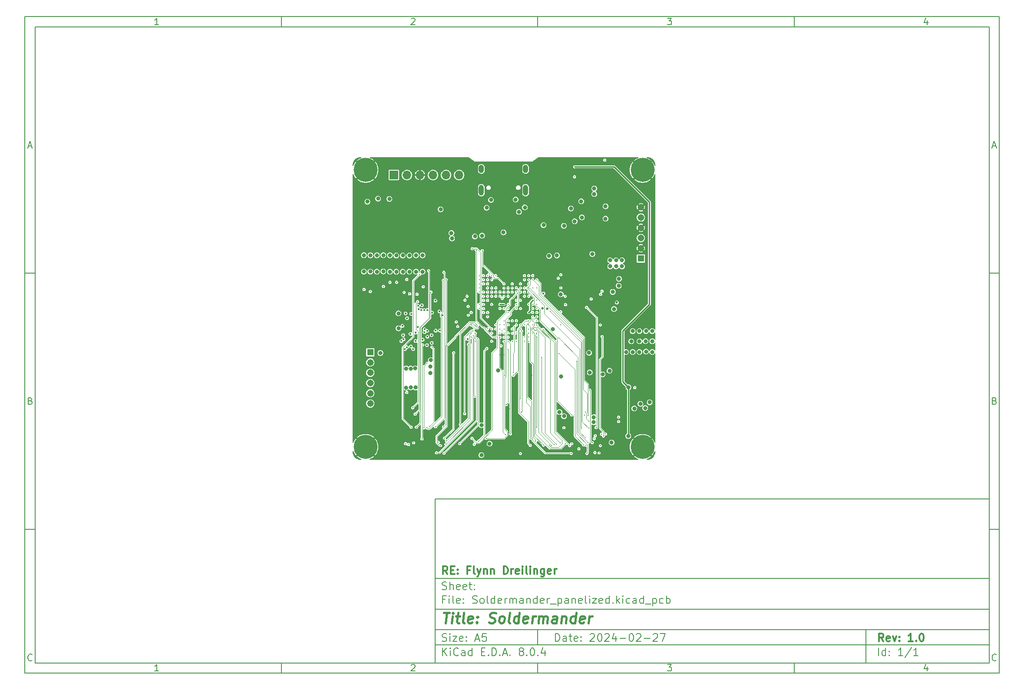
<source format=gbr>
%TF.GenerationSoftware,KiCad,Pcbnew,8.0.4*%
%TF.CreationDate,2024-07-26T20:24:48-07:00*%
%TF.ProjectId,Soldermander_panelized,536f6c64-6572-46d6-916e-6465725f7061,1.0*%
%TF.SameCoordinates,Original*%
%TF.FileFunction,Copper,L2,Inr*%
%TF.FilePolarity,Positive*%
%FSLAX46Y46*%
G04 Gerber Fmt 4.6, Leading zero omitted, Abs format (unit mm)*
G04 Created by KiCad (PCBNEW 8.0.4) date 2024-07-26 20:24:48*
%MOMM*%
%LPD*%
G01*
G04 APERTURE LIST*
%ADD10C,0.100000*%
%ADD11C,0.150000*%
%ADD12C,0.300000*%
%ADD13C,0.400000*%
%TA.AperFunction,ComponentPad*%
%ADD14C,4.700000*%
%TD*%
%TA.AperFunction,ComponentPad*%
%ADD15R,1.308000X1.308000*%
%TD*%
%TA.AperFunction,ComponentPad*%
%ADD16C,1.308000*%
%TD*%
%TA.AperFunction,ComponentPad*%
%ADD17O,1.000000X2.100000*%
%TD*%
%TA.AperFunction,ComponentPad*%
%ADD18O,1.000000X1.600000*%
%TD*%
%TA.AperFunction,ComponentPad*%
%ADD19R,1.700000X1.700000*%
%TD*%
%TA.AperFunction,ComponentPad*%
%ADD20O,1.700000X1.700000*%
%TD*%
%TA.AperFunction,ViaPad*%
%ADD21C,0.300000*%
%TD*%
%TA.AperFunction,ViaPad*%
%ADD22C,0.400000*%
%TD*%
%TA.AperFunction,ViaPad*%
%ADD23C,0.800000*%
%TD*%
%TA.AperFunction,ViaPad*%
%ADD24C,0.500000*%
%TD*%
%TA.AperFunction,ViaPad*%
%ADD25C,0.406400*%
%TD*%
%TA.AperFunction,Conductor*%
%ADD26C,0.250000*%
%TD*%
%TA.AperFunction,Conductor*%
%ADD27C,0.090000*%
%TD*%
G04 APERTURE END LIST*
D10*
D11*
X90007200Y-104005800D02*
X198007200Y-104005800D01*
X198007200Y-136005800D01*
X90007200Y-136005800D01*
X90007200Y-104005800D01*
D10*
D11*
X10000000Y-10000000D02*
X200007200Y-10000000D01*
X200007200Y-138005800D01*
X10000000Y-138005800D01*
X10000000Y-10000000D01*
D10*
D11*
X12000000Y-12000000D02*
X198007200Y-12000000D01*
X198007200Y-136005800D01*
X12000000Y-136005800D01*
X12000000Y-12000000D01*
D10*
D11*
X60000000Y-12000000D02*
X60000000Y-10000000D01*
D10*
D11*
X110000000Y-12000000D02*
X110000000Y-10000000D01*
D10*
D11*
X160000000Y-12000000D02*
X160000000Y-10000000D01*
D10*
D11*
X36089160Y-11593604D02*
X35346303Y-11593604D01*
X35717731Y-11593604D02*
X35717731Y-10293604D01*
X35717731Y-10293604D02*
X35593922Y-10479319D01*
X35593922Y-10479319D02*
X35470112Y-10603128D01*
X35470112Y-10603128D02*
X35346303Y-10665033D01*
D10*
D11*
X85346303Y-10417414D02*
X85408207Y-10355509D01*
X85408207Y-10355509D02*
X85532017Y-10293604D01*
X85532017Y-10293604D02*
X85841541Y-10293604D01*
X85841541Y-10293604D02*
X85965350Y-10355509D01*
X85965350Y-10355509D02*
X86027255Y-10417414D01*
X86027255Y-10417414D02*
X86089160Y-10541223D01*
X86089160Y-10541223D02*
X86089160Y-10665033D01*
X86089160Y-10665033D02*
X86027255Y-10850747D01*
X86027255Y-10850747D02*
X85284398Y-11593604D01*
X85284398Y-11593604D02*
X86089160Y-11593604D01*
D10*
D11*
X135284398Y-10293604D02*
X136089160Y-10293604D01*
X136089160Y-10293604D02*
X135655826Y-10788842D01*
X135655826Y-10788842D02*
X135841541Y-10788842D01*
X135841541Y-10788842D02*
X135965350Y-10850747D01*
X135965350Y-10850747D02*
X136027255Y-10912652D01*
X136027255Y-10912652D02*
X136089160Y-11036461D01*
X136089160Y-11036461D02*
X136089160Y-11345985D01*
X136089160Y-11345985D02*
X136027255Y-11469795D01*
X136027255Y-11469795D02*
X135965350Y-11531700D01*
X135965350Y-11531700D02*
X135841541Y-11593604D01*
X135841541Y-11593604D02*
X135470112Y-11593604D01*
X135470112Y-11593604D02*
X135346303Y-11531700D01*
X135346303Y-11531700D02*
X135284398Y-11469795D01*
D10*
D11*
X185965350Y-10726938D02*
X185965350Y-11593604D01*
X185655826Y-10231700D02*
X185346303Y-11160271D01*
X185346303Y-11160271D02*
X186151064Y-11160271D01*
D10*
D11*
X60000000Y-136005800D02*
X60000000Y-138005800D01*
D10*
D11*
X110000000Y-136005800D02*
X110000000Y-138005800D01*
D10*
D11*
X160000000Y-136005800D02*
X160000000Y-138005800D01*
D10*
D11*
X36089160Y-137599404D02*
X35346303Y-137599404D01*
X35717731Y-137599404D02*
X35717731Y-136299404D01*
X35717731Y-136299404D02*
X35593922Y-136485119D01*
X35593922Y-136485119D02*
X35470112Y-136608928D01*
X35470112Y-136608928D02*
X35346303Y-136670833D01*
D10*
D11*
X85346303Y-136423214D02*
X85408207Y-136361309D01*
X85408207Y-136361309D02*
X85532017Y-136299404D01*
X85532017Y-136299404D02*
X85841541Y-136299404D01*
X85841541Y-136299404D02*
X85965350Y-136361309D01*
X85965350Y-136361309D02*
X86027255Y-136423214D01*
X86027255Y-136423214D02*
X86089160Y-136547023D01*
X86089160Y-136547023D02*
X86089160Y-136670833D01*
X86089160Y-136670833D02*
X86027255Y-136856547D01*
X86027255Y-136856547D02*
X85284398Y-137599404D01*
X85284398Y-137599404D02*
X86089160Y-137599404D01*
D10*
D11*
X135284398Y-136299404D02*
X136089160Y-136299404D01*
X136089160Y-136299404D02*
X135655826Y-136794642D01*
X135655826Y-136794642D02*
X135841541Y-136794642D01*
X135841541Y-136794642D02*
X135965350Y-136856547D01*
X135965350Y-136856547D02*
X136027255Y-136918452D01*
X136027255Y-136918452D02*
X136089160Y-137042261D01*
X136089160Y-137042261D02*
X136089160Y-137351785D01*
X136089160Y-137351785D02*
X136027255Y-137475595D01*
X136027255Y-137475595D02*
X135965350Y-137537500D01*
X135965350Y-137537500D02*
X135841541Y-137599404D01*
X135841541Y-137599404D02*
X135470112Y-137599404D01*
X135470112Y-137599404D02*
X135346303Y-137537500D01*
X135346303Y-137537500D02*
X135284398Y-137475595D01*
D10*
D11*
X185965350Y-136732738D02*
X185965350Y-137599404D01*
X185655826Y-136237500D02*
X185346303Y-137166071D01*
X185346303Y-137166071D02*
X186151064Y-137166071D01*
D10*
D11*
X10000000Y-60000000D02*
X12000000Y-60000000D01*
D10*
D11*
X10000000Y-110000000D02*
X12000000Y-110000000D01*
D10*
D11*
X10690476Y-35222176D02*
X11309523Y-35222176D01*
X10566666Y-35593604D02*
X10999999Y-34293604D01*
X10999999Y-34293604D02*
X11433333Y-35593604D01*
D10*
D11*
X11092857Y-84912652D02*
X11278571Y-84974557D01*
X11278571Y-84974557D02*
X11340476Y-85036461D01*
X11340476Y-85036461D02*
X11402380Y-85160271D01*
X11402380Y-85160271D02*
X11402380Y-85345985D01*
X11402380Y-85345985D02*
X11340476Y-85469795D01*
X11340476Y-85469795D02*
X11278571Y-85531700D01*
X11278571Y-85531700D02*
X11154761Y-85593604D01*
X11154761Y-85593604D02*
X10659523Y-85593604D01*
X10659523Y-85593604D02*
X10659523Y-84293604D01*
X10659523Y-84293604D02*
X11092857Y-84293604D01*
X11092857Y-84293604D02*
X11216666Y-84355509D01*
X11216666Y-84355509D02*
X11278571Y-84417414D01*
X11278571Y-84417414D02*
X11340476Y-84541223D01*
X11340476Y-84541223D02*
X11340476Y-84665033D01*
X11340476Y-84665033D02*
X11278571Y-84788842D01*
X11278571Y-84788842D02*
X11216666Y-84850747D01*
X11216666Y-84850747D02*
X11092857Y-84912652D01*
X11092857Y-84912652D02*
X10659523Y-84912652D01*
D10*
D11*
X11402380Y-135469795D02*
X11340476Y-135531700D01*
X11340476Y-135531700D02*
X11154761Y-135593604D01*
X11154761Y-135593604D02*
X11030952Y-135593604D01*
X11030952Y-135593604D02*
X10845238Y-135531700D01*
X10845238Y-135531700D02*
X10721428Y-135407890D01*
X10721428Y-135407890D02*
X10659523Y-135284080D01*
X10659523Y-135284080D02*
X10597619Y-135036461D01*
X10597619Y-135036461D02*
X10597619Y-134850747D01*
X10597619Y-134850747D02*
X10659523Y-134603128D01*
X10659523Y-134603128D02*
X10721428Y-134479319D01*
X10721428Y-134479319D02*
X10845238Y-134355509D01*
X10845238Y-134355509D02*
X11030952Y-134293604D01*
X11030952Y-134293604D02*
X11154761Y-134293604D01*
X11154761Y-134293604D02*
X11340476Y-134355509D01*
X11340476Y-134355509D02*
X11402380Y-134417414D01*
D10*
D11*
X200007200Y-60000000D02*
X198007200Y-60000000D01*
D10*
D11*
X200007200Y-110000000D02*
X198007200Y-110000000D01*
D10*
D11*
X198697676Y-35222176D02*
X199316723Y-35222176D01*
X198573866Y-35593604D02*
X199007199Y-34293604D01*
X199007199Y-34293604D02*
X199440533Y-35593604D01*
D10*
D11*
X199100057Y-84912652D02*
X199285771Y-84974557D01*
X199285771Y-84974557D02*
X199347676Y-85036461D01*
X199347676Y-85036461D02*
X199409580Y-85160271D01*
X199409580Y-85160271D02*
X199409580Y-85345985D01*
X199409580Y-85345985D02*
X199347676Y-85469795D01*
X199347676Y-85469795D02*
X199285771Y-85531700D01*
X199285771Y-85531700D02*
X199161961Y-85593604D01*
X199161961Y-85593604D02*
X198666723Y-85593604D01*
X198666723Y-85593604D02*
X198666723Y-84293604D01*
X198666723Y-84293604D02*
X199100057Y-84293604D01*
X199100057Y-84293604D02*
X199223866Y-84355509D01*
X199223866Y-84355509D02*
X199285771Y-84417414D01*
X199285771Y-84417414D02*
X199347676Y-84541223D01*
X199347676Y-84541223D02*
X199347676Y-84665033D01*
X199347676Y-84665033D02*
X199285771Y-84788842D01*
X199285771Y-84788842D02*
X199223866Y-84850747D01*
X199223866Y-84850747D02*
X199100057Y-84912652D01*
X199100057Y-84912652D02*
X198666723Y-84912652D01*
D10*
D11*
X199409580Y-135469795D02*
X199347676Y-135531700D01*
X199347676Y-135531700D02*
X199161961Y-135593604D01*
X199161961Y-135593604D02*
X199038152Y-135593604D01*
X199038152Y-135593604D02*
X198852438Y-135531700D01*
X198852438Y-135531700D02*
X198728628Y-135407890D01*
X198728628Y-135407890D02*
X198666723Y-135284080D01*
X198666723Y-135284080D02*
X198604819Y-135036461D01*
X198604819Y-135036461D02*
X198604819Y-134850747D01*
X198604819Y-134850747D02*
X198666723Y-134603128D01*
X198666723Y-134603128D02*
X198728628Y-134479319D01*
X198728628Y-134479319D02*
X198852438Y-134355509D01*
X198852438Y-134355509D02*
X199038152Y-134293604D01*
X199038152Y-134293604D02*
X199161961Y-134293604D01*
X199161961Y-134293604D02*
X199347676Y-134355509D01*
X199347676Y-134355509D02*
X199409580Y-134417414D01*
D10*
D11*
X113463026Y-131791928D02*
X113463026Y-130291928D01*
X113463026Y-130291928D02*
X113820169Y-130291928D01*
X113820169Y-130291928D02*
X114034455Y-130363357D01*
X114034455Y-130363357D02*
X114177312Y-130506214D01*
X114177312Y-130506214D02*
X114248741Y-130649071D01*
X114248741Y-130649071D02*
X114320169Y-130934785D01*
X114320169Y-130934785D02*
X114320169Y-131149071D01*
X114320169Y-131149071D02*
X114248741Y-131434785D01*
X114248741Y-131434785D02*
X114177312Y-131577642D01*
X114177312Y-131577642D02*
X114034455Y-131720500D01*
X114034455Y-131720500D02*
X113820169Y-131791928D01*
X113820169Y-131791928D02*
X113463026Y-131791928D01*
X115605884Y-131791928D02*
X115605884Y-131006214D01*
X115605884Y-131006214D02*
X115534455Y-130863357D01*
X115534455Y-130863357D02*
X115391598Y-130791928D01*
X115391598Y-130791928D02*
X115105884Y-130791928D01*
X115105884Y-130791928D02*
X114963026Y-130863357D01*
X115605884Y-131720500D02*
X115463026Y-131791928D01*
X115463026Y-131791928D02*
X115105884Y-131791928D01*
X115105884Y-131791928D02*
X114963026Y-131720500D01*
X114963026Y-131720500D02*
X114891598Y-131577642D01*
X114891598Y-131577642D02*
X114891598Y-131434785D01*
X114891598Y-131434785D02*
X114963026Y-131291928D01*
X114963026Y-131291928D02*
X115105884Y-131220500D01*
X115105884Y-131220500D02*
X115463026Y-131220500D01*
X115463026Y-131220500D02*
X115605884Y-131149071D01*
X116105884Y-130791928D02*
X116677312Y-130791928D01*
X116320169Y-130291928D02*
X116320169Y-131577642D01*
X116320169Y-131577642D02*
X116391598Y-131720500D01*
X116391598Y-131720500D02*
X116534455Y-131791928D01*
X116534455Y-131791928D02*
X116677312Y-131791928D01*
X117748741Y-131720500D02*
X117605884Y-131791928D01*
X117605884Y-131791928D02*
X117320170Y-131791928D01*
X117320170Y-131791928D02*
X117177312Y-131720500D01*
X117177312Y-131720500D02*
X117105884Y-131577642D01*
X117105884Y-131577642D02*
X117105884Y-131006214D01*
X117105884Y-131006214D02*
X117177312Y-130863357D01*
X117177312Y-130863357D02*
X117320170Y-130791928D01*
X117320170Y-130791928D02*
X117605884Y-130791928D01*
X117605884Y-130791928D02*
X117748741Y-130863357D01*
X117748741Y-130863357D02*
X117820170Y-131006214D01*
X117820170Y-131006214D02*
X117820170Y-131149071D01*
X117820170Y-131149071D02*
X117105884Y-131291928D01*
X118463026Y-131649071D02*
X118534455Y-131720500D01*
X118534455Y-131720500D02*
X118463026Y-131791928D01*
X118463026Y-131791928D02*
X118391598Y-131720500D01*
X118391598Y-131720500D02*
X118463026Y-131649071D01*
X118463026Y-131649071D02*
X118463026Y-131791928D01*
X118463026Y-130863357D02*
X118534455Y-130934785D01*
X118534455Y-130934785D02*
X118463026Y-131006214D01*
X118463026Y-131006214D02*
X118391598Y-130934785D01*
X118391598Y-130934785D02*
X118463026Y-130863357D01*
X118463026Y-130863357D02*
X118463026Y-131006214D01*
X120248741Y-130434785D02*
X120320169Y-130363357D01*
X120320169Y-130363357D02*
X120463027Y-130291928D01*
X120463027Y-130291928D02*
X120820169Y-130291928D01*
X120820169Y-130291928D02*
X120963027Y-130363357D01*
X120963027Y-130363357D02*
X121034455Y-130434785D01*
X121034455Y-130434785D02*
X121105884Y-130577642D01*
X121105884Y-130577642D02*
X121105884Y-130720500D01*
X121105884Y-130720500D02*
X121034455Y-130934785D01*
X121034455Y-130934785D02*
X120177312Y-131791928D01*
X120177312Y-131791928D02*
X121105884Y-131791928D01*
X122034455Y-130291928D02*
X122177312Y-130291928D01*
X122177312Y-130291928D02*
X122320169Y-130363357D01*
X122320169Y-130363357D02*
X122391598Y-130434785D01*
X122391598Y-130434785D02*
X122463026Y-130577642D01*
X122463026Y-130577642D02*
X122534455Y-130863357D01*
X122534455Y-130863357D02*
X122534455Y-131220500D01*
X122534455Y-131220500D02*
X122463026Y-131506214D01*
X122463026Y-131506214D02*
X122391598Y-131649071D01*
X122391598Y-131649071D02*
X122320169Y-131720500D01*
X122320169Y-131720500D02*
X122177312Y-131791928D01*
X122177312Y-131791928D02*
X122034455Y-131791928D01*
X122034455Y-131791928D02*
X121891598Y-131720500D01*
X121891598Y-131720500D02*
X121820169Y-131649071D01*
X121820169Y-131649071D02*
X121748740Y-131506214D01*
X121748740Y-131506214D02*
X121677312Y-131220500D01*
X121677312Y-131220500D02*
X121677312Y-130863357D01*
X121677312Y-130863357D02*
X121748740Y-130577642D01*
X121748740Y-130577642D02*
X121820169Y-130434785D01*
X121820169Y-130434785D02*
X121891598Y-130363357D01*
X121891598Y-130363357D02*
X122034455Y-130291928D01*
X123105883Y-130434785D02*
X123177311Y-130363357D01*
X123177311Y-130363357D02*
X123320169Y-130291928D01*
X123320169Y-130291928D02*
X123677311Y-130291928D01*
X123677311Y-130291928D02*
X123820169Y-130363357D01*
X123820169Y-130363357D02*
X123891597Y-130434785D01*
X123891597Y-130434785D02*
X123963026Y-130577642D01*
X123963026Y-130577642D02*
X123963026Y-130720500D01*
X123963026Y-130720500D02*
X123891597Y-130934785D01*
X123891597Y-130934785D02*
X123034454Y-131791928D01*
X123034454Y-131791928D02*
X123963026Y-131791928D01*
X125248740Y-130791928D02*
X125248740Y-131791928D01*
X124891597Y-130220500D02*
X124534454Y-131291928D01*
X124534454Y-131291928D02*
X125463025Y-131291928D01*
X126034453Y-131220500D02*
X127177311Y-131220500D01*
X128177311Y-130291928D02*
X128320168Y-130291928D01*
X128320168Y-130291928D02*
X128463025Y-130363357D01*
X128463025Y-130363357D02*
X128534454Y-130434785D01*
X128534454Y-130434785D02*
X128605882Y-130577642D01*
X128605882Y-130577642D02*
X128677311Y-130863357D01*
X128677311Y-130863357D02*
X128677311Y-131220500D01*
X128677311Y-131220500D02*
X128605882Y-131506214D01*
X128605882Y-131506214D02*
X128534454Y-131649071D01*
X128534454Y-131649071D02*
X128463025Y-131720500D01*
X128463025Y-131720500D02*
X128320168Y-131791928D01*
X128320168Y-131791928D02*
X128177311Y-131791928D01*
X128177311Y-131791928D02*
X128034454Y-131720500D01*
X128034454Y-131720500D02*
X127963025Y-131649071D01*
X127963025Y-131649071D02*
X127891596Y-131506214D01*
X127891596Y-131506214D02*
X127820168Y-131220500D01*
X127820168Y-131220500D02*
X127820168Y-130863357D01*
X127820168Y-130863357D02*
X127891596Y-130577642D01*
X127891596Y-130577642D02*
X127963025Y-130434785D01*
X127963025Y-130434785D02*
X128034454Y-130363357D01*
X128034454Y-130363357D02*
X128177311Y-130291928D01*
X129248739Y-130434785D02*
X129320167Y-130363357D01*
X129320167Y-130363357D02*
X129463025Y-130291928D01*
X129463025Y-130291928D02*
X129820167Y-130291928D01*
X129820167Y-130291928D02*
X129963025Y-130363357D01*
X129963025Y-130363357D02*
X130034453Y-130434785D01*
X130034453Y-130434785D02*
X130105882Y-130577642D01*
X130105882Y-130577642D02*
X130105882Y-130720500D01*
X130105882Y-130720500D02*
X130034453Y-130934785D01*
X130034453Y-130934785D02*
X129177310Y-131791928D01*
X129177310Y-131791928D02*
X130105882Y-131791928D01*
X130748738Y-131220500D02*
X131891596Y-131220500D01*
X132534453Y-130434785D02*
X132605881Y-130363357D01*
X132605881Y-130363357D02*
X132748739Y-130291928D01*
X132748739Y-130291928D02*
X133105881Y-130291928D01*
X133105881Y-130291928D02*
X133248739Y-130363357D01*
X133248739Y-130363357D02*
X133320167Y-130434785D01*
X133320167Y-130434785D02*
X133391596Y-130577642D01*
X133391596Y-130577642D02*
X133391596Y-130720500D01*
X133391596Y-130720500D02*
X133320167Y-130934785D01*
X133320167Y-130934785D02*
X132463024Y-131791928D01*
X132463024Y-131791928D02*
X133391596Y-131791928D01*
X133891595Y-130291928D02*
X134891595Y-130291928D01*
X134891595Y-130291928D02*
X134248738Y-131791928D01*
D10*
D11*
X90007200Y-132505800D02*
X198007200Y-132505800D01*
D10*
D11*
X91463026Y-134591928D02*
X91463026Y-133091928D01*
X92320169Y-134591928D02*
X91677312Y-133734785D01*
X92320169Y-133091928D02*
X91463026Y-133949071D01*
X92963026Y-134591928D02*
X92963026Y-133591928D01*
X92963026Y-133091928D02*
X92891598Y-133163357D01*
X92891598Y-133163357D02*
X92963026Y-133234785D01*
X92963026Y-133234785D02*
X93034455Y-133163357D01*
X93034455Y-133163357D02*
X92963026Y-133091928D01*
X92963026Y-133091928D02*
X92963026Y-133234785D01*
X94534455Y-134449071D02*
X94463027Y-134520500D01*
X94463027Y-134520500D02*
X94248741Y-134591928D01*
X94248741Y-134591928D02*
X94105884Y-134591928D01*
X94105884Y-134591928D02*
X93891598Y-134520500D01*
X93891598Y-134520500D02*
X93748741Y-134377642D01*
X93748741Y-134377642D02*
X93677312Y-134234785D01*
X93677312Y-134234785D02*
X93605884Y-133949071D01*
X93605884Y-133949071D02*
X93605884Y-133734785D01*
X93605884Y-133734785D02*
X93677312Y-133449071D01*
X93677312Y-133449071D02*
X93748741Y-133306214D01*
X93748741Y-133306214D02*
X93891598Y-133163357D01*
X93891598Y-133163357D02*
X94105884Y-133091928D01*
X94105884Y-133091928D02*
X94248741Y-133091928D01*
X94248741Y-133091928D02*
X94463027Y-133163357D01*
X94463027Y-133163357D02*
X94534455Y-133234785D01*
X95820170Y-134591928D02*
X95820170Y-133806214D01*
X95820170Y-133806214D02*
X95748741Y-133663357D01*
X95748741Y-133663357D02*
X95605884Y-133591928D01*
X95605884Y-133591928D02*
X95320170Y-133591928D01*
X95320170Y-133591928D02*
X95177312Y-133663357D01*
X95820170Y-134520500D02*
X95677312Y-134591928D01*
X95677312Y-134591928D02*
X95320170Y-134591928D01*
X95320170Y-134591928D02*
X95177312Y-134520500D01*
X95177312Y-134520500D02*
X95105884Y-134377642D01*
X95105884Y-134377642D02*
X95105884Y-134234785D01*
X95105884Y-134234785D02*
X95177312Y-134091928D01*
X95177312Y-134091928D02*
X95320170Y-134020500D01*
X95320170Y-134020500D02*
X95677312Y-134020500D01*
X95677312Y-134020500D02*
X95820170Y-133949071D01*
X97177313Y-134591928D02*
X97177313Y-133091928D01*
X97177313Y-134520500D02*
X97034455Y-134591928D01*
X97034455Y-134591928D02*
X96748741Y-134591928D01*
X96748741Y-134591928D02*
X96605884Y-134520500D01*
X96605884Y-134520500D02*
X96534455Y-134449071D01*
X96534455Y-134449071D02*
X96463027Y-134306214D01*
X96463027Y-134306214D02*
X96463027Y-133877642D01*
X96463027Y-133877642D02*
X96534455Y-133734785D01*
X96534455Y-133734785D02*
X96605884Y-133663357D01*
X96605884Y-133663357D02*
X96748741Y-133591928D01*
X96748741Y-133591928D02*
X97034455Y-133591928D01*
X97034455Y-133591928D02*
X97177313Y-133663357D01*
X99034455Y-133806214D02*
X99534455Y-133806214D01*
X99748741Y-134591928D02*
X99034455Y-134591928D01*
X99034455Y-134591928D02*
X99034455Y-133091928D01*
X99034455Y-133091928D02*
X99748741Y-133091928D01*
X100391598Y-134449071D02*
X100463027Y-134520500D01*
X100463027Y-134520500D02*
X100391598Y-134591928D01*
X100391598Y-134591928D02*
X100320170Y-134520500D01*
X100320170Y-134520500D02*
X100391598Y-134449071D01*
X100391598Y-134449071D02*
X100391598Y-134591928D01*
X101105884Y-134591928D02*
X101105884Y-133091928D01*
X101105884Y-133091928D02*
X101463027Y-133091928D01*
X101463027Y-133091928D02*
X101677313Y-133163357D01*
X101677313Y-133163357D02*
X101820170Y-133306214D01*
X101820170Y-133306214D02*
X101891599Y-133449071D01*
X101891599Y-133449071D02*
X101963027Y-133734785D01*
X101963027Y-133734785D02*
X101963027Y-133949071D01*
X101963027Y-133949071D02*
X101891599Y-134234785D01*
X101891599Y-134234785D02*
X101820170Y-134377642D01*
X101820170Y-134377642D02*
X101677313Y-134520500D01*
X101677313Y-134520500D02*
X101463027Y-134591928D01*
X101463027Y-134591928D02*
X101105884Y-134591928D01*
X102605884Y-134449071D02*
X102677313Y-134520500D01*
X102677313Y-134520500D02*
X102605884Y-134591928D01*
X102605884Y-134591928D02*
X102534456Y-134520500D01*
X102534456Y-134520500D02*
X102605884Y-134449071D01*
X102605884Y-134449071D02*
X102605884Y-134591928D01*
X103248742Y-134163357D02*
X103963028Y-134163357D01*
X103105885Y-134591928D02*
X103605885Y-133091928D01*
X103605885Y-133091928D02*
X104105885Y-134591928D01*
X104605884Y-134449071D02*
X104677313Y-134520500D01*
X104677313Y-134520500D02*
X104605884Y-134591928D01*
X104605884Y-134591928D02*
X104534456Y-134520500D01*
X104534456Y-134520500D02*
X104605884Y-134449071D01*
X104605884Y-134449071D02*
X104605884Y-134591928D01*
X106677313Y-133734785D02*
X106534456Y-133663357D01*
X106534456Y-133663357D02*
X106463027Y-133591928D01*
X106463027Y-133591928D02*
X106391599Y-133449071D01*
X106391599Y-133449071D02*
X106391599Y-133377642D01*
X106391599Y-133377642D02*
X106463027Y-133234785D01*
X106463027Y-133234785D02*
X106534456Y-133163357D01*
X106534456Y-133163357D02*
X106677313Y-133091928D01*
X106677313Y-133091928D02*
X106963027Y-133091928D01*
X106963027Y-133091928D02*
X107105885Y-133163357D01*
X107105885Y-133163357D02*
X107177313Y-133234785D01*
X107177313Y-133234785D02*
X107248742Y-133377642D01*
X107248742Y-133377642D02*
X107248742Y-133449071D01*
X107248742Y-133449071D02*
X107177313Y-133591928D01*
X107177313Y-133591928D02*
X107105885Y-133663357D01*
X107105885Y-133663357D02*
X106963027Y-133734785D01*
X106963027Y-133734785D02*
X106677313Y-133734785D01*
X106677313Y-133734785D02*
X106534456Y-133806214D01*
X106534456Y-133806214D02*
X106463027Y-133877642D01*
X106463027Y-133877642D02*
X106391599Y-134020500D01*
X106391599Y-134020500D02*
X106391599Y-134306214D01*
X106391599Y-134306214D02*
X106463027Y-134449071D01*
X106463027Y-134449071D02*
X106534456Y-134520500D01*
X106534456Y-134520500D02*
X106677313Y-134591928D01*
X106677313Y-134591928D02*
X106963027Y-134591928D01*
X106963027Y-134591928D02*
X107105885Y-134520500D01*
X107105885Y-134520500D02*
X107177313Y-134449071D01*
X107177313Y-134449071D02*
X107248742Y-134306214D01*
X107248742Y-134306214D02*
X107248742Y-134020500D01*
X107248742Y-134020500D02*
X107177313Y-133877642D01*
X107177313Y-133877642D02*
X107105885Y-133806214D01*
X107105885Y-133806214D02*
X106963027Y-133734785D01*
X107891598Y-134449071D02*
X107963027Y-134520500D01*
X107963027Y-134520500D02*
X107891598Y-134591928D01*
X107891598Y-134591928D02*
X107820170Y-134520500D01*
X107820170Y-134520500D02*
X107891598Y-134449071D01*
X107891598Y-134449071D02*
X107891598Y-134591928D01*
X108891599Y-133091928D02*
X109034456Y-133091928D01*
X109034456Y-133091928D02*
X109177313Y-133163357D01*
X109177313Y-133163357D02*
X109248742Y-133234785D01*
X109248742Y-133234785D02*
X109320170Y-133377642D01*
X109320170Y-133377642D02*
X109391599Y-133663357D01*
X109391599Y-133663357D02*
X109391599Y-134020500D01*
X109391599Y-134020500D02*
X109320170Y-134306214D01*
X109320170Y-134306214D02*
X109248742Y-134449071D01*
X109248742Y-134449071D02*
X109177313Y-134520500D01*
X109177313Y-134520500D02*
X109034456Y-134591928D01*
X109034456Y-134591928D02*
X108891599Y-134591928D01*
X108891599Y-134591928D02*
X108748742Y-134520500D01*
X108748742Y-134520500D02*
X108677313Y-134449071D01*
X108677313Y-134449071D02*
X108605884Y-134306214D01*
X108605884Y-134306214D02*
X108534456Y-134020500D01*
X108534456Y-134020500D02*
X108534456Y-133663357D01*
X108534456Y-133663357D02*
X108605884Y-133377642D01*
X108605884Y-133377642D02*
X108677313Y-133234785D01*
X108677313Y-133234785D02*
X108748742Y-133163357D01*
X108748742Y-133163357D02*
X108891599Y-133091928D01*
X110034455Y-134449071D02*
X110105884Y-134520500D01*
X110105884Y-134520500D02*
X110034455Y-134591928D01*
X110034455Y-134591928D02*
X109963027Y-134520500D01*
X109963027Y-134520500D02*
X110034455Y-134449071D01*
X110034455Y-134449071D02*
X110034455Y-134591928D01*
X111391599Y-133591928D02*
X111391599Y-134591928D01*
X111034456Y-133020500D02*
X110677313Y-134091928D01*
X110677313Y-134091928D02*
X111605884Y-134091928D01*
D10*
D11*
X90007200Y-129505800D02*
X198007200Y-129505800D01*
D10*
D12*
X177418853Y-131784128D02*
X176918853Y-131069842D01*
X176561710Y-131784128D02*
X176561710Y-130284128D01*
X176561710Y-130284128D02*
X177133139Y-130284128D01*
X177133139Y-130284128D02*
X177275996Y-130355557D01*
X177275996Y-130355557D02*
X177347425Y-130426985D01*
X177347425Y-130426985D02*
X177418853Y-130569842D01*
X177418853Y-130569842D02*
X177418853Y-130784128D01*
X177418853Y-130784128D02*
X177347425Y-130926985D01*
X177347425Y-130926985D02*
X177275996Y-130998414D01*
X177275996Y-130998414D02*
X177133139Y-131069842D01*
X177133139Y-131069842D02*
X176561710Y-131069842D01*
X178633139Y-131712700D02*
X178490282Y-131784128D01*
X178490282Y-131784128D02*
X178204568Y-131784128D01*
X178204568Y-131784128D02*
X178061710Y-131712700D01*
X178061710Y-131712700D02*
X177990282Y-131569842D01*
X177990282Y-131569842D02*
X177990282Y-130998414D01*
X177990282Y-130998414D02*
X178061710Y-130855557D01*
X178061710Y-130855557D02*
X178204568Y-130784128D01*
X178204568Y-130784128D02*
X178490282Y-130784128D01*
X178490282Y-130784128D02*
X178633139Y-130855557D01*
X178633139Y-130855557D02*
X178704568Y-130998414D01*
X178704568Y-130998414D02*
X178704568Y-131141271D01*
X178704568Y-131141271D02*
X177990282Y-131284128D01*
X179204567Y-130784128D02*
X179561710Y-131784128D01*
X179561710Y-131784128D02*
X179918853Y-130784128D01*
X180490281Y-131641271D02*
X180561710Y-131712700D01*
X180561710Y-131712700D02*
X180490281Y-131784128D01*
X180490281Y-131784128D02*
X180418853Y-131712700D01*
X180418853Y-131712700D02*
X180490281Y-131641271D01*
X180490281Y-131641271D02*
X180490281Y-131784128D01*
X180490281Y-130855557D02*
X180561710Y-130926985D01*
X180561710Y-130926985D02*
X180490281Y-130998414D01*
X180490281Y-130998414D02*
X180418853Y-130926985D01*
X180418853Y-130926985D02*
X180490281Y-130855557D01*
X180490281Y-130855557D02*
X180490281Y-130998414D01*
X183133139Y-131784128D02*
X182275996Y-131784128D01*
X182704567Y-131784128D02*
X182704567Y-130284128D01*
X182704567Y-130284128D02*
X182561710Y-130498414D01*
X182561710Y-130498414D02*
X182418853Y-130641271D01*
X182418853Y-130641271D02*
X182275996Y-130712700D01*
X183775995Y-131641271D02*
X183847424Y-131712700D01*
X183847424Y-131712700D02*
X183775995Y-131784128D01*
X183775995Y-131784128D02*
X183704567Y-131712700D01*
X183704567Y-131712700D02*
X183775995Y-131641271D01*
X183775995Y-131641271D02*
X183775995Y-131784128D01*
X184775996Y-130284128D02*
X184918853Y-130284128D01*
X184918853Y-130284128D02*
X185061710Y-130355557D01*
X185061710Y-130355557D02*
X185133139Y-130426985D01*
X185133139Y-130426985D02*
X185204567Y-130569842D01*
X185204567Y-130569842D02*
X185275996Y-130855557D01*
X185275996Y-130855557D02*
X185275996Y-131212700D01*
X185275996Y-131212700D02*
X185204567Y-131498414D01*
X185204567Y-131498414D02*
X185133139Y-131641271D01*
X185133139Y-131641271D02*
X185061710Y-131712700D01*
X185061710Y-131712700D02*
X184918853Y-131784128D01*
X184918853Y-131784128D02*
X184775996Y-131784128D01*
X184775996Y-131784128D02*
X184633139Y-131712700D01*
X184633139Y-131712700D02*
X184561710Y-131641271D01*
X184561710Y-131641271D02*
X184490281Y-131498414D01*
X184490281Y-131498414D02*
X184418853Y-131212700D01*
X184418853Y-131212700D02*
X184418853Y-130855557D01*
X184418853Y-130855557D02*
X184490281Y-130569842D01*
X184490281Y-130569842D02*
X184561710Y-130426985D01*
X184561710Y-130426985D02*
X184633139Y-130355557D01*
X184633139Y-130355557D02*
X184775996Y-130284128D01*
D10*
D11*
X91391598Y-131720500D02*
X91605884Y-131791928D01*
X91605884Y-131791928D02*
X91963026Y-131791928D01*
X91963026Y-131791928D02*
X92105884Y-131720500D01*
X92105884Y-131720500D02*
X92177312Y-131649071D01*
X92177312Y-131649071D02*
X92248741Y-131506214D01*
X92248741Y-131506214D02*
X92248741Y-131363357D01*
X92248741Y-131363357D02*
X92177312Y-131220500D01*
X92177312Y-131220500D02*
X92105884Y-131149071D01*
X92105884Y-131149071D02*
X91963026Y-131077642D01*
X91963026Y-131077642D02*
X91677312Y-131006214D01*
X91677312Y-131006214D02*
X91534455Y-130934785D01*
X91534455Y-130934785D02*
X91463026Y-130863357D01*
X91463026Y-130863357D02*
X91391598Y-130720500D01*
X91391598Y-130720500D02*
X91391598Y-130577642D01*
X91391598Y-130577642D02*
X91463026Y-130434785D01*
X91463026Y-130434785D02*
X91534455Y-130363357D01*
X91534455Y-130363357D02*
X91677312Y-130291928D01*
X91677312Y-130291928D02*
X92034455Y-130291928D01*
X92034455Y-130291928D02*
X92248741Y-130363357D01*
X92891597Y-131791928D02*
X92891597Y-130791928D01*
X92891597Y-130291928D02*
X92820169Y-130363357D01*
X92820169Y-130363357D02*
X92891597Y-130434785D01*
X92891597Y-130434785D02*
X92963026Y-130363357D01*
X92963026Y-130363357D02*
X92891597Y-130291928D01*
X92891597Y-130291928D02*
X92891597Y-130434785D01*
X93463026Y-130791928D02*
X94248741Y-130791928D01*
X94248741Y-130791928D02*
X93463026Y-131791928D01*
X93463026Y-131791928D02*
X94248741Y-131791928D01*
X95391598Y-131720500D02*
X95248741Y-131791928D01*
X95248741Y-131791928D02*
X94963027Y-131791928D01*
X94963027Y-131791928D02*
X94820169Y-131720500D01*
X94820169Y-131720500D02*
X94748741Y-131577642D01*
X94748741Y-131577642D02*
X94748741Y-131006214D01*
X94748741Y-131006214D02*
X94820169Y-130863357D01*
X94820169Y-130863357D02*
X94963027Y-130791928D01*
X94963027Y-130791928D02*
X95248741Y-130791928D01*
X95248741Y-130791928D02*
X95391598Y-130863357D01*
X95391598Y-130863357D02*
X95463027Y-131006214D01*
X95463027Y-131006214D02*
X95463027Y-131149071D01*
X95463027Y-131149071D02*
X94748741Y-131291928D01*
X96105883Y-131649071D02*
X96177312Y-131720500D01*
X96177312Y-131720500D02*
X96105883Y-131791928D01*
X96105883Y-131791928D02*
X96034455Y-131720500D01*
X96034455Y-131720500D02*
X96105883Y-131649071D01*
X96105883Y-131649071D02*
X96105883Y-131791928D01*
X96105883Y-130863357D02*
X96177312Y-130934785D01*
X96177312Y-130934785D02*
X96105883Y-131006214D01*
X96105883Y-131006214D02*
X96034455Y-130934785D01*
X96034455Y-130934785D02*
X96105883Y-130863357D01*
X96105883Y-130863357D02*
X96105883Y-131006214D01*
X97891598Y-131363357D02*
X98605884Y-131363357D01*
X97748741Y-131791928D02*
X98248741Y-130291928D01*
X98248741Y-130291928D02*
X98748741Y-131791928D01*
X99963026Y-130291928D02*
X99248740Y-130291928D01*
X99248740Y-130291928D02*
X99177312Y-131006214D01*
X99177312Y-131006214D02*
X99248740Y-130934785D01*
X99248740Y-130934785D02*
X99391598Y-130863357D01*
X99391598Y-130863357D02*
X99748740Y-130863357D01*
X99748740Y-130863357D02*
X99891598Y-130934785D01*
X99891598Y-130934785D02*
X99963026Y-131006214D01*
X99963026Y-131006214D02*
X100034455Y-131149071D01*
X100034455Y-131149071D02*
X100034455Y-131506214D01*
X100034455Y-131506214D02*
X99963026Y-131649071D01*
X99963026Y-131649071D02*
X99891598Y-131720500D01*
X99891598Y-131720500D02*
X99748740Y-131791928D01*
X99748740Y-131791928D02*
X99391598Y-131791928D01*
X99391598Y-131791928D02*
X99248740Y-131720500D01*
X99248740Y-131720500D02*
X99177312Y-131649071D01*
D10*
D11*
X176463026Y-134591928D02*
X176463026Y-133091928D01*
X177820170Y-134591928D02*
X177820170Y-133091928D01*
X177820170Y-134520500D02*
X177677312Y-134591928D01*
X177677312Y-134591928D02*
X177391598Y-134591928D01*
X177391598Y-134591928D02*
X177248741Y-134520500D01*
X177248741Y-134520500D02*
X177177312Y-134449071D01*
X177177312Y-134449071D02*
X177105884Y-134306214D01*
X177105884Y-134306214D02*
X177105884Y-133877642D01*
X177105884Y-133877642D02*
X177177312Y-133734785D01*
X177177312Y-133734785D02*
X177248741Y-133663357D01*
X177248741Y-133663357D02*
X177391598Y-133591928D01*
X177391598Y-133591928D02*
X177677312Y-133591928D01*
X177677312Y-133591928D02*
X177820170Y-133663357D01*
X178534455Y-134449071D02*
X178605884Y-134520500D01*
X178605884Y-134520500D02*
X178534455Y-134591928D01*
X178534455Y-134591928D02*
X178463027Y-134520500D01*
X178463027Y-134520500D02*
X178534455Y-134449071D01*
X178534455Y-134449071D02*
X178534455Y-134591928D01*
X178534455Y-133663357D02*
X178605884Y-133734785D01*
X178605884Y-133734785D02*
X178534455Y-133806214D01*
X178534455Y-133806214D02*
X178463027Y-133734785D01*
X178463027Y-133734785D02*
X178534455Y-133663357D01*
X178534455Y-133663357D02*
X178534455Y-133806214D01*
X181177313Y-134591928D02*
X180320170Y-134591928D01*
X180748741Y-134591928D02*
X180748741Y-133091928D01*
X180748741Y-133091928D02*
X180605884Y-133306214D01*
X180605884Y-133306214D02*
X180463027Y-133449071D01*
X180463027Y-133449071D02*
X180320170Y-133520500D01*
X182891598Y-133020500D02*
X181605884Y-134949071D01*
X184177313Y-134591928D02*
X183320170Y-134591928D01*
X183748741Y-134591928D02*
X183748741Y-133091928D01*
X183748741Y-133091928D02*
X183605884Y-133306214D01*
X183605884Y-133306214D02*
X183463027Y-133449071D01*
X183463027Y-133449071D02*
X183320170Y-133520500D01*
D10*
D11*
X90007200Y-125505800D02*
X198007200Y-125505800D01*
D10*
D13*
X91698928Y-126210238D02*
X92841785Y-126210238D01*
X92020357Y-128210238D02*
X92270357Y-126210238D01*
X93258452Y-128210238D02*
X93425119Y-126876904D01*
X93508452Y-126210238D02*
X93401309Y-126305476D01*
X93401309Y-126305476D02*
X93484643Y-126400714D01*
X93484643Y-126400714D02*
X93591786Y-126305476D01*
X93591786Y-126305476D02*
X93508452Y-126210238D01*
X93508452Y-126210238D02*
X93484643Y-126400714D01*
X94091786Y-126876904D02*
X94853690Y-126876904D01*
X94460833Y-126210238D02*
X94246548Y-127924523D01*
X94246548Y-127924523D02*
X94317976Y-128115000D01*
X94317976Y-128115000D02*
X94496548Y-128210238D01*
X94496548Y-128210238D02*
X94687024Y-128210238D01*
X95639405Y-128210238D02*
X95460833Y-128115000D01*
X95460833Y-128115000D02*
X95389405Y-127924523D01*
X95389405Y-127924523D02*
X95603690Y-126210238D01*
X97175119Y-128115000D02*
X96972738Y-128210238D01*
X96972738Y-128210238D02*
X96591785Y-128210238D01*
X96591785Y-128210238D02*
X96413214Y-128115000D01*
X96413214Y-128115000D02*
X96341785Y-127924523D01*
X96341785Y-127924523D02*
X96437024Y-127162619D01*
X96437024Y-127162619D02*
X96556071Y-126972142D01*
X96556071Y-126972142D02*
X96758452Y-126876904D01*
X96758452Y-126876904D02*
X97139404Y-126876904D01*
X97139404Y-126876904D02*
X97317976Y-126972142D01*
X97317976Y-126972142D02*
X97389404Y-127162619D01*
X97389404Y-127162619D02*
X97365595Y-127353095D01*
X97365595Y-127353095D02*
X96389404Y-127543571D01*
X98139405Y-128019761D02*
X98222738Y-128115000D01*
X98222738Y-128115000D02*
X98115595Y-128210238D01*
X98115595Y-128210238D02*
X98032262Y-128115000D01*
X98032262Y-128115000D02*
X98139405Y-128019761D01*
X98139405Y-128019761D02*
X98115595Y-128210238D01*
X98270357Y-126972142D02*
X98353690Y-127067380D01*
X98353690Y-127067380D02*
X98246548Y-127162619D01*
X98246548Y-127162619D02*
X98163214Y-127067380D01*
X98163214Y-127067380D02*
X98270357Y-126972142D01*
X98270357Y-126972142D02*
X98246548Y-127162619D01*
X100508453Y-128115000D02*
X100782262Y-128210238D01*
X100782262Y-128210238D02*
X101258453Y-128210238D01*
X101258453Y-128210238D02*
X101460834Y-128115000D01*
X101460834Y-128115000D02*
X101567977Y-128019761D01*
X101567977Y-128019761D02*
X101687024Y-127829285D01*
X101687024Y-127829285D02*
X101710834Y-127638809D01*
X101710834Y-127638809D02*
X101639405Y-127448333D01*
X101639405Y-127448333D02*
X101556072Y-127353095D01*
X101556072Y-127353095D02*
X101377501Y-127257857D01*
X101377501Y-127257857D02*
X101008453Y-127162619D01*
X101008453Y-127162619D02*
X100829881Y-127067380D01*
X100829881Y-127067380D02*
X100746548Y-126972142D01*
X100746548Y-126972142D02*
X100675120Y-126781666D01*
X100675120Y-126781666D02*
X100698929Y-126591190D01*
X100698929Y-126591190D02*
X100817977Y-126400714D01*
X100817977Y-126400714D02*
X100925120Y-126305476D01*
X100925120Y-126305476D02*
X101127501Y-126210238D01*
X101127501Y-126210238D02*
X101603691Y-126210238D01*
X101603691Y-126210238D02*
X101877501Y-126305476D01*
X102782263Y-128210238D02*
X102603691Y-128115000D01*
X102603691Y-128115000D02*
X102520358Y-128019761D01*
X102520358Y-128019761D02*
X102448929Y-127829285D01*
X102448929Y-127829285D02*
X102520358Y-127257857D01*
X102520358Y-127257857D02*
X102639405Y-127067380D01*
X102639405Y-127067380D02*
X102746548Y-126972142D01*
X102746548Y-126972142D02*
X102948929Y-126876904D01*
X102948929Y-126876904D02*
X103234643Y-126876904D01*
X103234643Y-126876904D02*
X103413215Y-126972142D01*
X103413215Y-126972142D02*
X103496548Y-127067380D01*
X103496548Y-127067380D02*
X103567977Y-127257857D01*
X103567977Y-127257857D02*
X103496548Y-127829285D01*
X103496548Y-127829285D02*
X103377501Y-128019761D01*
X103377501Y-128019761D02*
X103270358Y-128115000D01*
X103270358Y-128115000D02*
X103067977Y-128210238D01*
X103067977Y-128210238D02*
X102782263Y-128210238D01*
X104591787Y-128210238D02*
X104413215Y-128115000D01*
X104413215Y-128115000D02*
X104341787Y-127924523D01*
X104341787Y-127924523D02*
X104556072Y-126210238D01*
X106210834Y-128210238D02*
X106460834Y-126210238D01*
X106222739Y-128115000D02*
X106020358Y-128210238D01*
X106020358Y-128210238D02*
X105639406Y-128210238D01*
X105639406Y-128210238D02*
X105460834Y-128115000D01*
X105460834Y-128115000D02*
X105377501Y-128019761D01*
X105377501Y-128019761D02*
X105306072Y-127829285D01*
X105306072Y-127829285D02*
X105377501Y-127257857D01*
X105377501Y-127257857D02*
X105496548Y-127067380D01*
X105496548Y-127067380D02*
X105603691Y-126972142D01*
X105603691Y-126972142D02*
X105806072Y-126876904D01*
X105806072Y-126876904D02*
X106187025Y-126876904D01*
X106187025Y-126876904D02*
X106365596Y-126972142D01*
X107937025Y-128115000D02*
X107734644Y-128210238D01*
X107734644Y-128210238D02*
X107353691Y-128210238D01*
X107353691Y-128210238D02*
X107175120Y-128115000D01*
X107175120Y-128115000D02*
X107103691Y-127924523D01*
X107103691Y-127924523D02*
X107198930Y-127162619D01*
X107198930Y-127162619D02*
X107317977Y-126972142D01*
X107317977Y-126972142D02*
X107520358Y-126876904D01*
X107520358Y-126876904D02*
X107901310Y-126876904D01*
X107901310Y-126876904D02*
X108079882Y-126972142D01*
X108079882Y-126972142D02*
X108151310Y-127162619D01*
X108151310Y-127162619D02*
X108127501Y-127353095D01*
X108127501Y-127353095D02*
X107151310Y-127543571D01*
X108877501Y-128210238D02*
X109044168Y-126876904D01*
X108996549Y-127257857D02*
X109115596Y-127067380D01*
X109115596Y-127067380D02*
X109222739Y-126972142D01*
X109222739Y-126972142D02*
X109425120Y-126876904D01*
X109425120Y-126876904D02*
X109615596Y-126876904D01*
X110115596Y-128210238D02*
X110282263Y-126876904D01*
X110258453Y-127067380D02*
X110365596Y-126972142D01*
X110365596Y-126972142D02*
X110567977Y-126876904D01*
X110567977Y-126876904D02*
X110853691Y-126876904D01*
X110853691Y-126876904D02*
X111032263Y-126972142D01*
X111032263Y-126972142D02*
X111103691Y-127162619D01*
X111103691Y-127162619D02*
X110972739Y-128210238D01*
X111103691Y-127162619D02*
X111222739Y-126972142D01*
X111222739Y-126972142D02*
X111425120Y-126876904D01*
X111425120Y-126876904D02*
X111710834Y-126876904D01*
X111710834Y-126876904D02*
X111889406Y-126972142D01*
X111889406Y-126972142D02*
X111960834Y-127162619D01*
X111960834Y-127162619D02*
X111829882Y-128210238D01*
X113639406Y-128210238D02*
X113770358Y-127162619D01*
X113770358Y-127162619D02*
X113698930Y-126972142D01*
X113698930Y-126972142D02*
X113520358Y-126876904D01*
X113520358Y-126876904D02*
X113139406Y-126876904D01*
X113139406Y-126876904D02*
X112937025Y-126972142D01*
X113651311Y-128115000D02*
X113448930Y-128210238D01*
X113448930Y-128210238D02*
X112972739Y-128210238D01*
X112972739Y-128210238D02*
X112794168Y-128115000D01*
X112794168Y-128115000D02*
X112722739Y-127924523D01*
X112722739Y-127924523D02*
X112746549Y-127734047D01*
X112746549Y-127734047D02*
X112865597Y-127543571D01*
X112865597Y-127543571D02*
X113067978Y-127448333D01*
X113067978Y-127448333D02*
X113544168Y-127448333D01*
X113544168Y-127448333D02*
X113746549Y-127353095D01*
X114758454Y-126876904D02*
X114591787Y-128210238D01*
X114734644Y-127067380D02*
X114841787Y-126972142D01*
X114841787Y-126972142D02*
X115044168Y-126876904D01*
X115044168Y-126876904D02*
X115329882Y-126876904D01*
X115329882Y-126876904D02*
X115508454Y-126972142D01*
X115508454Y-126972142D02*
X115579882Y-127162619D01*
X115579882Y-127162619D02*
X115448930Y-128210238D01*
X117258454Y-128210238D02*
X117508454Y-126210238D01*
X117270359Y-128115000D02*
X117067978Y-128210238D01*
X117067978Y-128210238D02*
X116687026Y-128210238D01*
X116687026Y-128210238D02*
X116508454Y-128115000D01*
X116508454Y-128115000D02*
X116425121Y-128019761D01*
X116425121Y-128019761D02*
X116353692Y-127829285D01*
X116353692Y-127829285D02*
X116425121Y-127257857D01*
X116425121Y-127257857D02*
X116544168Y-127067380D01*
X116544168Y-127067380D02*
X116651311Y-126972142D01*
X116651311Y-126972142D02*
X116853692Y-126876904D01*
X116853692Y-126876904D02*
X117234645Y-126876904D01*
X117234645Y-126876904D02*
X117413216Y-126972142D01*
X118984645Y-128115000D02*
X118782264Y-128210238D01*
X118782264Y-128210238D02*
X118401311Y-128210238D01*
X118401311Y-128210238D02*
X118222740Y-128115000D01*
X118222740Y-128115000D02*
X118151311Y-127924523D01*
X118151311Y-127924523D02*
X118246550Y-127162619D01*
X118246550Y-127162619D02*
X118365597Y-126972142D01*
X118365597Y-126972142D02*
X118567978Y-126876904D01*
X118567978Y-126876904D02*
X118948930Y-126876904D01*
X118948930Y-126876904D02*
X119127502Y-126972142D01*
X119127502Y-126972142D02*
X119198930Y-127162619D01*
X119198930Y-127162619D02*
X119175121Y-127353095D01*
X119175121Y-127353095D02*
X118198930Y-127543571D01*
X119925121Y-128210238D02*
X120091788Y-126876904D01*
X120044169Y-127257857D02*
X120163216Y-127067380D01*
X120163216Y-127067380D02*
X120270359Y-126972142D01*
X120270359Y-126972142D02*
X120472740Y-126876904D01*
X120472740Y-126876904D02*
X120663216Y-126876904D01*
D10*
D11*
X91963026Y-123606214D02*
X91463026Y-123606214D01*
X91463026Y-124391928D02*
X91463026Y-122891928D01*
X91463026Y-122891928D02*
X92177312Y-122891928D01*
X92748740Y-124391928D02*
X92748740Y-123391928D01*
X92748740Y-122891928D02*
X92677312Y-122963357D01*
X92677312Y-122963357D02*
X92748740Y-123034785D01*
X92748740Y-123034785D02*
X92820169Y-122963357D01*
X92820169Y-122963357D02*
X92748740Y-122891928D01*
X92748740Y-122891928D02*
X92748740Y-123034785D01*
X93677312Y-124391928D02*
X93534455Y-124320500D01*
X93534455Y-124320500D02*
X93463026Y-124177642D01*
X93463026Y-124177642D02*
X93463026Y-122891928D01*
X94820169Y-124320500D02*
X94677312Y-124391928D01*
X94677312Y-124391928D02*
X94391598Y-124391928D01*
X94391598Y-124391928D02*
X94248740Y-124320500D01*
X94248740Y-124320500D02*
X94177312Y-124177642D01*
X94177312Y-124177642D02*
X94177312Y-123606214D01*
X94177312Y-123606214D02*
X94248740Y-123463357D01*
X94248740Y-123463357D02*
X94391598Y-123391928D01*
X94391598Y-123391928D02*
X94677312Y-123391928D01*
X94677312Y-123391928D02*
X94820169Y-123463357D01*
X94820169Y-123463357D02*
X94891598Y-123606214D01*
X94891598Y-123606214D02*
X94891598Y-123749071D01*
X94891598Y-123749071D02*
X94177312Y-123891928D01*
X95534454Y-124249071D02*
X95605883Y-124320500D01*
X95605883Y-124320500D02*
X95534454Y-124391928D01*
X95534454Y-124391928D02*
X95463026Y-124320500D01*
X95463026Y-124320500D02*
X95534454Y-124249071D01*
X95534454Y-124249071D02*
X95534454Y-124391928D01*
X95534454Y-123463357D02*
X95605883Y-123534785D01*
X95605883Y-123534785D02*
X95534454Y-123606214D01*
X95534454Y-123606214D02*
X95463026Y-123534785D01*
X95463026Y-123534785D02*
X95534454Y-123463357D01*
X95534454Y-123463357D02*
X95534454Y-123606214D01*
X97320169Y-124320500D02*
X97534455Y-124391928D01*
X97534455Y-124391928D02*
X97891597Y-124391928D01*
X97891597Y-124391928D02*
X98034455Y-124320500D01*
X98034455Y-124320500D02*
X98105883Y-124249071D01*
X98105883Y-124249071D02*
X98177312Y-124106214D01*
X98177312Y-124106214D02*
X98177312Y-123963357D01*
X98177312Y-123963357D02*
X98105883Y-123820500D01*
X98105883Y-123820500D02*
X98034455Y-123749071D01*
X98034455Y-123749071D02*
X97891597Y-123677642D01*
X97891597Y-123677642D02*
X97605883Y-123606214D01*
X97605883Y-123606214D02*
X97463026Y-123534785D01*
X97463026Y-123534785D02*
X97391597Y-123463357D01*
X97391597Y-123463357D02*
X97320169Y-123320500D01*
X97320169Y-123320500D02*
X97320169Y-123177642D01*
X97320169Y-123177642D02*
X97391597Y-123034785D01*
X97391597Y-123034785D02*
X97463026Y-122963357D01*
X97463026Y-122963357D02*
X97605883Y-122891928D01*
X97605883Y-122891928D02*
X97963026Y-122891928D01*
X97963026Y-122891928D02*
X98177312Y-122963357D01*
X99034454Y-124391928D02*
X98891597Y-124320500D01*
X98891597Y-124320500D02*
X98820168Y-124249071D01*
X98820168Y-124249071D02*
X98748740Y-124106214D01*
X98748740Y-124106214D02*
X98748740Y-123677642D01*
X98748740Y-123677642D02*
X98820168Y-123534785D01*
X98820168Y-123534785D02*
X98891597Y-123463357D01*
X98891597Y-123463357D02*
X99034454Y-123391928D01*
X99034454Y-123391928D02*
X99248740Y-123391928D01*
X99248740Y-123391928D02*
X99391597Y-123463357D01*
X99391597Y-123463357D02*
X99463026Y-123534785D01*
X99463026Y-123534785D02*
X99534454Y-123677642D01*
X99534454Y-123677642D02*
X99534454Y-124106214D01*
X99534454Y-124106214D02*
X99463026Y-124249071D01*
X99463026Y-124249071D02*
X99391597Y-124320500D01*
X99391597Y-124320500D02*
X99248740Y-124391928D01*
X99248740Y-124391928D02*
X99034454Y-124391928D01*
X100391597Y-124391928D02*
X100248740Y-124320500D01*
X100248740Y-124320500D02*
X100177311Y-124177642D01*
X100177311Y-124177642D02*
X100177311Y-122891928D01*
X101605883Y-124391928D02*
X101605883Y-122891928D01*
X101605883Y-124320500D02*
X101463025Y-124391928D01*
X101463025Y-124391928D02*
X101177311Y-124391928D01*
X101177311Y-124391928D02*
X101034454Y-124320500D01*
X101034454Y-124320500D02*
X100963025Y-124249071D01*
X100963025Y-124249071D02*
X100891597Y-124106214D01*
X100891597Y-124106214D02*
X100891597Y-123677642D01*
X100891597Y-123677642D02*
X100963025Y-123534785D01*
X100963025Y-123534785D02*
X101034454Y-123463357D01*
X101034454Y-123463357D02*
X101177311Y-123391928D01*
X101177311Y-123391928D02*
X101463025Y-123391928D01*
X101463025Y-123391928D02*
X101605883Y-123463357D01*
X102891597Y-124320500D02*
X102748740Y-124391928D01*
X102748740Y-124391928D02*
X102463026Y-124391928D01*
X102463026Y-124391928D02*
X102320168Y-124320500D01*
X102320168Y-124320500D02*
X102248740Y-124177642D01*
X102248740Y-124177642D02*
X102248740Y-123606214D01*
X102248740Y-123606214D02*
X102320168Y-123463357D01*
X102320168Y-123463357D02*
X102463026Y-123391928D01*
X102463026Y-123391928D02*
X102748740Y-123391928D01*
X102748740Y-123391928D02*
X102891597Y-123463357D01*
X102891597Y-123463357D02*
X102963026Y-123606214D01*
X102963026Y-123606214D02*
X102963026Y-123749071D01*
X102963026Y-123749071D02*
X102248740Y-123891928D01*
X103605882Y-124391928D02*
X103605882Y-123391928D01*
X103605882Y-123677642D02*
X103677311Y-123534785D01*
X103677311Y-123534785D02*
X103748740Y-123463357D01*
X103748740Y-123463357D02*
X103891597Y-123391928D01*
X103891597Y-123391928D02*
X104034454Y-123391928D01*
X104534453Y-124391928D02*
X104534453Y-123391928D01*
X104534453Y-123534785D02*
X104605882Y-123463357D01*
X104605882Y-123463357D02*
X104748739Y-123391928D01*
X104748739Y-123391928D02*
X104963025Y-123391928D01*
X104963025Y-123391928D02*
X105105882Y-123463357D01*
X105105882Y-123463357D02*
X105177311Y-123606214D01*
X105177311Y-123606214D02*
X105177311Y-124391928D01*
X105177311Y-123606214D02*
X105248739Y-123463357D01*
X105248739Y-123463357D02*
X105391596Y-123391928D01*
X105391596Y-123391928D02*
X105605882Y-123391928D01*
X105605882Y-123391928D02*
X105748739Y-123463357D01*
X105748739Y-123463357D02*
X105820168Y-123606214D01*
X105820168Y-123606214D02*
X105820168Y-124391928D01*
X107177311Y-124391928D02*
X107177311Y-123606214D01*
X107177311Y-123606214D02*
X107105882Y-123463357D01*
X107105882Y-123463357D02*
X106963025Y-123391928D01*
X106963025Y-123391928D02*
X106677311Y-123391928D01*
X106677311Y-123391928D02*
X106534453Y-123463357D01*
X107177311Y-124320500D02*
X107034453Y-124391928D01*
X107034453Y-124391928D02*
X106677311Y-124391928D01*
X106677311Y-124391928D02*
X106534453Y-124320500D01*
X106534453Y-124320500D02*
X106463025Y-124177642D01*
X106463025Y-124177642D02*
X106463025Y-124034785D01*
X106463025Y-124034785D02*
X106534453Y-123891928D01*
X106534453Y-123891928D02*
X106677311Y-123820500D01*
X106677311Y-123820500D02*
X107034453Y-123820500D01*
X107034453Y-123820500D02*
X107177311Y-123749071D01*
X107891596Y-123391928D02*
X107891596Y-124391928D01*
X107891596Y-123534785D02*
X107963025Y-123463357D01*
X107963025Y-123463357D02*
X108105882Y-123391928D01*
X108105882Y-123391928D02*
X108320168Y-123391928D01*
X108320168Y-123391928D02*
X108463025Y-123463357D01*
X108463025Y-123463357D02*
X108534454Y-123606214D01*
X108534454Y-123606214D02*
X108534454Y-124391928D01*
X109891597Y-124391928D02*
X109891597Y-122891928D01*
X109891597Y-124320500D02*
X109748739Y-124391928D01*
X109748739Y-124391928D02*
X109463025Y-124391928D01*
X109463025Y-124391928D02*
X109320168Y-124320500D01*
X109320168Y-124320500D02*
X109248739Y-124249071D01*
X109248739Y-124249071D02*
X109177311Y-124106214D01*
X109177311Y-124106214D02*
X109177311Y-123677642D01*
X109177311Y-123677642D02*
X109248739Y-123534785D01*
X109248739Y-123534785D02*
X109320168Y-123463357D01*
X109320168Y-123463357D02*
X109463025Y-123391928D01*
X109463025Y-123391928D02*
X109748739Y-123391928D01*
X109748739Y-123391928D02*
X109891597Y-123463357D01*
X111177311Y-124320500D02*
X111034454Y-124391928D01*
X111034454Y-124391928D02*
X110748740Y-124391928D01*
X110748740Y-124391928D02*
X110605882Y-124320500D01*
X110605882Y-124320500D02*
X110534454Y-124177642D01*
X110534454Y-124177642D02*
X110534454Y-123606214D01*
X110534454Y-123606214D02*
X110605882Y-123463357D01*
X110605882Y-123463357D02*
X110748740Y-123391928D01*
X110748740Y-123391928D02*
X111034454Y-123391928D01*
X111034454Y-123391928D02*
X111177311Y-123463357D01*
X111177311Y-123463357D02*
X111248740Y-123606214D01*
X111248740Y-123606214D02*
X111248740Y-123749071D01*
X111248740Y-123749071D02*
X110534454Y-123891928D01*
X111891596Y-124391928D02*
X111891596Y-123391928D01*
X111891596Y-123677642D02*
X111963025Y-123534785D01*
X111963025Y-123534785D02*
X112034454Y-123463357D01*
X112034454Y-123463357D02*
X112177311Y-123391928D01*
X112177311Y-123391928D02*
X112320168Y-123391928D01*
X112463025Y-124534785D02*
X113605882Y-124534785D01*
X113963024Y-123391928D02*
X113963024Y-124891928D01*
X113963024Y-123463357D02*
X114105882Y-123391928D01*
X114105882Y-123391928D02*
X114391596Y-123391928D01*
X114391596Y-123391928D02*
X114534453Y-123463357D01*
X114534453Y-123463357D02*
X114605882Y-123534785D01*
X114605882Y-123534785D02*
X114677310Y-123677642D01*
X114677310Y-123677642D02*
X114677310Y-124106214D01*
X114677310Y-124106214D02*
X114605882Y-124249071D01*
X114605882Y-124249071D02*
X114534453Y-124320500D01*
X114534453Y-124320500D02*
X114391596Y-124391928D01*
X114391596Y-124391928D02*
X114105882Y-124391928D01*
X114105882Y-124391928D02*
X113963024Y-124320500D01*
X115963025Y-124391928D02*
X115963025Y-123606214D01*
X115963025Y-123606214D02*
X115891596Y-123463357D01*
X115891596Y-123463357D02*
X115748739Y-123391928D01*
X115748739Y-123391928D02*
X115463025Y-123391928D01*
X115463025Y-123391928D02*
X115320167Y-123463357D01*
X115963025Y-124320500D02*
X115820167Y-124391928D01*
X115820167Y-124391928D02*
X115463025Y-124391928D01*
X115463025Y-124391928D02*
X115320167Y-124320500D01*
X115320167Y-124320500D02*
X115248739Y-124177642D01*
X115248739Y-124177642D02*
X115248739Y-124034785D01*
X115248739Y-124034785D02*
X115320167Y-123891928D01*
X115320167Y-123891928D02*
X115463025Y-123820500D01*
X115463025Y-123820500D02*
X115820167Y-123820500D01*
X115820167Y-123820500D02*
X115963025Y-123749071D01*
X116677310Y-123391928D02*
X116677310Y-124391928D01*
X116677310Y-123534785D02*
X116748739Y-123463357D01*
X116748739Y-123463357D02*
X116891596Y-123391928D01*
X116891596Y-123391928D02*
X117105882Y-123391928D01*
X117105882Y-123391928D02*
X117248739Y-123463357D01*
X117248739Y-123463357D02*
X117320168Y-123606214D01*
X117320168Y-123606214D02*
X117320168Y-124391928D01*
X118605882Y-124320500D02*
X118463025Y-124391928D01*
X118463025Y-124391928D02*
X118177311Y-124391928D01*
X118177311Y-124391928D02*
X118034453Y-124320500D01*
X118034453Y-124320500D02*
X117963025Y-124177642D01*
X117963025Y-124177642D02*
X117963025Y-123606214D01*
X117963025Y-123606214D02*
X118034453Y-123463357D01*
X118034453Y-123463357D02*
X118177311Y-123391928D01*
X118177311Y-123391928D02*
X118463025Y-123391928D01*
X118463025Y-123391928D02*
X118605882Y-123463357D01*
X118605882Y-123463357D02*
X118677311Y-123606214D01*
X118677311Y-123606214D02*
X118677311Y-123749071D01*
X118677311Y-123749071D02*
X117963025Y-123891928D01*
X119534453Y-124391928D02*
X119391596Y-124320500D01*
X119391596Y-124320500D02*
X119320167Y-124177642D01*
X119320167Y-124177642D02*
X119320167Y-122891928D01*
X120105881Y-124391928D02*
X120105881Y-123391928D01*
X120105881Y-122891928D02*
X120034453Y-122963357D01*
X120034453Y-122963357D02*
X120105881Y-123034785D01*
X120105881Y-123034785D02*
X120177310Y-122963357D01*
X120177310Y-122963357D02*
X120105881Y-122891928D01*
X120105881Y-122891928D02*
X120105881Y-123034785D01*
X120677310Y-123391928D02*
X121463025Y-123391928D01*
X121463025Y-123391928D02*
X120677310Y-124391928D01*
X120677310Y-124391928D02*
X121463025Y-124391928D01*
X122605882Y-124320500D02*
X122463025Y-124391928D01*
X122463025Y-124391928D02*
X122177311Y-124391928D01*
X122177311Y-124391928D02*
X122034453Y-124320500D01*
X122034453Y-124320500D02*
X121963025Y-124177642D01*
X121963025Y-124177642D02*
X121963025Y-123606214D01*
X121963025Y-123606214D02*
X122034453Y-123463357D01*
X122034453Y-123463357D02*
X122177311Y-123391928D01*
X122177311Y-123391928D02*
X122463025Y-123391928D01*
X122463025Y-123391928D02*
X122605882Y-123463357D01*
X122605882Y-123463357D02*
X122677311Y-123606214D01*
X122677311Y-123606214D02*
X122677311Y-123749071D01*
X122677311Y-123749071D02*
X121963025Y-123891928D01*
X123963025Y-124391928D02*
X123963025Y-122891928D01*
X123963025Y-124320500D02*
X123820167Y-124391928D01*
X123820167Y-124391928D02*
X123534453Y-124391928D01*
X123534453Y-124391928D02*
X123391596Y-124320500D01*
X123391596Y-124320500D02*
X123320167Y-124249071D01*
X123320167Y-124249071D02*
X123248739Y-124106214D01*
X123248739Y-124106214D02*
X123248739Y-123677642D01*
X123248739Y-123677642D02*
X123320167Y-123534785D01*
X123320167Y-123534785D02*
X123391596Y-123463357D01*
X123391596Y-123463357D02*
X123534453Y-123391928D01*
X123534453Y-123391928D02*
X123820167Y-123391928D01*
X123820167Y-123391928D02*
X123963025Y-123463357D01*
X124677310Y-124249071D02*
X124748739Y-124320500D01*
X124748739Y-124320500D02*
X124677310Y-124391928D01*
X124677310Y-124391928D02*
X124605882Y-124320500D01*
X124605882Y-124320500D02*
X124677310Y-124249071D01*
X124677310Y-124249071D02*
X124677310Y-124391928D01*
X125391596Y-124391928D02*
X125391596Y-122891928D01*
X125534454Y-123820500D02*
X125963025Y-124391928D01*
X125963025Y-123391928D02*
X125391596Y-123963357D01*
X126605882Y-124391928D02*
X126605882Y-123391928D01*
X126605882Y-122891928D02*
X126534454Y-122963357D01*
X126534454Y-122963357D02*
X126605882Y-123034785D01*
X126605882Y-123034785D02*
X126677311Y-122963357D01*
X126677311Y-122963357D02*
X126605882Y-122891928D01*
X126605882Y-122891928D02*
X126605882Y-123034785D01*
X127963026Y-124320500D02*
X127820168Y-124391928D01*
X127820168Y-124391928D02*
X127534454Y-124391928D01*
X127534454Y-124391928D02*
X127391597Y-124320500D01*
X127391597Y-124320500D02*
X127320168Y-124249071D01*
X127320168Y-124249071D02*
X127248740Y-124106214D01*
X127248740Y-124106214D02*
X127248740Y-123677642D01*
X127248740Y-123677642D02*
X127320168Y-123534785D01*
X127320168Y-123534785D02*
X127391597Y-123463357D01*
X127391597Y-123463357D02*
X127534454Y-123391928D01*
X127534454Y-123391928D02*
X127820168Y-123391928D01*
X127820168Y-123391928D02*
X127963026Y-123463357D01*
X129248740Y-124391928D02*
X129248740Y-123606214D01*
X129248740Y-123606214D02*
X129177311Y-123463357D01*
X129177311Y-123463357D02*
X129034454Y-123391928D01*
X129034454Y-123391928D02*
X128748740Y-123391928D01*
X128748740Y-123391928D02*
X128605882Y-123463357D01*
X129248740Y-124320500D02*
X129105882Y-124391928D01*
X129105882Y-124391928D02*
X128748740Y-124391928D01*
X128748740Y-124391928D02*
X128605882Y-124320500D01*
X128605882Y-124320500D02*
X128534454Y-124177642D01*
X128534454Y-124177642D02*
X128534454Y-124034785D01*
X128534454Y-124034785D02*
X128605882Y-123891928D01*
X128605882Y-123891928D02*
X128748740Y-123820500D01*
X128748740Y-123820500D02*
X129105882Y-123820500D01*
X129105882Y-123820500D02*
X129248740Y-123749071D01*
X130605883Y-124391928D02*
X130605883Y-122891928D01*
X130605883Y-124320500D02*
X130463025Y-124391928D01*
X130463025Y-124391928D02*
X130177311Y-124391928D01*
X130177311Y-124391928D02*
X130034454Y-124320500D01*
X130034454Y-124320500D02*
X129963025Y-124249071D01*
X129963025Y-124249071D02*
X129891597Y-124106214D01*
X129891597Y-124106214D02*
X129891597Y-123677642D01*
X129891597Y-123677642D02*
X129963025Y-123534785D01*
X129963025Y-123534785D02*
X130034454Y-123463357D01*
X130034454Y-123463357D02*
X130177311Y-123391928D01*
X130177311Y-123391928D02*
X130463025Y-123391928D01*
X130463025Y-123391928D02*
X130605883Y-123463357D01*
X130963026Y-124534785D02*
X132105883Y-124534785D01*
X132463025Y-123391928D02*
X132463025Y-124891928D01*
X132463025Y-123463357D02*
X132605883Y-123391928D01*
X132605883Y-123391928D02*
X132891597Y-123391928D01*
X132891597Y-123391928D02*
X133034454Y-123463357D01*
X133034454Y-123463357D02*
X133105883Y-123534785D01*
X133105883Y-123534785D02*
X133177311Y-123677642D01*
X133177311Y-123677642D02*
X133177311Y-124106214D01*
X133177311Y-124106214D02*
X133105883Y-124249071D01*
X133105883Y-124249071D02*
X133034454Y-124320500D01*
X133034454Y-124320500D02*
X132891597Y-124391928D01*
X132891597Y-124391928D02*
X132605883Y-124391928D01*
X132605883Y-124391928D02*
X132463025Y-124320500D01*
X134463026Y-124320500D02*
X134320168Y-124391928D01*
X134320168Y-124391928D02*
X134034454Y-124391928D01*
X134034454Y-124391928D02*
X133891597Y-124320500D01*
X133891597Y-124320500D02*
X133820168Y-124249071D01*
X133820168Y-124249071D02*
X133748740Y-124106214D01*
X133748740Y-124106214D02*
X133748740Y-123677642D01*
X133748740Y-123677642D02*
X133820168Y-123534785D01*
X133820168Y-123534785D02*
X133891597Y-123463357D01*
X133891597Y-123463357D02*
X134034454Y-123391928D01*
X134034454Y-123391928D02*
X134320168Y-123391928D01*
X134320168Y-123391928D02*
X134463026Y-123463357D01*
X135105882Y-124391928D02*
X135105882Y-122891928D01*
X135105882Y-123463357D02*
X135248740Y-123391928D01*
X135248740Y-123391928D02*
X135534454Y-123391928D01*
X135534454Y-123391928D02*
X135677311Y-123463357D01*
X135677311Y-123463357D02*
X135748740Y-123534785D01*
X135748740Y-123534785D02*
X135820168Y-123677642D01*
X135820168Y-123677642D02*
X135820168Y-124106214D01*
X135820168Y-124106214D02*
X135748740Y-124249071D01*
X135748740Y-124249071D02*
X135677311Y-124320500D01*
X135677311Y-124320500D02*
X135534454Y-124391928D01*
X135534454Y-124391928D02*
X135248740Y-124391928D01*
X135248740Y-124391928D02*
X135105882Y-124320500D01*
D10*
D11*
X90007200Y-119505800D02*
X198007200Y-119505800D01*
D10*
D11*
X91391598Y-121620500D02*
X91605884Y-121691928D01*
X91605884Y-121691928D02*
X91963026Y-121691928D01*
X91963026Y-121691928D02*
X92105884Y-121620500D01*
X92105884Y-121620500D02*
X92177312Y-121549071D01*
X92177312Y-121549071D02*
X92248741Y-121406214D01*
X92248741Y-121406214D02*
X92248741Y-121263357D01*
X92248741Y-121263357D02*
X92177312Y-121120500D01*
X92177312Y-121120500D02*
X92105884Y-121049071D01*
X92105884Y-121049071D02*
X91963026Y-120977642D01*
X91963026Y-120977642D02*
X91677312Y-120906214D01*
X91677312Y-120906214D02*
X91534455Y-120834785D01*
X91534455Y-120834785D02*
X91463026Y-120763357D01*
X91463026Y-120763357D02*
X91391598Y-120620500D01*
X91391598Y-120620500D02*
X91391598Y-120477642D01*
X91391598Y-120477642D02*
X91463026Y-120334785D01*
X91463026Y-120334785D02*
X91534455Y-120263357D01*
X91534455Y-120263357D02*
X91677312Y-120191928D01*
X91677312Y-120191928D02*
X92034455Y-120191928D01*
X92034455Y-120191928D02*
X92248741Y-120263357D01*
X92891597Y-121691928D02*
X92891597Y-120191928D01*
X93534455Y-121691928D02*
X93534455Y-120906214D01*
X93534455Y-120906214D02*
X93463026Y-120763357D01*
X93463026Y-120763357D02*
X93320169Y-120691928D01*
X93320169Y-120691928D02*
X93105883Y-120691928D01*
X93105883Y-120691928D02*
X92963026Y-120763357D01*
X92963026Y-120763357D02*
X92891597Y-120834785D01*
X94820169Y-121620500D02*
X94677312Y-121691928D01*
X94677312Y-121691928D02*
X94391598Y-121691928D01*
X94391598Y-121691928D02*
X94248740Y-121620500D01*
X94248740Y-121620500D02*
X94177312Y-121477642D01*
X94177312Y-121477642D02*
X94177312Y-120906214D01*
X94177312Y-120906214D02*
X94248740Y-120763357D01*
X94248740Y-120763357D02*
X94391598Y-120691928D01*
X94391598Y-120691928D02*
X94677312Y-120691928D01*
X94677312Y-120691928D02*
X94820169Y-120763357D01*
X94820169Y-120763357D02*
X94891598Y-120906214D01*
X94891598Y-120906214D02*
X94891598Y-121049071D01*
X94891598Y-121049071D02*
X94177312Y-121191928D01*
X96105883Y-121620500D02*
X95963026Y-121691928D01*
X95963026Y-121691928D02*
X95677312Y-121691928D01*
X95677312Y-121691928D02*
X95534454Y-121620500D01*
X95534454Y-121620500D02*
X95463026Y-121477642D01*
X95463026Y-121477642D02*
X95463026Y-120906214D01*
X95463026Y-120906214D02*
X95534454Y-120763357D01*
X95534454Y-120763357D02*
X95677312Y-120691928D01*
X95677312Y-120691928D02*
X95963026Y-120691928D01*
X95963026Y-120691928D02*
X96105883Y-120763357D01*
X96105883Y-120763357D02*
X96177312Y-120906214D01*
X96177312Y-120906214D02*
X96177312Y-121049071D01*
X96177312Y-121049071D02*
X95463026Y-121191928D01*
X96605883Y-120691928D02*
X97177311Y-120691928D01*
X96820168Y-120191928D02*
X96820168Y-121477642D01*
X96820168Y-121477642D02*
X96891597Y-121620500D01*
X96891597Y-121620500D02*
X97034454Y-121691928D01*
X97034454Y-121691928D02*
X97177311Y-121691928D01*
X97677311Y-121549071D02*
X97748740Y-121620500D01*
X97748740Y-121620500D02*
X97677311Y-121691928D01*
X97677311Y-121691928D02*
X97605883Y-121620500D01*
X97605883Y-121620500D02*
X97677311Y-121549071D01*
X97677311Y-121549071D02*
X97677311Y-121691928D01*
X97677311Y-120763357D02*
X97748740Y-120834785D01*
X97748740Y-120834785D02*
X97677311Y-120906214D01*
X97677311Y-120906214D02*
X97605883Y-120834785D01*
X97605883Y-120834785D02*
X97677311Y-120763357D01*
X97677311Y-120763357D02*
X97677311Y-120906214D01*
D10*
D12*
X92418853Y-118684128D02*
X91918853Y-117969842D01*
X91561710Y-118684128D02*
X91561710Y-117184128D01*
X91561710Y-117184128D02*
X92133139Y-117184128D01*
X92133139Y-117184128D02*
X92275996Y-117255557D01*
X92275996Y-117255557D02*
X92347425Y-117326985D01*
X92347425Y-117326985D02*
X92418853Y-117469842D01*
X92418853Y-117469842D02*
X92418853Y-117684128D01*
X92418853Y-117684128D02*
X92347425Y-117826985D01*
X92347425Y-117826985D02*
X92275996Y-117898414D01*
X92275996Y-117898414D02*
X92133139Y-117969842D01*
X92133139Y-117969842D02*
X91561710Y-117969842D01*
X93061710Y-117898414D02*
X93561710Y-117898414D01*
X93775996Y-118684128D02*
X93061710Y-118684128D01*
X93061710Y-118684128D02*
X93061710Y-117184128D01*
X93061710Y-117184128D02*
X93775996Y-117184128D01*
X94418853Y-118541271D02*
X94490282Y-118612700D01*
X94490282Y-118612700D02*
X94418853Y-118684128D01*
X94418853Y-118684128D02*
X94347425Y-118612700D01*
X94347425Y-118612700D02*
X94418853Y-118541271D01*
X94418853Y-118541271D02*
X94418853Y-118684128D01*
X94418853Y-117755557D02*
X94490282Y-117826985D01*
X94490282Y-117826985D02*
X94418853Y-117898414D01*
X94418853Y-117898414D02*
X94347425Y-117826985D01*
X94347425Y-117826985D02*
X94418853Y-117755557D01*
X94418853Y-117755557D02*
X94418853Y-117898414D01*
X96775996Y-117898414D02*
X96275996Y-117898414D01*
X96275996Y-118684128D02*
X96275996Y-117184128D01*
X96275996Y-117184128D02*
X96990282Y-117184128D01*
X97775996Y-118684128D02*
X97633139Y-118612700D01*
X97633139Y-118612700D02*
X97561710Y-118469842D01*
X97561710Y-118469842D02*
X97561710Y-117184128D01*
X98204567Y-117684128D02*
X98561710Y-118684128D01*
X98918853Y-117684128D02*
X98561710Y-118684128D01*
X98561710Y-118684128D02*
X98418853Y-119041271D01*
X98418853Y-119041271D02*
X98347424Y-119112700D01*
X98347424Y-119112700D02*
X98204567Y-119184128D01*
X99490281Y-117684128D02*
X99490281Y-118684128D01*
X99490281Y-117826985D02*
X99561710Y-117755557D01*
X99561710Y-117755557D02*
X99704567Y-117684128D01*
X99704567Y-117684128D02*
X99918853Y-117684128D01*
X99918853Y-117684128D02*
X100061710Y-117755557D01*
X100061710Y-117755557D02*
X100133139Y-117898414D01*
X100133139Y-117898414D02*
X100133139Y-118684128D01*
X100847424Y-117684128D02*
X100847424Y-118684128D01*
X100847424Y-117826985D02*
X100918853Y-117755557D01*
X100918853Y-117755557D02*
X101061710Y-117684128D01*
X101061710Y-117684128D02*
X101275996Y-117684128D01*
X101275996Y-117684128D02*
X101418853Y-117755557D01*
X101418853Y-117755557D02*
X101490282Y-117898414D01*
X101490282Y-117898414D02*
X101490282Y-118684128D01*
X103347424Y-118684128D02*
X103347424Y-117184128D01*
X103347424Y-117184128D02*
X103704567Y-117184128D01*
X103704567Y-117184128D02*
X103918853Y-117255557D01*
X103918853Y-117255557D02*
X104061710Y-117398414D01*
X104061710Y-117398414D02*
X104133139Y-117541271D01*
X104133139Y-117541271D02*
X104204567Y-117826985D01*
X104204567Y-117826985D02*
X104204567Y-118041271D01*
X104204567Y-118041271D02*
X104133139Y-118326985D01*
X104133139Y-118326985D02*
X104061710Y-118469842D01*
X104061710Y-118469842D02*
X103918853Y-118612700D01*
X103918853Y-118612700D02*
X103704567Y-118684128D01*
X103704567Y-118684128D02*
X103347424Y-118684128D01*
X104847424Y-118684128D02*
X104847424Y-117684128D01*
X104847424Y-117969842D02*
X104918853Y-117826985D01*
X104918853Y-117826985D02*
X104990282Y-117755557D01*
X104990282Y-117755557D02*
X105133139Y-117684128D01*
X105133139Y-117684128D02*
X105275996Y-117684128D01*
X106347424Y-118612700D02*
X106204567Y-118684128D01*
X106204567Y-118684128D02*
X105918853Y-118684128D01*
X105918853Y-118684128D02*
X105775995Y-118612700D01*
X105775995Y-118612700D02*
X105704567Y-118469842D01*
X105704567Y-118469842D02*
X105704567Y-117898414D01*
X105704567Y-117898414D02*
X105775995Y-117755557D01*
X105775995Y-117755557D02*
X105918853Y-117684128D01*
X105918853Y-117684128D02*
X106204567Y-117684128D01*
X106204567Y-117684128D02*
X106347424Y-117755557D01*
X106347424Y-117755557D02*
X106418853Y-117898414D01*
X106418853Y-117898414D02*
X106418853Y-118041271D01*
X106418853Y-118041271D02*
X105704567Y-118184128D01*
X107061709Y-118684128D02*
X107061709Y-117684128D01*
X107061709Y-117184128D02*
X106990281Y-117255557D01*
X106990281Y-117255557D02*
X107061709Y-117326985D01*
X107061709Y-117326985D02*
X107133138Y-117255557D01*
X107133138Y-117255557D02*
X107061709Y-117184128D01*
X107061709Y-117184128D02*
X107061709Y-117326985D01*
X107990281Y-118684128D02*
X107847424Y-118612700D01*
X107847424Y-118612700D02*
X107775995Y-118469842D01*
X107775995Y-118469842D02*
X107775995Y-117184128D01*
X108561709Y-118684128D02*
X108561709Y-117684128D01*
X108561709Y-117184128D02*
X108490281Y-117255557D01*
X108490281Y-117255557D02*
X108561709Y-117326985D01*
X108561709Y-117326985D02*
X108633138Y-117255557D01*
X108633138Y-117255557D02*
X108561709Y-117184128D01*
X108561709Y-117184128D02*
X108561709Y-117326985D01*
X109275995Y-117684128D02*
X109275995Y-118684128D01*
X109275995Y-117826985D02*
X109347424Y-117755557D01*
X109347424Y-117755557D02*
X109490281Y-117684128D01*
X109490281Y-117684128D02*
X109704567Y-117684128D01*
X109704567Y-117684128D02*
X109847424Y-117755557D01*
X109847424Y-117755557D02*
X109918853Y-117898414D01*
X109918853Y-117898414D02*
X109918853Y-118684128D01*
X111275996Y-117684128D02*
X111275996Y-118898414D01*
X111275996Y-118898414D02*
X111204567Y-119041271D01*
X111204567Y-119041271D02*
X111133138Y-119112700D01*
X111133138Y-119112700D02*
X110990281Y-119184128D01*
X110990281Y-119184128D02*
X110775996Y-119184128D01*
X110775996Y-119184128D02*
X110633138Y-119112700D01*
X111275996Y-118612700D02*
X111133138Y-118684128D01*
X111133138Y-118684128D02*
X110847424Y-118684128D01*
X110847424Y-118684128D02*
X110704567Y-118612700D01*
X110704567Y-118612700D02*
X110633138Y-118541271D01*
X110633138Y-118541271D02*
X110561710Y-118398414D01*
X110561710Y-118398414D02*
X110561710Y-117969842D01*
X110561710Y-117969842D02*
X110633138Y-117826985D01*
X110633138Y-117826985D02*
X110704567Y-117755557D01*
X110704567Y-117755557D02*
X110847424Y-117684128D01*
X110847424Y-117684128D02*
X111133138Y-117684128D01*
X111133138Y-117684128D02*
X111275996Y-117755557D01*
X112561710Y-118612700D02*
X112418853Y-118684128D01*
X112418853Y-118684128D02*
X112133139Y-118684128D01*
X112133139Y-118684128D02*
X111990281Y-118612700D01*
X111990281Y-118612700D02*
X111918853Y-118469842D01*
X111918853Y-118469842D02*
X111918853Y-117898414D01*
X111918853Y-117898414D02*
X111990281Y-117755557D01*
X111990281Y-117755557D02*
X112133139Y-117684128D01*
X112133139Y-117684128D02*
X112418853Y-117684128D01*
X112418853Y-117684128D02*
X112561710Y-117755557D01*
X112561710Y-117755557D02*
X112633139Y-117898414D01*
X112633139Y-117898414D02*
X112633139Y-118041271D01*
X112633139Y-118041271D02*
X111918853Y-118184128D01*
X113275995Y-118684128D02*
X113275995Y-117684128D01*
X113275995Y-117969842D02*
X113347424Y-117826985D01*
X113347424Y-117826985D02*
X113418853Y-117755557D01*
X113418853Y-117755557D02*
X113561710Y-117684128D01*
X113561710Y-117684128D02*
X113704567Y-117684128D01*
D10*
D11*
X110007200Y-129505800D02*
X110007200Y-132505800D01*
D10*
D11*
X174007200Y-129505800D02*
X174007200Y-136005800D01*
D14*
%TO.N,GND*%
%TO.C,H2*%
X76435800Y-39888200D03*
%TD*%
D15*
%TO.N,POR_B*%
%TO.C,J4*%
X77375800Y-75433700D03*
D16*
%TO.N,EN_LP*%
X77375800Y-77433700D03*
%TO.N,EN_ADCS*%
X77375800Y-79433700D03*
%TO.N,P_GOOD*%
X77375800Y-81433700D03*
%TO.N,LPUART1_TX_BOOT*%
X77375800Y-83433700D03*
%TO.N,LPUART1_RX_BOOT*%
X77375800Y-85433700D03*
%TD*%
D17*
%TO.N,GNDREF*%
%TO.C,J1*%
X107643300Y-43832200D03*
D18*
X107643300Y-39682200D03*
D17*
X99003300Y-43832200D03*
D18*
X99003300Y-39682200D03*
%TD*%
D14*
%TO.N,GND*%
%TO.C,H1*%
X130435800Y-39888200D03*
%TD*%
%TO.N,GND*%
%TO.C,H3*%
X76435800Y-93888200D03*
%TD*%
%TO.N,GND*%
%TO.C,H4*%
X130435800Y-93888200D03*
%TD*%
D19*
%TO.N,Net-(J5-Pin_1)*%
%TO.C,J5*%
X81975800Y-40878200D03*
D20*
%TO.N,EN_ADCS*%
X84515800Y-40878200D03*
%TO.N,GND*%
X87055800Y-40878200D03*
%TO.N,GNDREF*%
X89595800Y-40878200D03*
%TO.N,VBATT_IN*%
X92135800Y-40878200D03*
%TO.N,VUSB*%
X94675800Y-40878200D03*
%TD*%
D15*
%TO.N,VBATT_IN*%
%TO.C,J2*%
X130115800Y-57158200D03*
D16*
%TO.N,GND*%
X130115800Y-55158200D03*
%TO.N,VBATT_IN*%
X130115800Y-53158200D03*
%TO.N,GND*%
X130115800Y-51158200D03*
%TO.N,VBATT_IN*%
X130115800Y-49158200D03*
%TO.N,GND*%
X130115800Y-47158200D03*
%TD*%
D21*
%TO.N,GND*%
X102640000Y-62090000D03*
D22*
X90510000Y-74810000D03*
D21*
X128490000Y-62570000D03*
X114510000Y-66060000D03*
X99440000Y-62890000D03*
X91235800Y-94243200D03*
X105836000Y-64488200D03*
X88490000Y-92960000D03*
X102640000Y-65290000D03*
X96820000Y-51540000D03*
X79300000Y-58500000D03*
X105836000Y-72488200D03*
X125450000Y-71250000D03*
X101036000Y-68488200D03*
X105836000Y-62088200D03*
X113640000Y-65850000D03*
D22*
X87508900Y-72395100D03*
X98970000Y-84400000D03*
D21*
X101036000Y-67688200D03*
X100370000Y-51560000D03*
X105040000Y-64480000D03*
X101836000Y-66088200D03*
X81860000Y-58490000D03*
X108236000Y-65288200D03*
X86960000Y-58490000D03*
X109840000Y-60480000D03*
X98640000Y-68490000D03*
X111940000Y-64390000D03*
X105036000Y-68488200D03*
X99440000Y-70890000D03*
X78050000Y-58510000D03*
D22*
X88900000Y-74810000D03*
D21*
X128730000Y-63730000D03*
X89440000Y-94950000D03*
X84400000Y-58500000D03*
D22*
X90460000Y-67880000D03*
D21*
X101836000Y-71688200D03*
X89140000Y-92270000D03*
X104240000Y-62090000D03*
X97990000Y-51560000D03*
D23*
X104140000Y-86440000D03*
D22*
X100260000Y-84460000D03*
D21*
X95780000Y-71930000D03*
D22*
X88910000Y-73210000D03*
D21*
X103340000Y-50490000D03*
D23*
X120090000Y-38080000D03*
D21*
X103436000Y-65288200D03*
D22*
X86160000Y-72440000D03*
D21*
X107436000Y-70888200D03*
X124800000Y-71250000D03*
X80590000Y-58480000D03*
X101840000Y-61290000D03*
X96810000Y-70500000D03*
X108236000Y-68488200D03*
D22*
X97760000Y-84660000D03*
D23*
X108570000Y-79880000D03*
D21*
X112620000Y-64400000D03*
X101836000Y-65288200D03*
X98635800Y-65287200D03*
X97040000Y-60490000D03*
X97040000Y-73290000D03*
X95700000Y-68900000D03*
X99190000Y-51560000D03*
X76780000Y-58490000D03*
X105036000Y-66088200D03*
X104240000Y-65280000D03*
X107436000Y-62088200D03*
D23*
X103030000Y-75910000D03*
D21*
X105040000Y-65280000D03*
D22*
X88910000Y-71610000D03*
D21*
X106636000Y-64488200D03*
X83120000Y-58480000D03*
X85660000Y-58490000D03*
D23*
%TO.N,VSYS*%
X117226000Y-49908200D03*
X129836000Y-71288200D03*
X115116000Y-50778200D03*
X116476000Y-47398200D03*
X128536000Y-75388200D03*
X129836000Y-73288200D03*
X132346000Y-71288200D03*
X131136000Y-71288200D03*
X118486000Y-46008200D03*
X131036000Y-73258200D03*
X132336000Y-75388200D03*
X127236000Y-75388200D03*
X112210000Y-56639900D03*
X118616000Y-49148200D03*
X128536000Y-71288200D03*
X128236000Y-73288200D03*
X124896000Y-66998200D03*
X132336000Y-73288200D03*
X131136000Y-75288200D03*
X129836000Y-75388200D03*
D24*
%TO.N,/RT1176 #1/VDDA_ADC_3P3*%
X110900000Y-66900000D03*
D21*
X106636000Y-66888200D03*
%TO.N,VDD_SNVS_ANA*%
X107436000Y-73288200D03*
X105036000Y-73288200D03*
%TO.N,VDD_SNVS_DIG*%
X107436000Y-72488200D03*
%TO.N,/RT1176 #1/VDD_LPSR_DIG*%
X105036000Y-70888200D03*
%TO.N,VDD_SOC_IN*%
X103436000Y-66888200D03*
X103436000Y-66088200D03*
X102636000Y-66088200D03*
X104236000Y-66088200D03*
X102636000Y-66888200D03*
X104236000Y-66888200D03*
X104236000Y-67688200D03*
%TO.N,POR_B*%
X104230000Y-72490000D03*
D23*
X79335800Y-75588200D03*
D21*
%TO.N,ADC_1V8_IN*%
X105036000Y-69288200D03*
X108236000Y-67688200D03*
X109036000Y-65288200D03*
%TO.N,GPIO_AD_08*%
X116552200Y-95145200D03*
X108236000Y-71688000D03*
%TO.N,/RT1176 #3/MCM_3V3*%
X109036000Y-62888200D03*
D23*
%TO.N,VDD_1V8*%
X120156000Y-79367700D03*
X84295800Y-82318200D03*
D21*
X101036000Y-64488200D03*
D23*
X81085800Y-45538200D03*
X112948000Y-70960600D03*
X114511000Y-64128200D03*
X78895800Y-45478200D03*
D21*
X105836000Y-66088200D03*
D23*
X124014000Y-79035700D03*
D22*
X111128000Y-63947800D03*
D23*
X99035800Y-95488200D03*
X99035800Y-89648700D03*
X122661000Y-79739700D03*
D21*
X106636000Y-65288200D03*
X105836000Y-62863200D03*
D23*
X124636000Y-63658200D03*
D21*
X101836000Y-64488200D03*
X107436000Y-62888200D03*
D23*
X85245800Y-82278200D03*
X76795800Y-46068200D03*
X120012000Y-75518000D03*
X125846000Y-61108200D03*
X86155800Y-82288200D03*
D21*
%TO.N,VUSB*%
X109836000Y-62888200D03*
D23*
X103336000Y-52048200D03*
X105696000Y-45658200D03*
X100896000Y-45718200D03*
%TO.N,GNDREF*%
X106346000Y-48058200D03*
X107496000Y-47198200D03*
X100056000Y-47248200D03*
D25*
%TO.N,/SDRAM/SDRAM_1V8*%
X84110800Y-74813200D03*
D23*
X85225800Y-78598200D03*
X89105800Y-78248200D03*
X86075800Y-78588200D03*
D25*
X88493900Y-72387600D03*
X85710800Y-74813200D03*
D23*
X89095800Y-79508200D03*
D25*
X88408100Y-74022500D03*
X86184000Y-73230600D03*
D23*
X89155800Y-76968200D03*
X82855800Y-70768200D03*
X82855800Y-67858200D03*
D25*
X86158600Y-71574800D03*
D23*
X84365800Y-78598200D03*
D22*
X84247300Y-67859700D03*
D23*
%TO.N,VDD_3V3_LP*%
X114236000Y-87088200D03*
D21*
X105836000Y-73288200D03*
D23*
X115136000Y-87888200D03*
%TO.N,VBATT*%
X131836000Y-85188200D03*
X120936000Y-89088200D03*
X121036000Y-43488200D03*
D21*
X119136000Y-87688200D03*
D23*
X130970000Y-86310000D03*
X120936000Y-88088200D03*
D21*
X119336000Y-87088200D03*
D23*
X123236000Y-49388200D03*
X121036000Y-44588200D03*
X123227000Y-46968200D03*
X130036000Y-85488200D03*
X128836000Y-86388200D03*
D21*
%TO.N,Net-(U1-DVDT)*%
X123089000Y-37963300D03*
%TO.N,EN_ADCS*%
X121230000Y-91680000D03*
D23*
X127690000Y-82260000D03*
D21*
X117200000Y-39270000D03*
D23*
X127670000Y-91760000D03*
D21*
%TO.N,GPIO_AD_27*%
X109040000Y-70090000D03*
%TO.N,GPIO_EMC_B1_40*%
X115096800Y-90124000D03*
X97040000Y-67680000D03*
%TO.N,GPIO_AD_03*%
X118962600Y-93495100D03*
X114121500Y-75699300D03*
X108236000Y-70887900D03*
%TO.N,GPIO_AD_11*%
X109036000Y-70887900D03*
X114418000Y-93143200D03*
%TO.N,GPIO_AD_01*%
X114101900Y-72631300D03*
X119824900Y-93033300D03*
%TO.N,GPIO_AD_00*%
X105840000Y-70080000D03*
X120142800Y-82798400D03*
X120644700Y-93053300D03*
%TO.N,GPIO_AD_06*%
X117588200Y-77167900D03*
X119584600Y-95145200D03*
X106650000Y-70090000D03*
%TO.N,GPIO_AD_02*%
X106631400Y-84510900D03*
X119423500Y-93593100D03*
X106640000Y-71680000D03*
%TO.N,GPIO_AD_07*%
X116647800Y-93252300D03*
X109812400Y-90044600D03*
X109836000Y-72488200D03*
%TO.N,GPIO_LPSR_04*%
X101840000Y-70080000D03*
%TO.N,GPIO_LPSR_05*%
X122234200Y-93611500D03*
X102640000Y-70080000D03*
%TO.N,GPIO_SNVS_03*%
X104250000Y-69290000D03*
%TO.N,GPIO_SNVS_09*%
X105030000Y-71690000D03*
%TO.N,PMIC_ON_REQ*%
X128941000Y-82310000D03*
X103440000Y-73290000D03*
X103540000Y-80020000D03*
D23*
X114530000Y-80180000D03*
D21*
%TO.N,ONOFF*%
X123230000Y-91370000D03*
X104680000Y-91350000D03*
X104240000Y-73290000D03*
%TO.N,GPIO_SNVS_00*%
X104240000Y-71680000D03*
%TO.N,PMIC_STBY_REQ*%
X103440000Y-72490000D03*
X122830000Y-91760000D03*
X122571000Y-72350000D03*
%TO.N,GPIO_SNVS_05*%
X103440000Y-70890000D03*
%TO.N,GPIO_SNVS_07*%
X94773900Y-93271200D03*
X98248800Y-72784400D03*
X103430000Y-71680000D03*
%TO.N,GPIO_LPSR_07*%
X121969000Y-95049300D03*
X102630000Y-71680000D03*
%TO.N,WAKEUP*%
X103760000Y-91460000D03*
X102640000Y-72490000D03*
X122430000Y-91400000D03*
%TO.N,GPIO_AD_09*%
X116238700Y-93624800D03*
X109036000Y-71688000D03*
X111087500Y-70980100D03*
%TO.N,GPIO_EMC_B2_10*%
X97830000Y-71680000D03*
X91737500Y-95101800D03*
%TO.N,GPIO_SNVS_01*%
X104238400Y-74893000D03*
X103871000Y-85642600D03*
X97621800Y-93360500D03*
%TO.N,GPIO_EMC_B2_06*%
X90270800Y-95049300D03*
X97030000Y-72480000D03*
%TO.N,GPIO_EMC_B2_03*%
X97030000Y-71680000D03*
X92093700Y-93376700D03*
%TO.N,GPIO_EMC_B2_13*%
X87447200Y-92333000D03*
X87598000Y-73973200D03*
X100240000Y-67680000D03*
%TO.N,GPIO_LPSR_01*%
X125765800Y-88916700D03*
X101030000Y-71680000D03*
%TO.N,GPIO_EMC_B2_01*%
X93627000Y-75522500D03*
X91820300Y-92162600D03*
X99430000Y-67680000D03*
%TO.N,GPIO_LPSR_09*%
X121015600Y-92278000D03*
X100230000Y-70860000D03*
%TO.N,GPIO_AD_32*%
X109030000Y-67680000D03*
%TO.N,GPIO_AD_33*%
X109840000Y-66090000D03*
X106792000Y-87114200D03*
X106890000Y-71290000D03*
%TO.N,GPIO_EMC_B2_16*%
X95764100Y-87389400D03*
X97380200Y-71232300D03*
X85811400Y-93083200D03*
%TO.N,GPIO_SNVS_08*%
X103450000Y-70090000D03*
%TO.N,GPIO_SNVS_04*%
X104240000Y-70070000D03*
%TO.N,GPIO_EMC_B2_18*%
X98100600Y-70514600D03*
X94926200Y-89506800D03*
X84820600Y-93394900D03*
%TO.N,GPIO_EMC_B2_05*%
X91070900Y-93604400D03*
X97030000Y-70080000D03*
%TO.N,GPIO_EMC_B2_07*%
X90617900Y-92974300D03*
X97756200Y-84018300D03*
X97418000Y-72165800D03*
%TO.N,GPIO_LPSR_06*%
X102640000Y-70890000D03*
%TO.N,GPIO_SNVS_06*%
X100086100Y-74683700D03*
X98467600Y-92762900D03*
X103430000Y-69290000D03*
%TO.N,GPIO_DISP_B2_09*%
X103078100Y-64936200D03*
X92211800Y-92699500D03*
X96528100Y-73864500D03*
%TO.N,GPIO_SD_B1_04*%
X119303300Y-92119600D03*
X108240000Y-61280000D03*
%TO.N,GPIO_DISP_B2_07*%
X88870000Y-89865000D03*
X89377800Y-74414800D03*
X101040000Y-62880000D03*
%TO.N,GPIO_AD_35*%
X109840000Y-65290000D03*
%TO.N,GPIO_DISP_B2_06*%
X91627600Y-89987200D03*
X100556200Y-60153400D03*
X92169800Y-61276600D03*
%TO.N,GPIO_SD_B1_01*%
X119954200Y-90255300D03*
X108240000Y-62880000D03*
%TO.N,GPIO_AD_34*%
X109050000Y-66890000D03*
%TO.N,GPIO_SD_B1_03*%
X119804000Y-87759600D03*
X109830000Y-61290000D03*
%TO.N,DAC_OUT*%
X119545700Y-66672200D03*
X121407500Y-90120500D03*
X109040000Y-66080000D03*
%TO.N,GPIO_LPSR_00*%
X103035500Y-71286500D03*
X125765800Y-88084600D03*
%TO.N,GPIO_SD_B1_05*%
X109040000Y-60480000D03*
X118543500Y-90213300D03*
X112477800Y-67439100D03*
%TO.N,GPIO_SD_B1_00*%
X119971700Y-88876300D03*
X109040000Y-61280000D03*
D24*
%TO.N,Net-(U7-PG)*%
X125438000Y-65715000D03*
D23*
X125806000Y-62468200D03*
%TO.N,Net-(R44-Pad2)*%
X84985800Y-59728200D03*
X84995800Y-56548200D03*
%TO.N,Net-(R45-Pad2)*%
X86275800Y-59718200D03*
X86285800Y-56538200D03*
%TO.N,Net-(R46-Pad2)*%
X87545800Y-59718200D03*
X87555800Y-56538200D03*
%TO.N,Net-(R48-Pad2)*%
X99155800Y-52698200D03*
X93175300Y-52177700D03*
%TO.N,Net-(R50-Pad2)*%
X97755800Y-52838200D03*
X93295800Y-53238200D03*
%TO.N,Net-(R37-Pad2)*%
X76115800Y-59698200D03*
X76125800Y-56518200D03*
%TO.N,Net-(R38-Pad2)*%
X77375800Y-59708200D03*
X77385800Y-56528200D03*
%TO.N,Net-(R39-Pad2)*%
X78645800Y-59718200D03*
X78655800Y-56538200D03*
%TO.N,Net-(R40-Pad2)*%
X79905800Y-59678200D03*
X79915800Y-56498200D03*
%TO.N,Net-(R41-Pad2)*%
X81195800Y-59718200D03*
X81205800Y-56538200D03*
%TO.N,Net-(R42-Pad2)*%
X82445800Y-56558200D03*
X82435800Y-59738200D03*
D21*
%TO.N,ENET_RGMII_MDC*%
X97840000Y-73300000D03*
X84247100Y-93247500D03*
%TO.N,GPIO_DISP_B2_15*%
X85334000Y-90044600D03*
X99430000Y-60490000D03*
X86983200Y-60225200D03*
%TO.N,GPIO_DISP_B2_08*%
X100240000Y-61280000D03*
X88400000Y-90170000D03*
X91571400Y-61380400D03*
%TO.N,GPIO_DISP_B2_13*%
X100230000Y-60480000D03*
X86113200Y-87481300D03*
X88736500Y-59533000D03*
D23*
%TO.N,Net-(R43-Pad2)*%
X83705800Y-59738200D03*
X83715800Y-56558200D03*
D21*
%TO.N,GPIO_DISP_B2_12*%
X89173000Y-63700000D03*
X101050000Y-61290000D03*
X86351900Y-90046200D03*
%TO.N,GPIO_DISP_B2_10*%
X103430000Y-62880000D03*
X88433800Y-77534300D03*
X87818400Y-90143000D03*
%TO.N,GPIO_DISP_B2_11*%
X101040000Y-60490000D03*
X90080400Y-89970200D03*
X91701500Y-59835600D03*
%TO.N,GPIO_DISP_B2_14*%
X101830000Y-60480000D03*
X86569100Y-65554100D03*
X85623800Y-86250600D03*
%TO.N,ENET_RGMII_RXD2*%
X104240000Y-63690000D03*
%TO.N,ENET_RGMII_RXD1*%
X105030000Y-63690000D03*
%TO.N,GPIO_AD_28*%
X109840000Y-68490000D03*
X106642700Y-95151800D03*
X108705800Y-92225700D03*
%TO.N,ENET_RGMII_RXD0*%
X105030000Y-62890000D03*
%TO.N,GPIO_AD_29*%
X109830000Y-69290000D03*
%TO.N,ENET_RGMII_RXD3*%
X105030000Y-62090000D03*
%TO.N,GPIO_AD_30*%
X109830000Y-67680000D03*
%TO.N,GPIO_AD_31*%
X109830000Y-66890000D03*
%TO.N,ENET_RGMII_RX_EN*%
X106640000Y-63680000D03*
X99962700Y-92225700D03*
%TO.N,ENET_RGMII_RXC*%
X97207600Y-92225700D03*
X106640000Y-62880000D03*
%TO.N,P_GOOD*%
X117183000Y-41213200D03*
%TO.N,JTAG_MOD*%
X101036000Y-73288200D03*
%TO.N,FlexSPI_A_SS0*%
X115366000Y-64488200D03*
X122261000Y-64128200D03*
%TO.N,FlexSPI_A_D3*%
X114486000Y-70073200D03*
X114511000Y-62858200D03*
%TO.N,FlexSPI_A_D2*%
X115430000Y-66140000D03*
X120410000Y-65030000D03*
D22*
%TO.N,SEMC_CKE*%
X88476200Y-71270000D03*
D21*
X100236000Y-65288000D03*
%TO.N,SEMC_CS0*%
X101036000Y-63687800D03*
D22*
X85335800Y-67958000D03*
D21*
%TO.N,SEMC_CLK*%
X98635800Y-66888200D03*
D22*
%TO.N,/SDRAM/SEMC_CLK_R*%
X90121000Y-71219200D03*
D21*
%TO.N,SEMC_A0*%
X98635800Y-60480000D03*
D22*
X86773800Y-66997200D03*
D21*
%TO.N,ENET_RGMII_TXC_BT*%
X107436000Y-60488200D03*
X82483600Y-61778200D03*
%TO.N,ENET_RGMII_TXD1_BT*%
X84485800Y-61238200D03*
X108236000Y-60488200D03*
D22*
%TO.N,SEMC_A8*%
X90070200Y-65351800D03*
D21*
X98635800Y-61287500D03*
%TO.N,SEMC_A9*%
X99435800Y-61287500D03*
D22*
X87860400Y-67225300D03*
D21*
%TO.N,ENET_RGMII_TX_EN_BT*%
X107436000Y-61288200D03*
X81208000Y-61778200D03*
D22*
%TO.N,SEMC_A2*%
X90832200Y-67485400D03*
X84533000Y-68780800D03*
D21*
%TO.N,SEMC_A12*%
X98635800Y-62087600D03*
D22*
X87301600Y-67188700D03*
D21*
%TO.N,SEMC_A11*%
X99435800Y-62087600D03*
D22*
X88444600Y-67180600D03*
D21*
%TO.N,SEMC_A3*%
X100236000Y-62087600D03*
D22*
X86679300Y-66380500D03*
D21*
%TO.N,GPIO_DISP_B2_05*%
X99200000Y-55580000D03*
X103440000Y-62090000D03*
%TO.N,ENET_RGMII_TXD0_BT*%
X79935800Y-62588200D03*
X106636000Y-62088200D03*
%TO.N,SEMC_A7*%
X98635800Y-62887700D03*
D22*
X89399800Y-67698500D03*
D21*
%TO.N,SEMC_A4*%
X100236000Y-62887700D03*
D22*
X87415900Y-66266200D03*
D21*
%TO.N,GPIO_DISP_B2_03*%
X87702700Y-62657700D03*
X101836000Y-62886900D03*
%TO.N,ENET_RGMII_TXD3_BT*%
X76135800Y-63188200D03*
X104236000Y-62888200D03*
%TO.N,SEMC_D8*%
X98635800Y-63687800D03*
D22*
X91441800Y-68222000D03*
D21*
%TO.N,SEMC_D3*%
X99435800Y-63687800D03*
D22*
X83859900Y-72904800D03*
%TO.N,SEMC_WE*%
X83644000Y-70278400D03*
D21*
X100236000Y-63687800D03*
%TO.N,GPIO_DISP_B2_00*%
X102640000Y-63680000D03*
X83940000Y-63740000D03*
%TO.N,GPIO_DISP_B2_02*%
X86465000Y-64105000D03*
X103440000Y-63680000D03*
%TO.N,ENET_RGMII_TXD2_BT*%
X105836000Y-63688200D03*
X77381400Y-63588200D03*
%TO.N,USDHC2_CMD*%
X107430000Y-63690000D03*
%TO.N,USDHC2_DATA0*%
X108230000Y-63690000D03*
X116636200Y-87672300D03*
%TO.N,SEMC_D1*%
X95836000Y-65250200D03*
D22*
X83416800Y-73251200D03*
%TO.N,SEMC_D0*%
X84477200Y-74446800D03*
D21*
X96217000Y-64488200D03*
D22*
%TO.N,SEMC_D5*%
X83770300Y-72088200D03*
D21*
X99435800Y-64487900D03*
D22*
%TO.N,SEMC_DM0*%
X85218800Y-71854200D03*
D21*
X100236000Y-64487900D03*
%TO.N,GPIO_DISP_B2_01*%
X102640000Y-64480000D03*
X85030000Y-64020000D03*
%TO.N,USDHC2_CLK*%
X107430000Y-64490000D03*
%TO.N,FlexSPI_A_D0*%
X114486000Y-67533200D03*
X108236000Y-64487900D03*
X114511000Y-60318200D03*
%TO.N,SEMC_BA0*%
X94134200Y-69517400D03*
D22*
X87936600Y-70965200D03*
D21*
%TO.N,SEMC_D2*%
X99433200Y-65285400D03*
D22*
X85269600Y-74292600D03*
D21*
%TO.N,SEMC_BA1*%
X96445600Y-66494800D03*
D22*
X86590400Y-70533400D03*
D21*
%TO.N,SEMC_D7*%
X98633100Y-66085400D03*
D22*
X87575800Y-72998200D03*
%TO.N,SEMC_D6*%
X89337900Y-73626100D03*
D21*
X99435800Y-66088100D03*
%TO.N,FlexSPI_A_D1*%
X108236000Y-66087300D03*
X122541000Y-63528600D03*
X122236000Y-70088200D03*
D22*
%TO.N,SEMC_DM1*%
X90933800Y-71219200D03*
D21*
X94413600Y-70406400D03*
D22*
%TO.N,SEMC_RAS*%
X89320300Y-72072700D03*
D21*
X99435800Y-66888200D03*
D22*
%TO.N,SEMC_CAS*%
X87920000Y-71520000D03*
X96340000Y-72860000D03*
D21*
%TO.N,GPIO_AD_23*%
X105840000Y-66880000D03*
%TO.N,LPUART1_TX_BOOT*%
X105456000Y-70430000D03*
X105236000Y-79388200D03*
X84486400Y-83247400D03*
%TO.N,GPIO_AD_19*%
X109030000Y-68490000D03*
%TO.N,GPIO_AD_15*%
X109434700Y-71098600D03*
X112728800Y-93654500D03*
%TO.N,LPUART1_RX_BOOT*%
X105255000Y-79915000D03*
X108236000Y-69287700D03*
%TO.N,GPIO_AD_18*%
X111137600Y-93541600D03*
X109030000Y-69280000D03*
%TO.N,GPIO_AD_14*%
X107440000Y-70080000D03*
X113167300Y-93413800D03*
X110785800Y-76469700D03*
%TO.N,GPIO_AD_17*%
X109604600Y-92775800D03*
X108240000Y-70100000D03*
%TO.N,GPIO_AD_16*%
X112236200Y-93572800D03*
X109840000Y-70080000D03*
%TO.N,GPIO_LPSR_02*%
X101040000Y-70890000D03*
X97230000Y-55235000D03*
%TO.N,BT_CFG_IO_EN*%
X118036000Y-94243200D03*
X108550000Y-93570000D03*
X106636000Y-70888200D03*
%TO.N,GPIO_AD_12*%
X113634900Y-93381800D03*
X109836000Y-70887900D03*
%TO.N,GPIO_AD_10*%
X109836000Y-71688000D03*
X115395600Y-93270000D03*
%TO.N,GPIO_LPSR_03*%
X101840000Y-72480000D03*
X98040000Y-55520000D03*
%TO.N,GPIO_LPSR_08*%
X102865200Y-74158300D03*
X121170300Y-94967400D03*
%TO.N,FlexSPI_A_SS1*%
X113996000Y-60978200D03*
X108236000Y-62088200D03*
D23*
%TO.N,VBATT_IN*%
X125286000Y-58688200D03*
X124136000Y-57488200D03*
X125286000Y-57488200D03*
X124136000Y-58688200D03*
X126436000Y-58688200D03*
X126436000Y-57488200D03*
D21*
%TO.N,/RT1176 #1/CLK1_P*%
X108236000Y-73288200D03*
%TO.N,/RT1176 #1/CLK1_N*%
X108236000Y-72488200D03*
%TO.N,/RT1176 #3/SEMC_DQS*%
X96475200Y-68198800D03*
%TO.N,/RT1176 #3/VDD_MIPI_1P0*%
X104236000Y-64487100D03*
%TO.N,VDD_3V3*%
X101030000Y-66090000D03*
X105836000Y-69288200D03*
D23*
X111152000Y-50629600D03*
X100613000Y-93258000D03*
D21*
X105840000Y-71680000D03*
D23*
X113746000Y-56548200D03*
D21*
X105836000Y-65287200D03*
X101836000Y-70888200D03*
D23*
X120656000Y-56288200D03*
D21*
X100240000Y-68490000D03*
D23*
X124400000Y-93030000D03*
X91085800Y-47568200D03*
D21*
X101840000Y-63690000D03*
D23*
X102260000Y-78940000D03*
D24*
X111841000Y-66908200D03*
D21*
%TO.N,/RT1176 #3/VDD_MIPI_1P8*%
X103440000Y-64490000D03*
%TD*%
D26*
%TO.N,VDD_SOC_IN*%
X102636000Y-66088200D02*
X103436000Y-66088200D01*
%TO.N,ADC_1V8_IN*%
X108603000Y-65721300D02*
X108603000Y-67321300D01*
X108603000Y-67321300D02*
X108236000Y-67688200D01*
X109036000Y-65288200D02*
X108603000Y-65721300D01*
D27*
%TO.N,GPIO_AD_08*%
X116552200Y-95145200D02*
X111503400Y-95145200D01*
X108992500Y-92634300D02*
X108992500Y-92106900D01*
X108835200Y-91949600D02*
X108835200Y-85083700D01*
X108835200Y-85083700D02*
X107945700Y-84194200D01*
X108992500Y-92106900D02*
X108835200Y-91949600D01*
X107945700Y-84194200D02*
X107945700Y-71978300D01*
X107945700Y-71978300D02*
X108236000Y-71688000D01*
X111503400Y-95145200D02*
X108992500Y-92634300D01*
D26*
%TO.N,EN_ADCS*%
X131780000Y-66070000D02*
X126621000Y-71229200D01*
X127690000Y-82260000D02*
X127690000Y-91778200D01*
X131780000Y-46130000D02*
X131780000Y-66070000D01*
X117200000Y-39270000D02*
X124920000Y-39270000D01*
X127690000Y-91778200D02*
X127688000Y-91778200D01*
X126621000Y-81190800D02*
X127690000Y-82260000D01*
X127670000Y-91760000D02*
X127652000Y-91778200D01*
X126621000Y-71229200D02*
X126621000Y-81190800D01*
X127688000Y-91778200D02*
X127670000Y-91760000D01*
X124920000Y-39270000D02*
X131780000Y-46130000D01*
D27*
%TO.N,GPIO_AD_03*%
X117231700Y-78809500D02*
X117231700Y-91764300D01*
X114121500Y-75699300D02*
X117231700Y-78809500D01*
X117231700Y-91764300D02*
X117231800Y-91764300D01*
X117231800Y-91764300D02*
X118962600Y-93495100D01*
%TO.N,GPIO_AD_11*%
X109338900Y-70585000D02*
X110015300Y-70585000D01*
X112411300Y-72981000D02*
X112411300Y-91136500D01*
X110015300Y-70585000D02*
X112411300Y-72981000D01*
X112411300Y-91136500D02*
X114418000Y-93143200D01*
X109036000Y-70887900D02*
X109338900Y-70585000D01*
%TO.N,GPIO_AD_01*%
X119811600Y-93033300D02*
X119824900Y-93033300D01*
X117874900Y-91096600D02*
X119811600Y-93033300D01*
X114101900Y-72631300D02*
X117874900Y-76404300D01*
X117874900Y-76404300D02*
X117874900Y-91096600D01*
%TO.N,GPIO_AD_00*%
X120142800Y-82798400D02*
X120274200Y-82929800D01*
X120274200Y-92682800D02*
X120644700Y-93053300D01*
X120274200Y-82929800D02*
X120274200Y-92682800D01*
%TO.N,GPIO_AD_06*%
X119742200Y-93496400D02*
X119742200Y-94987600D01*
X119742200Y-94987600D02*
X119584600Y-95145200D01*
X117588200Y-77167900D02*
X117588200Y-91342400D01*
X117588200Y-91342400D02*
X119742200Y-93496400D01*
%TO.N,GPIO_AD_02*%
X106631400Y-71688600D02*
X106631400Y-84510900D01*
X106640000Y-71680000D02*
X106631400Y-71688600D01*
%TO.N,GPIO_AD_07*%
X109836000Y-72488200D02*
X109812400Y-72511800D01*
X109812400Y-72511800D02*
X109812400Y-90044600D01*
%TO.N,PMIC_ON_REQ*%
X103540000Y-78059600D02*
X103540000Y-80020000D01*
X103565000Y-78034600D02*
X103540000Y-78059600D01*
X103565000Y-78034600D02*
X103565000Y-80065000D01*
X103565000Y-73415000D02*
X103565000Y-78034600D01*
X103440000Y-73290000D02*
X103565000Y-73415000D01*
%TO.N,ONOFF*%
X104680000Y-91350000D02*
X104670000Y-91360000D01*
X104240000Y-73290000D02*
X104680000Y-73730000D01*
X104680000Y-73730000D02*
X104680000Y-91350000D01*
%TO.N,PMIC_STBY_REQ*%
X122126000Y-76853600D02*
X122620000Y-76360000D01*
X122620000Y-76360000D02*
X122620000Y-72399200D01*
X122126000Y-90206400D02*
X122126000Y-76853600D01*
X122830000Y-90910000D02*
X122126000Y-90206400D01*
X122830000Y-91760000D02*
X122830000Y-90910000D01*
X122620000Y-72399200D02*
X122571000Y-72350000D01*
%TO.N,GPIO_SNVS_07*%
X94773900Y-93271200D02*
X98422000Y-89623100D01*
X98422000Y-72957600D02*
X98248800Y-72784400D01*
X98422000Y-89623100D02*
X98422000Y-72957600D01*
%TO.N,WAKEUP*%
X103760000Y-91460000D02*
X103750000Y-91460000D01*
X102495000Y-72635000D02*
X102495000Y-78418400D01*
X102640000Y-72490000D02*
X102495000Y-72635000D01*
X102495000Y-78418400D02*
X103255000Y-79178400D01*
X103255000Y-79178400D02*
X103255000Y-90965000D01*
X103255000Y-90965000D02*
X103750000Y-91460000D01*
%TO.N,GPIO_AD_09*%
X116238700Y-93624800D02*
X113514300Y-90900400D01*
X113514300Y-90900400D02*
X113514300Y-73406900D01*
X113514300Y-73406900D02*
X111087500Y-70980100D01*
%TO.N,GPIO_EMC_B2_10*%
X91737500Y-95101800D02*
X98156400Y-88682900D01*
X97830000Y-72773800D02*
X97830000Y-71680000D01*
X98156400Y-88682900D02*
X98156400Y-73100200D01*
X98156400Y-73100200D02*
X97830000Y-72773800D01*
%TO.N,GPIO_SNVS_01*%
X104238400Y-85275200D02*
X104238400Y-74893000D01*
X103871000Y-85642600D02*
X104238400Y-85275200D01*
%TO.N,GPIO_EMC_B2_06*%
X97030000Y-72480000D02*
X97354400Y-72804400D01*
X90834900Y-95049300D02*
X90270800Y-95049300D01*
X97354400Y-72804400D02*
X97354400Y-88529800D01*
X97354400Y-88529800D02*
X90834900Y-95049300D01*
%TO.N,GPIO_EMC_B2_03*%
X96814800Y-73745700D02*
X96814800Y-88655600D01*
X97030000Y-71680000D02*
X96718700Y-71991300D01*
X96718700Y-73649600D02*
X96814800Y-73745700D01*
X96718700Y-71991300D02*
X96718700Y-73649600D01*
X96814800Y-88655600D02*
X92093700Y-93376700D01*
%TO.N,GPIO_EMC_B2_13*%
X87598000Y-73973200D02*
X87447200Y-74124000D01*
X87447200Y-74124000D02*
X87447200Y-92333000D01*
%TO.N,GPIO_EMC_B2_01*%
X93627000Y-75522500D02*
X93627000Y-90355900D01*
X93627000Y-90355900D02*
X91820300Y-92162600D01*
%TO.N,GPIO_AD_33*%
X106926700Y-71326700D02*
X106926700Y-86979500D01*
X106926700Y-86979500D02*
X106792000Y-87114200D01*
X106890000Y-71290000D02*
X106926700Y-71326700D01*
%TO.N,GPIO_EMC_B2_16*%
X95764100Y-72475900D02*
X95764100Y-87389400D01*
X97007700Y-71232300D02*
X95764100Y-72475900D01*
X97380200Y-71232300D02*
X97007700Y-71232300D01*
%TO.N,GPIO_EMC_B2_18*%
X98100600Y-70514600D02*
X97379300Y-69793300D01*
X94926200Y-71759700D02*
X94926200Y-89506800D01*
X97379300Y-69793300D02*
X96892600Y-69793300D01*
X96892600Y-69793300D02*
X94926200Y-71759700D01*
%TO.N,GPIO_EMC_B2_05*%
X90804900Y-93604400D02*
X91070900Y-93604400D01*
X97603100Y-69611600D02*
X96722400Y-69611600D01*
X98387300Y-70395800D02*
X97603100Y-69611600D01*
X96722400Y-69611600D02*
X93982900Y-72351100D01*
X93982900Y-72351100D02*
X93982900Y-72466900D01*
X97803300Y-70853300D02*
X98177200Y-70853300D01*
X90306300Y-93105800D02*
X90804900Y-93604400D01*
X92284800Y-89798300D02*
X90306300Y-91776800D01*
X98177200Y-70853300D02*
X98387300Y-70643200D01*
X98387300Y-70643200D02*
X98387300Y-70395800D01*
X90306300Y-91776800D02*
X90306300Y-93105800D01*
X97030000Y-70080000D02*
X97803300Y-70853300D01*
X93982900Y-72466900D02*
X92284800Y-74165000D01*
X92284800Y-74165000D02*
X92284800Y-89798300D01*
%TO.N,GPIO_EMC_B2_07*%
X97536200Y-83798300D02*
X97536200Y-72284000D01*
X97756200Y-84018300D02*
X97536200Y-83798300D01*
X97536200Y-72284000D02*
X97418000Y-72165800D01*
%TO.N,GPIO_SNVS_06*%
X99622600Y-75147200D02*
X99622600Y-91607900D01*
X100086100Y-74683700D02*
X99622600Y-75147200D01*
X99622600Y-91607900D02*
X98467600Y-92762900D01*
%TO.N,GPIO_DISP_B2_09*%
X96528100Y-88383200D02*
X96528100Y-73864500D01*
X92211800Y-92699500D02*
X96528100Y-88383200D01*
%TO.N,GPIO_SD_B1_04*%
X108222100Y-63166700D02*
X108121200Y-63166700D01*
X118240800Y-74819200D02*
X111294700Y-67873100D01*
X107953300Y-62761200D02*
X108121200Y-62593300D01*
X118240800Y-91057100D02*
X118240800Y-74819200D01*
X107953300Y-62998800D02*
X107953300Y-62761200D01*
X111294700Y-67873100D02*
X111294700Y-66239300D01*
X108240100Y-62593300D02*
X108526700Y-62306700D01*
X108526700Y-62306700D02*
X108526700Y-61566700D01*
X119303300Y-92119600D02*
X118240800Y-91057100D01*
X108121200Y-63166700D02*
X107953300Y-62998800D01*
X108121200Y-62593300D02*
X108240100Y-62593300D01*
X111294700Y-66239300D02*
X108222100Y-63166700D01*
X108526700Y-61566700D02*
X108240000Y-61280000D01*
%TO.N,GPIO_DISP_B2_07*%
X89723000Y-89012000D02*
X89723000Y-74760000D01*
X88870000Y-89865000D02*
X89723000Y-89012000D01*
X89723000Y-74760000D02*
X89377800Y-74414800D01*
%TO.N,GPIO_DISP_B2_06*%
X92169800Y-74023100D02*
X92039400Y-74153500D01*
X92169800Y-61276600D02*
X92169800Y-74023100D01*
X92039400Y-89575400D02*
X91627600Y-89987200D01*
X92039400Y-74153500D02*
X92039400Y-89575400D01*
%TO.N,GPIO_SD_B1_01*%
X108410600Y-62880000D02*
X108240000Y-62880000D01*
X119954200Y-90255300D02*
X118647200Y-88948300D01*
X118647200Y-73116600D02*
X108410600Y-62880000D01*
X118647200Y-88948300D02*
X118647200Y-73116600D01*
%TO.N,GPIO_SD_B1_03*%
X119804400Y-87759200D02*
X119804000Y-87759600D01*
X119057100Y-72603300D02*
X119057100Y-80952100D01*
X109830000Y-61290000D02*
X110567600Y-62027600D01*
X110567600Y-62027600D02*
X110567600Y-64113800D01*
X110567600Y-64113800D02*
X119057100Y-72603300D01*
X119804400Y-81699400D02*
X119804400Y-87759200D01*
X119057100Y-80952100D02*
X119804400Y-81699400D01*
%TO.N,DAC_OUT*%
X121532500Y-89995500D02*
X121407500Y-90120500D01*
X119545700Y-66672200D02*
X121532500Y-68659000D01*
X121532500Y-68659000D02*
X121532500Y-89995500D01*
%TO.N,GPIO_SD_B1_05*%
X118465500Y-90135300D02*
X118465500Y-73426800D01*
X118465500Y-73426800D02*
X112477800Y-67439100D01*
X118543500Y-90213300D02*
X118465500Y-90135300D01*
%TO.N,GPIO_SD_B1_00*%
X119622700Y-87207100D02*
X119622700Y-83480700D01*
X110216700Y-64223300D02*
X110216700Y-62456700D01*
X119494600Y-88399200D02*
X119494600Y-87335200D01*
X110216700Y-62456700D02*
X109040000Y-61280000D01*
X118856900Y-82714900D02*
X118856900Y-72863500D01*
X119622700Y-83480700D02*
X118856900Y-82714900D01*
X119971700Y-88876300D02*
X119494600Y-88399200D01*
X119494600Y-87335200D02*
X119622700Y-87207100D01*
X118856900Y-72863500D02*
X110216700Y-64223300D01*
%TO.N,GPIO_DISP_B2_15*%
X83715700Y-88426300D02*
X85334000Y-90044600D01*
X86983200Y-60225200D02*
X85719400Y-61489000D01*
X85719400Y-72455000D02*
X83715700Y-74458700D01*
X85719400Y-61489000D02*
X85719400Y-72455000D01*
X83715700Y-74458700D02*
X83715700Y-88426300D01*
%TO.N,GPIO_DISP_B2_08*%
X91105100Y-68082500D02*
X91571400Y-67616200D01*
X88561400Y-90331400D02*
X88930100Y-90331400D01*
X88400000Y-90170000D02*
X88561400Y-90331400D01*
X91283700Y-87977800D02*
X91283700Y-68540000D01*
X91283700Y-68540000D02*
X91105100Y-68361400D01*
X91571400Y-67616200D02*
X91571400Y-61380400D01*
X91105100Y-68361400D02*
X91105100Y-68082500D01*
X88930100Y-90331400D02*
X91283700Y-87977800D01*
%TO.N,GPIO_DISP_B2_13*%
X86958300Y-86636200D02*
X86113200Y-87481300D01*
X88821700Y-59618200D02*
X88821700Y-68691300D01*
X88821700Y-68691300D02*
X86958300Y-70554700D01*
X88736500Y-59533000D02*
X88821700Y-59618200D01*
X86958300Y-70554700D02*
X86958300Y-86636200D01*
%TO.N,GPIO_DISP_B2_12*%
X89024300Y-68745600D02*
X87156700Y-70613200D01*
X89024300Y-63848700D02*
X89024300Y-68745600D01*
X87156700Y-89241400D02*
X86351900Y-90046200D01*
X87156700Y-70613200D02*
X87156700Y-89241400D01*
X89173000Y-63700000D02*
X89024300Y-63848700D01*
%TO.N,GPIO_DISP_B2_10*%
X88433800Y-77534300D02*
X87818400Y-78149700D01*
X87818400Y-78149700D02*
X87818400Y-90143000D01*
%TO.N,GPIO_DISP_B2_11*%
X91701500Y-59835600D02*
X91875400Y-60009500D01*
X91875400Y-74060600D02*
X91857600Y-74078400D01*
X91857600Y-88193000D02*
X90080400Y-89970200D01*
X91857600Y-74078400D02*
X91857600Y-88193000D01*
X91875400Y-60009500D02*
X91875400Y-74060600D01*
%TO.N,GPIO_DISP_B2_14*%
X86252800Y-70997200D02*
X86252800Y-65870400D01*
X86693000Y-85181400D02*
X86693000Y-71437400D01*
X85623800Y-86250600D02*
X86693000Y-85181400D01*
X86693000Y-71437400D02*
X86252800Y-70997200D01*
X86252800Y-65870400D02*
X86569100Y-65554100D01*
%TO.N,GPIO_AD_28*%
X108384800Y-69582100D02*
X108665900Y-69301000D01*
X107758800Y-85205300D02*
X107758800Y-70125200D01*
X107758800Y-70125200D02*
X108301900Y-69582100D01*
X109445000Y-68885000D02*
X109840000Y-68490000D01*
X108576400Y-86022900D02*
X107758800Y-85205300D01*
X108576400Y-92096300D02*
X108576400Y-86022900D01*
X108705800Y-92225700D02*
X108576400Y-92096300D01*
X108665900Y-69175000D02*
X108955900Y-68885000D01*
X108955900Y-68885000D02*
X109445000Y-68885000D01*
X108665900Y-69301000D02*
X108665900Y-69175000D01*
X108301900Y-69582100D02*
X108384800Y-69582100D01*
%TO.N,ENET_RGMII_RX_EN*%
X103840000Y-69907400D02*
X103840000Y-80146200D01*
X103739000Y-69806400D02*
X103840000Y-69907400D01*
X105740000Y-66484100D02*
X104753600Y-67470500D01*
X103401000Y-92225700D02*
X99962700Y-92225700D01*
X104753600Y-68082000D02*
X103739000Y-69096600D01*
X104753600Y-67470500D02*
X104753600Y-68082000D01*
X106640000Y-63680000D02*
X106236000Y-64084000D01*
X104047500Y-91579200D02*
X103401000Y-92225700D01*
X103530500Y-90357100D02*
X104047500Y-90874100D01*
X105930600Y-66484100D02*
X105740000Y-66484100D01*
X103530500Y-80455700D02*
X103530500Y-90357100D01*
X104047500Y-90874100D02*
X104047500Y-91579200D01*
X103739000Y-69096600D02*
X103739000Y-69806400D01*
X106236000Y-66178700D02*
X105930600Y-66484100D01*
X103840000Y-80146200D02*
X103530500Y-80455700D01*
X106236000Y-64084000D02*
X106236000Y-66178700D01*
%TO.N,ENET_RGMII_RXC*%
X105088700Y-64880000D02*
X104971200Y-64880000D01*
X98631300Y-93075300D02*
X98057200Y-93075300D01*
X98057200Y-93075300D02*
X97207600Y-92225700D01*
X101107500Y-75586200D02*
X101107500Y-90599100D01*
X103836000Y-67716400D02*
X102155500Y-69396900D01*
X106301900Y-63648000D02*
X105748900Y-64201000D01*
X106640000Y-62880000D02*
X106301900Y-63218100D01*
X106301900Y-63218100D02*
X106301900Y-63648000D01*
X105438000Y-64436500D02*
X105438000Y-64530700D01*
X105673500Y-64201000D02*
X105438000Y-64436500D01*
X102155500Y-74538200D02*
X101107500Y-75586200D01*
X104636000Y-66137400D02*
X104285200Y-66488200D01*
X104971200Y-64880000D02*
X104636000Y-65215200D01*
X103836000Y-66839000D02*
X103836000Y-67716400D01*
X105438000Y-64530700D02*
X105088700Y-64880000D01*
X102155500Y-69396900D02*
X102155500Y-74538200D01*
X104636000Y-65215200D02*
X104636000Y-66137400D01*
X105748900Y-64201000D02*
X105673500Y-64201000D01*
X104186800Y-66488200D02*
X103836000Y-66839000D01*
X104285200Y-66488200D02*
X104186800Y-66488200D01*
X101107500Y-90599100D02*
X98631300Y-93075300D01*
%TO.N,GPIO_DISP_B2_05*%
X102355000Y-61005000D02*
X103440000Y-62090000D01*
X99200000Y-55580000D02*
X99200000Y-58580000D01*
X101325000Y-60705000D02*
X101625000Y-61005000D01*
X99200000Y-58580000D02*
X99533100Y-58580000D01*
X101625000Y-61005000D02*
X102355000Y-61005000D01*
X99533100Y-58580000D02*
X101325000Y-60371900D01*
X101325000Y-60371900D02*
X101325000Y-60705000D01*
%TO.N,USDHC2_DATA0*%
X109335200Y-65998800D02*
X109335200Y-64795200D01*
X109826400Y-66490000D02*
X109335200Y-65998800D01*
X109898600Y-66490000D02*
X109826400Y-66490000D01*
X110491000Y-69266000D02*
X110491000Y-67082400D01*
X109335200Y-64795200D02*
X108230000Y-63690000D01*
X113791000Y-84827100D02*
X113791000Y-72566000D01*
X116636200Y-87672300D02*
X113791000Y-84827100D01*
X110491000Y-67082400D02*
X109898600Y-66490000D01*
X113791000Y-72566000D02*
X110491000Y-69266000D01*
%TO.N,LPUART1_TX_BOOT*%
X105236000Y-75610000D02*
X105456000Y-75390000D01*
X105456000Y-75390000D02*
X105456000Y-70430000D01*
X105236000Y-79388200D02*
X105236000Y-75610000D01*
%TO.N,GPIO_AD_15*%
X109558400Y-71222300D02*
X109844600Y-71222300D01*
X109434700Y-71098600D02*
X109558400Y-71222300D01*
X110152400Y-91078100D02*
X112728800Y-93654500D01*
X110152400Y-71530100D02*
X110152400Y-91078100D01*
X109844600Y-71222300D02*
X110152400Y-71530100D01*
%TO.N,LPUART1_RX_BOOT*%
X107619000Y-69287700D02*
X106935000Y-69971900D01*
X106156000Y-79014200D02*
X105255000Y-79915000D01*
X106935000Y-69971900D02*
X106935000Y-70208100D01*
X106935000Y-70208100D02*
X106540000Y-70603200D01*
X108236000Y-69287700D02*
X107619000Y-69287700D01*
X106518000Y-70603200D02*
X106156000Y-70965100D01*
X106156000Y-70965100D02*
X106156000Y-79014200D01*
X106540000Y-70603200D02*
X106518000Y-70603200D01*
%TO.N,GPIO_AD_18*%
X109330000Y-69580000D02*
X109030000Y-69280000D01*
X109023100Y-70554600D02*
X109330000Y-70247700D01*
X108749300Y-70737100D02*
X108931800Y-70554600D01*
X109062500Y-71401300D02*
X108749300Y-71088100D01*
X111137600Y-93541600D02*
X109324300Y-91728300D01*
X109330000Y-70247700D02*
X109330000Y-69580000D01*
X108749300Y-71088100D02*
X108749300Y-70737100D01*
X108931800Y-70554600D02*
X109023100Y-70554600D01*
X109154900Y-71401300D02*
X109062500Y-71401300D01*
X109324300Y-71570700D02*
X109154900Y-71401300D01*
X109324300Y-91728300D02*
X109324300Y-71570700D01*
%TO.N,GPIO_AD_14*%
X110785800Y-91032300D02*
X110785800Y-76469700D01*
X113167300Y-93413800D02*
X110785800Y-91032300D01*
%TO.N,GPIO_AD_17*%
X108565900Y-77163700D02*
X108565900Y-70425900D01*
X109124100Y-77721900D02*
X108565900Y-77163700D01*
X108565900Y-70425900D02*
X108240000Y-70100000D01*
X109124100Y-91981600D02*
X109124100Y-77721900D01*
X109604600Y-92775800D02*
X109604600Y-92462100D01*
X109604600Y-92462100D02*
X109124100Y-91981600D01*
%TO.N,GPIO_AD_16*%
X114735900Y-93310100D02*
X114077500Y-93968500D01*
X114077500Y-93968500D02*
X112631900Y-93968500D01*
X109840000Y-70080000D02*
X109840000Y-70140400D01*
X113275100Y-73575500D02*
X113275100Y-91160000D01*
X109840000Y-70140400D02*
X113275100Y-73575500D01*
X113275100Y-91160000D02*
X114735900Y-92620800D01*
X114735900Y-92620800D02*
X114735900Y-93310100D01*
X112631900Y-93968500D02*
X112236200Y-93572800D01*
%TO.N,GPIO_LPSR_02*%
X98158100Y-55235000D02*
X98925000Y-56001900D01*
X98925000Y-68775000D02*
X101040000Y-70890000D01*
X97230000Y-55235000D02*
X98158100Y-55235000D01*
X98925000Y-56001900D02*
X98925000Y-68775000D01*
%TO.N,BT_CFG_IO_EN*%
X108190000Y-93209700D02*
X108190000Y-88976200D01*
X106336000Y-71188200D02*
X106636000Y-70888200D01*
X108550000Y-93570000D02*
X108190000Y-93209700D01*
X106336000Y-87122300D02*
X106336000Y-71188200D01*
X108190000Y-88976200D02*
X106336000Y-87122300D01*
%TO.N,GPIO_AD_12*%
X113634900Y-93381800D02*
X111456100Y-91203000D01*
X111456100Y-72508000D02*
X109836000Y-70887900D01*
X111456100Y-91203000D02*
X111456100Y-72508000D01*
%TO.N,GPIO_AD_10*%
X109525700Y-71998300D02*
X109836000Y-71688000D01*
X114486200Y-94179400D02*
X112402300Y-94179400D01*
X112402300Y-94179400D02*
X109525700Y-91302800D01*
X109525700Y-91302800D02*
X109525700Y-71998300D01*
X115395600Y-93270000D02*
X114486200Y-94179400D01*
%TO.N,GPIO_LPSR_03*%
X99725000Y-70965000D02*
X101240000Y-72480000D01*
X99365000Y-70605000D02*
X99558100Y-70605000D01*
X101240000Y-72480000D02*
X101840000Y-72480000D01*
X99558100Y-70605000D02*
X99725000Y-70771900D01*
X99725000Y-70771900D02*
X99725000Y-70965000D01*
X98040000Y-55520000D02*
X98040000Y-69280000D01*
X98040000Y-69280000D02*
X99365000Y-70605000D01*
%TD*%
%TA.AperFunction,Conductor*%
%TO.N,GND*%
G36*
X74043334Y-94685378D02*
G01*
X74076395Y-94724786D01*
X74077247Y-94727260D01*
X74104523Y-94811206D01*
X74104530Y-94811223D01*
X74238590Y-95096117D01*
X74238599Y-95096134D01*
X74407305Y-95361971D01*
X74407311Y-95361980D01*
X74552804Y-95537850D01*
X75371113Y-94719541D01*
X75406078Y-94767666D01*
X75556334Y-94917922D01*
X75604457Y-94952885D01*
X74785800Y-95771542D01*
X74785801Y-95771543D01*
X74837552Y-95820142D01*
X75092299Y-96005226D01*
X75092300Y-96005227D01*
X75368211Y-96156910D01*
X75368227Y-96156917D01*
X75599151Y-96248347D01*
X75637618Y-96282499D01*
X75645132Y-96333387D01*
X75618178Y-96377200D01*
X75571476Y-96393466D01*
X75432682Y-96393480D01*
X75427310Y-96393288D01*
X75221975Y-96378604D01*
X75211358Y-96377078D01*
X75012806Y-96333886D01*
X75002519Y-96330866D01*
X74812133Y-96259856D01*
X74802374Y-96255399D01*
X74624042Y-96158023D01*
X74615015Y-96152222D01*
X74452347Y-96030451D01*
X74444239Y-96023424D01*
X74300570Y-95879755D01*
X74293543Y-95871646D01*
X74289207Y-95865854D01*
X74171776Y-95708982D01*
X74165976Y-95699958D01*
X74068597Y-95521620D01*
X74064140Y-95511860D01*
X73993135Y-95321484D01*
X73990113Y-95311190D01*
X73946921Y-95112637D01*
X73945395Y-95102028D01*
X73933131Y-94930529D01*
X73930706Y-94896612D01*
X73930514Y-94891241D01*
X73930514Y-94890884D01*
X73930528Y-94750489D01*
X73948126Y-94702156D01*
X73992677Y-94676440D01*
X74043334Y-94685378D01*
G37*
%TD.AperFunction*%
%TA.AperFunction,Conductor*%
G36*
X98665887Y-70186999D02*
G01*
X98674596Y-70194470D01*
X99252897Y-70772771D01*
X99252898Y-70772771D01*
X99252899Y-70772772D01*
X99281946Y-70784803D01*
X99281947Y-70784804D01*
X99281948Y-70784804D01*
X99325635Y-70802900D01*
X99444979Y-70802900D01*
X99493317Y-70820493D01*
X99498153Y-70824926D01*
X99505074Y-70831847D01*
X99526814Y-70878467D01*
X99527100Y-70885021D01*
X99527100Y-71004366D01*
X99532254Y-71016807D01*
X99539622Y-71034596D01*
X99540437Y-71036562D01*
X99540438Y-71036565D01*
X99557228Y-71077102D01*
X101127897Y-72647771D01*
X101127898Y-72647771D01*
X101127899Y-72647772D01*
X101170941Y-72665600D01*
X101200635Y-72677900D01*
X101200636Y-72677900D01*
X101279365Y-72677900D01*
X101577249Y-72677900D01*
X101625584Y-72695491D01*
X101672956Y-72735242D01*
X101686212Y-72746365D01*
X101686215Y-72746367D01*
X101786591Y-72782900D01*
X101882400Y-72782900D01*
X101930738Y-72800493D01*
X101956458Y-72845042D01*
X101957600Y-72858100D01*
X101957600Y-74425078D01*
X101940007Y-74473416D01*
X101935574Y-74478252D01*
X100939731Y-75474094D01*
X100939727Y-75474100D01*
X100928419Y-75501402D01*
X100928419Y-75501403D01*
X100909600Y-75546835D01*
X100909600Y-90485979D01*
X100892007Y-90534317D01*
X100887574Y-90539153D01*
X99948874Y-91477853D01*
X99902254Y-91499593D01*
X99852567Y-91486279D01*
X99823062Y-91444142D01*
X99820500Y-91424679D01*
X99820500Y-75260321D01*
X99838093Y-75211983D01*
X99842526Y-75207147D01*
X100041047Y-75008626D01*
X100087667Y-74986886D01*
X100094221Y-74986600D01*
X100139509Y-74986600D01*
X100239887Y-74950066D01*
X100321715Y-74881404D01*
X100375124Y-74788896D01*
X100393673Y-74683700D01*
X100375124Y-74578504D01*
X100321715Y-74485996D01*
X100296127Y-74464525D01*
X100239888Y-74417334D01*
X100139509Y-74380800D01*
X100032691Y-74380800D01*
X100005906Y-74390548D01*
X99932314Y-74417333D01*
X99850485Y-74485995D01*
X99850482Y-74485998D01*
X99797076Y-74578502D01*
X99796519Y-74581661D01*
X99779802Y-74676473D01*
X99777385Y-74690179D01*
X99775062Y-74689769D01*
X99760934Y-74728588D01*
X99756502Y-74733424D01*
X99454829Y-75035097D01*
X99454827Y-75035100D01*
X99448850Y-75049531D01*
X99447441Y-75052934D01*
X99425774Y-75105244D01*
X99424700Y-75107836D01*
X99424700Y-89099037D01*
X99407107Y-89147375D01*
X99362558Y-89173095D01*
X99320030Y-89165600D01*
X99319190Y-89167629D01*
X99180137Y-89110031D01*
X99035800Y-89091029D01*
X98891462Y-89110031D01*
X98780038Y-89156185D01*
X98757311Y-89165600D01*
X98756963Y-89165744D01*
X98740878Y-89178087D01*
X98691819Y-89193554D01*
X98644295Y-89173869D01*
X98620543Y-89128241D01*
X98619900Y-89118426D01*
X98619900Y-73288200D01*
X100728427Y-73288200D01*
X100746976Y-73393397D01*
X100800384Y-73485903D01*
X100800385Y-73485904D01*
X100882211Y-73554565D01*
X100882212Y-73554565D01*
X100882213Y-73554566D01*
X100982591Y-73591100D01*
X101089409Y-73591100D01*
X101189787Y-73554566D01*
X101271615Y-73485904D01*
X101325024Y-73393396D01*
X101343573Y-73288200D01*
X101325024Y-73183004D01*
X101271615Y-73090496D01*
X101269316Y-73088567D01*
X101189788Y-73021834D01*
X101089409Y-72985300D01*
X100982591Y-72985300D01*
X100977646Y-72987100D01*
X100882214Y-73021833D01*
X100800385Y-73090495D01*
X100800382Y-73090498D01*
X100746976Y-73183002D01*
X100728427Y-73288200D01*
X98619900Y-73288200D01*
X98619900Y-72918236D01*
X98619604Y-72917521D01*
X98608037Y-72889596D01*
X98589772Y-72845499D01*
X98589771Y-72845498D01*
X98589771Y-72845497D01*
X98578399Y-72834125D01*
X98558178Y-72790763D01*
X98557515Y-72790880D01*
X98557078Y-72788404D01*
X98556659Y-72787505D01*
X98556573Y-72785538D01*
X98556372Y-72784401D01*
X98556373Y-72784400D01*
X98537824Y-72679204D01*
X98529851Y-72665395D01*
X98484415Y-72586696D01*
X98484414Y-72586695D01*
X98402588Y-72518034D01*
X98302209Y-72481500D01*
X98195391Y-72481500D01*
X98128819Y-72505729D01*
X98077379Y-72505728D01*
X98037974Y-72472663D01*
X98027900Y-72435064D01*
X98027900Y-71944416D01*
X98045493Y-71896078D01*
X98054758Y-71886813D01*
X98065615Y-71877704D01*
X98075946Y-71859811D01*
X98104446Y-71810446D01*
X98119024Y-71785196D01*
X98137573Y-71680000D01*
X98119024Y-71574804D01*
X98114055Y-71566198D01*
X98065615Y-71482296D01*
X98065614Y-71482295D01*
X97983788Y-71413634D01*
X97883409Y-71377100D01*
X97776591Y-71377100D01*
X97776589Y-71377100D01*
X97770113Y-71378242D01*
X97769898Y-71377028D01*
X97725344Y-71377022D01*
X97685943Y-71343952D01*
X97677016Y-71293303D01*
X97687773Y-71232300D01*
X97687773Y-71232297D01*
X97673722Y-71152611D01*
X97671000Y-71137176D01*
X97679932Y-71086518D01*
X97719337Y-71053453D01*
X97759730Y-71050363D01*
X97763933Y-71051199D01*
X97763935Y-71051200D01*
X97763937Y-71051200D01*
X98216563Y-71051200D01*
X98216565Y-71051200D01*
X98256650Y-71034596D01*
X98289301Y-71021072D01*
X98555071Y-70755301D01*
X98566805Y-70726973D01*
X98585200Y-70682565D01*
X98585200Y-70356435D01*
X98555071Y-70283699D01*
X98552237Y-70276857D01*
X98555490Y-70275509D01*
X98546669Y-70239458D01*
X98569419Y-70193323D01*
X98616502Y-70172605D01*
X98665887Y-70186999D01*
G37*
%TD.AperFunction*%
%TA.AperFunction,Conductor*%
G36*
X104450033Y-85431321D02*
G01*
X104479538Y-85473458D01*
X104482100Y-85492921D01*
X104482100Y-91085583D01*
X104464507Y-91133921D01*
X104455238Y-91143189D01*
X104444385Y-91152295D01*
X104444384Y-91152296D01*
X104387686Y-91250502D01*
X104386427Y-91249775D01*
X104358197Y-91283416D01*
X104307538Y-91292346D01*
X104262991Y-91266624D01*
X104245400Y-91218289D01*
X104245400Y-90834734D01*
X104245399Y-90834733D01*
X104230139Y-90797894D01*
X104215271Y-90761999D01*
X104159601Y-90706329D01*
X103962931Y-90509659D01*
X103750426Y-90297153D01*
X103728686Y-90250533D01*
X103728400Y-90243979D01*
X103728400Y-86019393D01*
X103745993Y-85971055D01*
X103790542Y-85945335D01*
X103816659Y-85945336D01*
X103817589Y-85945500D01*
X103817591Y-85945500D01*
X103924409Y-85945500D01*
X104024787Y-85908966D01*
X104106615Y-85840304D01*
X104160024Y-85747796D01*
X104178573Y-85642600D01*
X104178572Y-85642598D01*
X104179715Y-85636121D01*
X104182036Y-85636530D01*
X104196166Y-85597710D01*
X104200599Y-85592874D01*
X104353726Y-85439747D01*
X104400346Y-85418007D01*
X104450033Y-85431321D01*
G37*
%TD.AperFunction*%
%TA.AperFunction,Conductor*%
G36*
X96784156Y-70269496D02*
G01*
X96789360Y-70273489D01*
X96876212Y-70346366D01*
X96976591Y-70382900D01*
X97021879Y-70382900D01*
X97070217Y-70400493D01*
X97075053Y-70404926D01*
X97343274Y-70673147D01*
X97471154Y-70801026D01*
X97492894Y-70847646D01*
X97479580Y-70897333D01*
X97437443Y-70926838D01*
X97417980Y-70929400D01*
X97326791Y-70929400D01*
X97300006Y-70939148D01*
X97226414Y-70965933D01*
X97186538Y-70999394D01*
X97171627Y-71011906D01*
X97165786Y-71016807D01*
X97117448Y-71034400D01*
X96968335Y-71034400D01*
X96933728Y-71048735D01*
X96933727Y-71048735D01*
X96895597Y-71064528D01*
X95596328Y-72363797D01*
X95585283Y-72390464D01*
X95566200Y-72436534D01*
X95566200Y-87124983D01*
X95548607Y-87173321D01*
X95539338Y-87182589D01*
X95528485Y-87191695D01*
X95528484Y-87191696D01*
X95475076Y-87284202D01*
X95456527Y-87389400D01*
X95475076Y-87494597D01*
X95528484Y-87587103D01*
X95528485Y-87587104D01*
X95610311Y-87655765D01*
X95610312Y-87655765D01*
X95610313Y-87655766D01*
X95710691Y-87692300D01*
X95817509Y-87692300D01*
X95917887Y-87655766D01*
X95999715Y-87587104D01*
X96053124Y-87494596D01*
X96071673Y-87389400D01*
X96053124Y-87284204D01*
X96052772Y-87283595D01*
X95999715Y-87191696D01*
X95999714Y-87191695D01*
X95988862Y-87182589D01*
X95963142Y-87138041D01*
X95962000Y-87124983D01*
X95962000Y-73162625D01*
X95979593Y-73114287D01*
X96024142Y-73088567D01*
X96074800Y-73097500D01*
X96090374Y-73109451D01*
X96129982Y-73149059D01*
X96129984Y-73149060D01*
X96129985Y-73149061D01*
X96229587Y-73199811D01*
X96229589Y-73199812D01*
X96340000Y-73217299D01*
X96433838Y-73202436D01*
X96484330Y-73212251D01*
X96516703Y-73252227D01*
X96520800Y-73276710D01*
X96520800Y-73492162D01*
X96503207Y-73540500D01*
X96471320Y-73562827D01*
X96374314Y-73598133D01*
X96292485Y-73666795D01*
X96292482Y-73666798D01*
X96239076Y-73759302D01*
X96220527Y-73864500D01*
X96239076Y-73969697D01*
X96292482Y-74062201D01*
X96292483Y-74062202D01*
X96292484Y-74062203D01*
X96292485Y-74062204D01*
X96303336Y-74071309D01*
X96329057Y-74115855D01*
X96330200Y-74128916D01*
X96330200Y-88270078D01*
X96312607Y-88318416D01*
X96308174Y-88323252D01*
X95289865Y-89341560D01*
X95243245Y-89363300D01*
X95193558Y-89349986D01*
X95171567Y-89325987D01*
X95161815Y-89309096D01*
X95150962Y-89299989D01*
X95125242Y-89255441D01*
X95124100Y-89242383D01*
X95124100Y-71872820D01*
X95141693Y-71824482D01*
X95146115Y-71819657D01*
X96687850Y-70277921D01*
X96734469Y-70256182D01*
X96784156Y-70269496D01*
G37*
%TD.AperFunction*%
%TA.AperFunction,Conductor*%
G36*
X108341138Y-73608693D02*
G01*
X108366858Y-73653242D01*
X108368000Y-73666300D01*
X108368000Y-77203064D01*
X108375135Y-77220288D01*
X108375136Y-77220292D01*
X108398128Y-77275802D01*
X108904174Y-77781847D01*
X108925914Y-77828467D01*
X108926200Y-77835021D01*
X108926200Y-84713279D01*
X108908607Y-84761617D01*
X108864058Y-84787337D01*
X108813400Y-84778404D01*
X108797826Y-84766453D01*
X108165626Y-84134253D01*
X108143886Y-84087633D01*
X108143600Y-84081079D01*
X108143600Y-73666300D01*
X108161193Y-73617962D01*
X108205742Y-73592242D01*
X108218800Y-73591100D01*
X108292800Y-73591100D01*
X108341138Y-73608693D01*
G37*
%TD.AperFunction*%
%TA.AperFunction,Conductor*%
G36*
X103097120Y-71606993D02*
G01*
X103122840Y-71651542D01*
X103122840Y-71677655D01*
X103122427Y-71679997D01*
X103122427Y-71679998D01*
X103122427Y-71680000D01*
X103133675Y-71743789D01*
X103140976Y-71785197D01*
X103194384Y-71877703D01*
X103194385Y-71877704D01*
X103276211Y-71946365D01*
X103276212Y-71946365D01*
X103276213Y-71946366D01*
X103376591Y-71982900D01*
X103483408Y-71982900D01*
X103483409Y-71982900D01*
X103541181Y-71961873D01*
X103592620Y-71961873D01*
X103632025Y-71994938D01*
X103642100Y-72032538D01*
X103642100Y-72133822D01*
X103624507Y-72182160D01*
X103579958Y-72207880D01*
X103541181Y-72204487D01*
X103493409Y-72187100D01*
X103386591Y-72187100D01*
X103359806Y-72196848D01*
X103286214Y-72223633D01*
X103204385Y-72292295D01*
X103204382Y-72292298D01*
X103150976Y-72384802D01*
X103132427Y-72490000D01*
X103150976Y-72595197D01*
X103204384Y-72687703D01*
X103204385Y-72687704D01*
X103286211Y-72756365D01*
X103286212Y-72756365D01*
X103286213Y-72756366D01*
X103386591Y-72792900D01*
X103493408Y-72792900D01*
X103493409Y-72792900D01*
X103541183Y-72775512D01*
X103592620Y-72775512D01*
X103632025Y-72808577D01*
X103642100Y-72846177D01*
X103642100Y-72933822D01*
X103624507Y-72982160D01*
X103579958Y-73007880D01*
X103541181Y-73004487D01*
X103493409Y-72987100D01*
X103386591Y-72987100D01*
X103363765Y-72995408D01*
X103286214Y-73023633D01*
X103204385Y-73092295D01*
X103204382Y-73092298D01*
X103150976Y-73184802D01*
X103132427Y-73290000D01*
X103150976Y-73395197D01*
X103204384Y-73487703D01*
X103204385Y-73487704D01*
X103286210Y-73556364D01*
X103286211Y-73556364D01*
X103286213Y-73556366D01*
X103317619Y-73567796D01*
X103357024Y-73600859D01*
X103367100Y-73638461D01*
X103367100Y-77944921D01*
X103361376Y-77973699D01*
X103357967Y-77981929D01*
X103342100Y-78020234D01*
X103342100Y-78804079D01*
X103324507Y-78852417D01*
X103279958Y-78878137D01*
X103229300Y-78869204D01*
X103213726Y-78857253D01*
X102714926Y-78358453D01*
X102693186Y-78311833D01*
X102692900Y-78305279D01*
X102692900Y-74525323D01*
X102710493Y-74476985D01*
X102755042Y-74451265D01*
X102793818Y-74454658D01*
X102811791Y-74461200D01*
X102811792Y-74461200D01*
X102918609Y-74461200D01*
X103018987Y-74424666D01*
X103100815Y-74356004D01*
X103154224Y-74263496D01*
X103172773Y-74158300D01*
X103154224Y-74053104D01*
X103125608Y-74003540D01*
X103100815Y-73960596D01*
X103100814Y-73960595D01*
X103018988Y-73891934D01*
X102918609Y-73855400D01*
X102811791Y-73855400D01*
X102793819Y-73861941D01*
X102742379Y-73861941D01*
X102702974Y-73828875D01*
X102692900Y-73791276D01*
X102692900Y-72845741D01*
X102710493Y-72797403D01*
X102742381Y-72775076D01*
X102746510Y-72773573D01*
X102793787Y-72756366D01*
X102875615Y-72687704D01*
X102929024Y-72595196D01*
X102947573Y-72490000D01*
X102929024Y-72384804D01*
X102922600Y-72373678D01*
X102875615Y-72292296D01*
X102875614Y-72292295D01*
X102793788Y-72223634D01*
X102693409Y-72187100D01*
X102586591Y-72187100D01*
X102554965Y-72198611D01*
X102486213Y-72223634D01*
X102476937Y-72231418D01*
X102428599Y-72249011D01*
X102380261Y-72231417D01*
X102354542Y-72186868D01*
X102353400Y-72173811D01*
X102353400Y-72004581D01*
X102370993Y-71956243D01*
X102415542Y-71930523D01*
X102466200Y-71939456D01*
X102475396Y-71945895D01*
X102476211Y-71946365D01*
X102476212Y-71946365D01*
X102476213Y-71946366D01*
X102576591Y-71982900D01*
X102683409Y-71982900D01*
X102783787Y-71946366D01*
X102865615Y-71877704D01*
X102919024Y-71785196D01*
X102937573Y-71680000D01*
X102937160Y-71677655D01*
X102937573Y-71675313D01*
X102937573Y-71673421D01*
X102937907Y-71673421D01*
X102946094Y-71626997D01*
X102985501Y-71593934D01*
X103011218Y-71589400D01*
X103048782Y-71589400D01*
X103097120Y-71606993D01*
G37*
%TD.AperFunction*%
%TA.AperFunction,Conductor*%
G36*
X86462954Y-71861795D02*
G01*
X86492513Y-71903894D01*
X86495100Y-71923450D01*
X86495100Y-72866737D01*
X86477507Y-72915075D01*
X86432958Y-72940795D01*
X86385760Y-72933741D01*
X86295413Y-72887707D01*
X86295415Y-72887707D01*
X86184000Y-72870061D01*
X86072585Y-72887707D01*
X85972077Y-72938919D01*
X85892319Y-73018677D01*
X85841107Y-73119185D01*
X85823461Y-73230599D01*
X85823461Y-73230600D01*
X85841107Y-73342014D01*
X85892319Y-73442522D01*
X85972077Y-73522280D01*
X85972079Y-73522281D01*
X85972080Y-73522282D01*
X86072585Y-73573492D01*
X86072587Y-73573493D01*
X86184000Y-73591139D01*
X86295413Y-73573493D01*
X86295415Y-73573492D01*
X86295416Y-73573492D01*
X86360638Y-73540259D01*
X86385759Y-73527458D01*
X86436816Y-73521189D01*
X86479957Y-73549205D01*
X86495100Y-73594462D01*
X86495100Y-78060533D01*
X86477507Y-78108871D01*
X86432958Y-78134591D01*
X86382300Y-78125658D01*
X86374122Y-78120194D01*
X86354639Y-78105245D01*
X86354638Y-78105244D01*
X86354636Y-78105243D01*
X86246697Y-78060533D01*
X86220137Y-78049531D01*
X86075800Y-78030529D01*
X85931462Y-78049531D01*
X85820038Y-78095685D01*
X85800295Y-78103864D01*
X85796963Y-78105244D01*
X85690062Y-78187271D01*
X85641003Y-78202738D01*
X85598505Y-78187270D01*
X85504640Y-78115245D01*
X85504636Y-78115243D01*
X85391910Y-78068550D01*
X85370137Y-78059531D01*
X85225800Y-78040529D01*
X85081462Y-78059531D01*
X84946963Y-78115244D01*
X84841578Y-78196108D01*
X84792519Y-78211575D01*
X84750021Y-78196107D01*
X84644639Y-78115245D01*
X84644638Y-78115244D01*
X84644636Y-78115243D01*
X84531910Y-78068550D01*
X84510137Y-78059531D01*
X84365800Y-78040529D01*
X84221462Y-78059531D01*
X84086963Y-78115244D01*
X84034578Y-78155440D01*
X83985519Y-78170907D01*
X83937995Y-78151222D01*
X83914243Y-78105594D01*
X83913600Y-78095779D01*
X83913600Y-75230553D01*
X83931193Y-75182215D01*
X83975742Y-75156495D01*
X84000561Y-75156279D01*
X84110800Y-75173739D01*
X84222213Y-75156093D01*
X84322720Y-75104882D01*
X84402482Y-75025120D01*
X84453693Y-74924613D01*
X84464119Y-74858779D01*
X84489057Y-74813790D01*
X84526629Y-74796270D01*
X84587611Y-74786612D01*
X84687215Y-74735861D01*
X84766261Y-74656815D01*
X84817012Y-74557211D01*
X84826181Y-74499317D01*
X84851118Y-74454330D01*
X84899140Y-74435894D01*
X84947778Y-74452641D01*
X84967457Y-74476942D01*
X84980538Y-74502615D01*
X85059582Y-74581659D01*
X85059584Y-74581660D01*
X85059585Y-74581661D01*
X85159187Y-74632411D01*
X85159189Y-74632412D01*
X85269600Y-74649899D01*
X85276635Y-74648784D01*
X85327127Y-74658597D01*
X85359502Y-74698572D01*
X85362674Y-74734821D01*
X85350261Y-74813198D01*
X85350261Y-74813200D01*
X85367907Y-74924614D01*
X85419119Y-75025122D01*
X85498877Y-75104880D01*
X85498879Y-75104881D01*
X85498880Y-75104882D01*
X85599385Y-75156092D01*
X85599387Y-75156093D01*
X85710800Y-75173739D01*
X85822213Y-75156093D01*
X85922720Y-75104882D01*
X86002482Y-75025120D01*
X86053693Y-74924613D01*
X86071339Y-74813200D01*
X86068681Y-74796421D01*
X86066573Y-74783107D01*
X86053693Y-74701787D01*
X86002482Y-74601280D01*
X86002481Y-74601279D01*
X86002480Y-74601277D01*
X85922722Y-74521519D01*
X85822213Y-74470307D01*
X85822215Y-74470307D01*
X85710801Y-74452661D01*
X85710800Y-74452661D01*
X85700963Y-74454218D01*
X85650469Y-74444402D01*
X85618098Y-74404425D01*
X85614928Y-74368182D01*
X85626899Y-74292600D01*
X85609412Y-74182189D01*
X85558661Y-74082585D01*
X85558660Y-74082584D01*
X85558659Y-74082582D01*
X85479617Y-74003540D01*
X85380011Y-73952788D01*
X85380013Y-73952788D01*
X85269601Y-73935301D01*
X85269599Y-73935301D01*
X85159187Y-73952788D01*
X85059582Y-74003540D01*
X84980540Y-74082582D01*
X84929788Y-74182187D01*
X84920619Y-74240080D01*
X84895680Y-74285070D01*
X84847657Y-74303505D01*
X84799020Y-74286757D01*
X84779342Y-74262457D01*
X84766261Y-74236784D01*
X84687217Y-74157740D01*
X84587611Y-74106988D01*
X84587613Y-74106988D01*
X84525913Y-74097216D01*
X84480923Y-74072277D01*
X84462488Y-74024254D01*
X84479236Y-73975617D01*
X84484493Y-73969779D01*
X85887172Y-72567101D01*
X85913847Y-72502701D01*
X85917300Y-72494365D01*
X85917300Y-71974227D01*
X85934893Y-71925889D01*
X85979442Y-71900169D01*
X86026639Y-71907223D01*
X86047187Y-71917693D01*
X86158600Y-71935339D01*
X86270013Y-71917693D01*
X86370520Y-71866482D01*
X86370522Y-71866480D01*
X86375309Y-71863003D01*
X86377094Y-71865460D01*
X86413250Y-71848545D01*
X86462954Y-71861795D01*
G37*
%TD.AperFunction*%
%TA.AperFunction,Conductor*%
G36*
X97070217Y-72800493D02*
G01*
X97075053Y-72804926D01*
X97134474Y-72864347D01*
X97156214Y-72910967D01*
X97156500Y-72917521D01*
X97156500Y-73675443D01*
X97138907Y-73723781D01*
X97094358Y-73749501D01*
X97043700Y-73740568D01*
X97011824Y-73704221D01*
X97006197Y-73690637D01*
X96990414Y-73652533D01*
X96990051Y-73651657D01*
X96982572Y-73633600D01*
X96982572Y-73633599D01*
X96982570Y-73633597D01*
X96982568Y-73633594D01*
X96938626Y-73589652D01*
X96916886Y-73543032D01*
X96916600Y-73536478D01*
X96916600Y-72858100D01*
X96934193Y-72809762D01*
X96978742Y-72784042D01*
X96991800Y-72782900D01*
X97021879Y-72782900D01*
X97070217Y-72800493D01*
G37*
%TD.AperFunction*%
%TA.AperFunction,Conductor*%
G36*
X105754818Y-71971335D02*
G01*
X105786591Y-71982900D01*
X105786592Y-71982900D01*
X105882900Y-71982900D01*
X105931238Y-72000493D01*
X105956958Y-72045042D01*
X105958100Y-72058100D01*
X105958100Y-72910100D01*
X105940507Y-72958438D01*
X105895958Y-72984158D01*
X105882900Y-72985300D01*
X105782591Y-72985300D01*
X105754819Y-72995408D01*
X105703380Y-72995408D01*
X105663975Y-72962343D01*
X105653900Y-72924743D01*
X105653900Y-72042001D01*
X105671493Y-71993663D01*
X105716042Y-71967943D01*
X105754818Y-71971335D01*
G37*
%TD.AperFunction*%
%TA.AperFunction,Conductor*%
G36*
X107220664Y-70291364D02*
G01*
X107286211Y-70346365D01*
X107286212Y-70346365D01*
X107286213Y-70346366D01*
X107386591Y-70382900D01*
X107485700Y-70382900D01*
X107534038Y-70400493D01*
X107559758Y-70445042D01*
X107560900Y-70458100D01*
X107560900Y-72110100D01*
X107543307Y-72158438D01*
X107498758Y-72184158D01*
X107485700Y-72185300D01*
X107382591Y-72185300D01*
X107339876Y-72200847D01*
X107282213Y-72221834D01*
X107248137Y-72250427D01*
X107199799Y-72268020D01*
X107151461Y-72250426D01*
X107125742Y-72205877D01*
X107124600Y-72192820D01*
X107124600Y-71509611D01*
X107134675Y-71472011D01*
X107140129Y-71462564D01*
X107179024Y-71395196D01*
X107197573Y-71290000D01*
X107179024Y-71184804D01*
X107176776Y-71180911D01*
X107125615Y-71092296D01*
X107125614Y-71092295D01*
X107043788Y-71023634D01*
X106986471Y-71002773D01*
X106947065Y-70969709D01*
X106938132Y-70919053D01*
X106943573Y-70888200D01*
X106925024Y-70783004D01*
X106924673Y-70782396D01*
X106871615Y-70690495D01*
X106871614Y-70690494D01*
X106858855Y-70679788D01*
X106833135Y-70635240D01*
X106842068Y-70584582D01*
X106854007Y-70569020D01*
X107079058Y-70343912D01*
X107079065Y-70343907D01*
X107101589Y-70321383D01*
X107102796Y-70320231D01*
X107103765Y-70318785D01*
X107105280Y-70316630D01*
X107106335Y-70314604D01*
X107107212Y-70313228D01*
X107107530Y-70313430D01*
X107107574Y-70313369D01*
X107108934Y-70314326D01*
X107109081Y-70314419D01*
X107134690Y-70283866D01*
X107185343Y-70274905D01*
X107220664Y-70291364D01*
G37*
%TD.AperFunction*%
%TA.AperFunction,Conductor*%
G36*
X98350700Y-67020343D02*
G01*
X98378225Y-67047868D01*
X98400184Y-67085903D01*
X98400185Y-67085904D01*
X98482011Y-67154565D01*
X98482012Y-67154565D01*
X98482013Y-67154566D01*
X98582391Y-67191100D01*
X98651900Y-67191100D01*
X98700238Y-67208693D01*
X98725958Y-67253242D01*
X98727100Y-67266300D01*
X98727100Y-68814365D01*
X98740052Y-68845634D01*
X98740053Y-68845636D01*
X98757227Y-68887100D01*
X100298853Y-70428726D01*
X100320593Y-70475346D01*
X100307279Y-70525033D01*
X100265142Y-70554538D01*
X100245679Y-70557100D01*
X100176591Y-70557100D01*
X100151405Y-70566267D01*
X100076214Y-70593633D01*
X99993277Y-70663225D01*
X99944939Y-70680818D01*
X99896602Y-70663224D01*
X99891766Y-70658792D01*
X99670202Y-70437228D01*
X99670200Y-70437227D01*
X99633270Y-70421931D01*
X99633267Y-70421930D01*
X99597466Y-70407100D01*
X99597465Y-70407100D01*
X99478121Y-70407100D01*
X99429783Y-70389507D01*
X99424947Y-70385074D01*
X98259926Y-69220053D01*
X98238186Y-69173433D01*
X98237900Y-69166879D01*
X98237900Y-67085468D01*
X98255493Y-67037130D01*
X98300042Y-67011410D01*
X98350700Y-67020343D01*
G37*
%TD.AperFunction*%
%TA.AperFunction,Conductor*%
G36*
X106006032Y-64311620D02*
G01*
X106035537Y-64353757D01*
X106038100Y-64373221D01*
X106038100Y-64931022D01*
X106020507Y-64979360D01*
X105975958Y-65005080D01*
X105937181Y-65001687D01*
X105889409Y-64984300D01*
X105782591Y-64984300D01*
X105757331Y-64993494D01*
X105682214Y-65020833D01*
X105600385Y-65089495D01*
X105600382Y-65089498D01*
X105546976Y-65182002D01*
X105528427Y-65287200D01*
X105546976Y-65392397D01*
X105600384Y-65484903D01*
X105600385Y-65484904D01*
X105682211Y-65553565D01*
X105682212Y-65553565D01*
X105682213Y-65553566D01*
X105782591Y-65590100D01*
X105889408Y-65590100D01*
X105889409Y-65590100D01*
X105937183Y-65572712D01*
X105988620Y-65572712D01*
X106028025Y-65605777D01*
X106038100Y-65643377D01*
X106038100Y-65732022D01*
X106020507Y-65780360D01*
X105975958Y-65806080D01*
X105937181Y-65802687D01*
X105889409Y-65785300D01*
X105782591Y-65785300D01*
X105755806Y-65795048D01*
X105682214Y-65821833D01*
X105600385Y-65890495D01*
X105600382Y-65890498D01*
X105546976Y-65983002D01*
X105528427Y-66088200D01*
X105546976Y-66193396D01*
X105592740Y-66272664D01*
X105601671Y-66323322D01*
X105580788Y-66363437D01*
X104585828Y-67358397D01*
X104572484Y-67390614D01*
X104572483Y-67390616D01*
X104555013Y-67432791D01*
X104520261Y-67470716D01*
X104469261Y-67477429D01*
X104437200Y-67461618D01*
X104389788Y-67421834D01*
X104289409Y-67385300D01*
X104182591Y-67385300D01*
X104134819Y-67402687D01*
X104083379Y-67402687D01*
X104043974Y-67369621D01*
X104033900Y-67332022D01*
X104033900Y-67244377D01*
X104051493Y-67196039D01*
X104096042Y-67170319D01*
X104134816Y-67173711D01*
X104182591Y-67191100D01*
X104182592Y-67191100D01*
X104289409Y-67191100D01*
X104389787Y-67154566D01*
X104471615Y-67085904D01*
X104525024Y-66993396D01*
X104543573Y-66888200D01*
X104525024Y-66783004D01*
X104513841Y-66763635D01*
X104471615Y-66690496D01*
X104467386Y-66685456D01*
X104469554Y-66683636D01*
X104449580Y-66649040D01*
X104458513Y-66598381D01*
X104470460Y-66582811D01*
X104803772Y-66249501D01*
X104826265Y-66195196D01*
X104833900Y-66176765D01*
X104833900Y-65328320D01*
X104851493Y-65279982D01*
X104855926Y-65275146D01*
X105031146Y-65099926D01*
X105077766Y-65078186D01*
X105084320Y-65077900D01*
X105128063Y-65077900D01*
X105128065Y-65077900D01*
X105164666Y-65062739D01*
X105200801Y-65047772D01*
X105605772Y-64642801D01*
X105626236Y-64593396D01*
X105629631Y-64585199D01*
X105629631Y-64585197D01*
X105629632Y-64585196D01*
X105635900Y-64570065D01*
X105635900Y-64549620D01*
X105653493Y-64501282D01*
X105657926Y-64496446D01*
X105733446Y-64420926D01*
X105780066Y-64399186D01*
X105786620Y-64398900D01*
X105788264Y-64398900D01*
X105788265Y-64398900D01*
X105824633Y-64383835D01*
X105861001Y-64368772D01*
X105909726Y-64320046D01*
X105956345Y-64298307D01*
X106006032Y-64311620D01*
G37*
%TD.AperFunction*%
%TA.AperFunction,Conductor*%
G36*
X98350700Y-63819943D02*
G01*
X98378225Y-63847468D01*
X98400184Y-63885503D01*
X98400185Y-63885504D01*
X98482011Y-63954165D01*
X98482012Y-63954165D01*
X98482013Y-63954166D01*
X98582391Y-63990700D01*
X98651900Y-63990700D01*
X98700238Y-64008293D01*
X98725958Y-64052842D01*
X98727100Y-64065900D01*
X98727100Y-65707300D01*
X98709507Y-65755638D01*
X98664958Y-65781358D01*
X98651900Y-65782500D01*
X98579691Y-65782500D01*
X98567061Y-65787097D01*
X98479314Y-65819033D01*
X98397485Y-65887695D01*
X98397482Y-65887698D01*
X98378225Y-65921054D01*
X98338820Y-65954119D01*
X98287380Y-65954119D01*
X98247975Y-65921054D01*
X98237900Y-65883454D01*
X98237900Y-63885068D01*
X98255493Y-63836730D01*
X98300042Y-63811010D01*
X98350700Y-63819943D01*
G37*
%TD.AperFunction*%
%TA.AperFunction,Conductor*%
G36*
X129618570Y-37400996D02*
G01*
X129644302Y-37445538D01*
X129635383Y-37496198D01*
X129597931Y-37528535D01*
X129368227Y-37619482D01*
X129368211Y-37619489D01*
X129092300Y-37771172D01*
X129092299Y-37771173D01*
X128837561Y-37956250D01*
X128785800Y-38004856D01*
X129604457Y-38823513D01*
X129556334Y-38858478D01*
X129406078Y-39008734D01*
X129371113Y-39056857D01*
X128552804Y-38238548D01*
X128407311Y-38414419D01*
X128407305Y-38414428D01*
X128238599Y-38680265D01*
X128238590Y-38680282D01*
X128104530Y-38965176D01*
X128104521Y-38965198D01*
X128007226Y-39264639D01*
X128007226Y-39264642D01*
X127948224Y-39573939D01*
X127928452Y-39888200D01*
X127948224Y-40202460D01*
X128007226Y-40511757D01*
X128007226Y-40511760D01*
X128104521Y-40811201D01*
X128104530Y-40811223D01*
X128238590Y-41096117D01*
X128238599Y-41096134D01*
X128407305Y-41361971D01*
X128407311Y-41361980D01*
X128552804Y-41537850D01*
X129371113Y-40719541D01*
X129406078Y-40767666D01*
X129556334Y-40917922D01*
X129604457Y-40952885D01*
X128785800Y-41771542D01*
X128785801Y-41771543D01*
X128837552Y-41820142D01*
X129092299Y-42005226D01*
X129092300Y-42005227D01*
X129368211Y-42156910D01*
X129368227Y-42156917D01*
X129660982Y-42272828D01*
X129660999Y-42272833D01*
X129965957Y-42351133D01*
X129965981Y-42351137D01*
X130278364Y-42390600D01*
X130593236Y-42390600D01*
X130905618Y-42351137D01*
X130905642Y-42351133D01*
X131210600Y-42272833D01*
X131210617Y-42272828D01*
X131503372Y-42156917D01*
X131503388Y-42156910D01*
X131779299Y-42005227D01*
X131779300Y-42005226D01*
X132034040Y-41820148D01*
X132034047Y-41820142D01*
X132085797Y-41771543D01*
X132085798Y-41771542D01*
X131267142Y-40952886D01*
X131315266Y-40917922D01*
X131465522Y-40767666D01*
X131500486Y-40719542D01*
X132318794Y-41537850D01*
X132318795Y-41537849D01*
X132464288Y-41361981D01*
X132633000Y-41096134D01*
X132633009Y-41096117D01*
X132767069Y-40811223D01*
X132767078Y-40811201D01*
X132784367Y-40757992D01*
X132816036Y-40717457D01*
X132866352Y-40706762D01*
X132911771Y-40730911D01*
X132931040Y-40778606D01*
X132931086Y-40781230D01*
X132931086Y-70920929D01*
X132913493Y-70969267D01*
X132868944Y-70994987D01*
X132818286Y-70986054D01*
X132796226Y-70966708D01*
X132740333Y-70893866D01*
X132624839Y-70805245D01*
X132624838Y-70805244D01*
X132624836Y-70805243D01*
X132529760Y-70765861D01*
X132490337Y-70749531D01*
X132346000Y-70730529D01*
X132201662Y-70749531D01*
X132116513Y-70784802D01*
X132072822Y-70802900D01*
X132067163Y-70805244D01*
X132067162Y-70805244D01*
X131951666Y-70893866D01*
X131863044Y-71009362D01*
X131863044Y-71009363D01*
X131863043Y-71009364D01*
X131863043Y-71009365D01*
X131810524Y-71136157D01*
X131810476Y-71136272D01*
X131775723Y-71174197D01*
X131724723Y-71180911D01*
X131681340Y-71153272D01*
X131671524Y-71136272D01*
X131618957Y-71009365D01*
X131617008Y-71006825D01*
X131530333Y-70893866D01*
X131414839Y-70805245D01*
X131414838Y-70805244D01*
X131414836Y-70805243D01*
X131319760Y-70765861D01*
X131280337Y-70749531D01*
X131136000Y-70730529D01*
X130991662Y-70749531D01*
X130906513Y-70784802D01*
X130862822Y-70802900D01*
X130857163Y-70805244D01*
X130857162Y-70805244D01*
X130741666Y-70893866D01*
X130653044Y-71009362D01*
X130653044Y-71009363D01*
X130653043Y-71009364D01*
X130653043Y-71009365D01*
X130648194Y-71021071D01*
X130597331Y-71143862D01*
X130578329Y-71288200D01*
X130597331Y-71432537D01*
X130600789Y-71440885D01*
X130653043Y-71567036D01*
X130653044Y-71567038D01*
X130653045Y-71567039D01*
X130741666Y-71682533D01*
X130821497Y-71743789D01*
X130857164Y-71771157D01*
X130991664Y-71826869D01*
X131136000Y-71845871D01*
X131280336Y-71826869D01*
X131414836Y-71771157D01*
X131530333Y-71682533D01*
X131618957Y-71567036D01*
X131671525Y-71440125D01*
X131706277Y-71402202D01*
X131757276Y-71395488D01*
X131800660Y-71423126D01*
X131810473Y-71440122D01*
X131863043Y-71567036D01*
X131863044Y-71567038D01*
X131863045Y-71567039D01*
X131951666Y-71682533D01*
X132031497Y-71743789D01*
X132067164Y-71771157D01*
X132201664Y-71826869D01*
X132346000Y-71845871D01*
X132490336Y-71826869D01*
X132624836Y-71771157D01*
X132740333Y-71682533D01*
X132764113Y-71651542D01*
X132796226Y-71609692D01*
X132839610Y-71582054D01*
X132890609Y-71588768D01*
X132925362Y-71626693D01*
X132931086Y-71655471D01*
X132931086Y-72933962D01*
X132913493Y-72982300D01*
X132868944Y-73008020D01*
X132818286Y-72999087D01*
X132796226Y-72979741D01*
X132730333Y-72893866D01*
X132614839Y-72805245D01*
X132614838Y-72805244D01*
X132614836Y-72805243D01*
X132511634Y-72762495D01*
X132480337Y-72749531D01*
X132336000Y-72730529D01*
X132191662Y-72749531D01*
X132080238Y-72795685D01*
X132057931Y-72804926D01*
X132057163Y-72805244D01*
X132057162Y-72805244D01*
X131941666Y-72893866D01*
X131853044Y-73009362D01*
X131853044Y-73009363D01*
X131853043Y-73009364D01*
X131853043Y-73009365D01*
X131850621Y-73015212D01*
X131797331Y-73143862D01*
X131778329Y-73288200D01*
X131797331Y-73432537D01*
X131801467Y-73442522D01*
X131853043Y-73567036D01*
X131853044Y-73567038D01*
X131853045Y-73567039D01*
X131941666Y-73682533D01*
X132018063Y-73741154D01*
X132057164Y-73771157D01*
X132191664Y-73826869D01*
X132336000Y-73845871D01*
X132480336Y-73826869D01*
X132614836Y-73771157D01*
X132730333Y-73682533D01*
X132743754Y-73665042D01*
X132796226Y-73596660D01*
X132839610Y-73569022D01*
X132890610Y-73575736D01*
X132925362Y-73613661D01*
X132931086Y-73642439D01*
X132931086Y-75033962D01*
X132913493Y-75082300D01*
X132868944Y-75108020D01*
X132818286Y-75099087D01*
X132796226Y-75079741D01*
X132730333Y-74993866D01*
X132614839Y-74905245D01*
X132614838Y-74905244D01*
X132614836Y-74905243D01*
X132521464Y-74866567D01*
X132480337Y-74849531D01*
X132336000Y-74830529D01*
X132191662Y-74849531D01*
X132057163Y-74905244D01*
X132057162Y-74905244D01*
X131941666Y-74993866D01*
X131853044Y-75109362D01*
X131853040Y-75109369D01*
X131821642Y-75185171D01*
X131786890Y-75223097D01*
X131735890Y-75229810D01*
X131692506Y-75202171D01*
X131677610Y-75166210D01*
X131674669Y-75143864D01*
X131618957Y-75009365D01*
X131607065Y-74993867D01*
X131530333Y-74893866D01*
X131414839Y-74805245D01*
X131414838Y-74805244D01*
X131414836Y-74805243D01*
X131316822Y-74764644D01*
X131280337Y-74749531D01*
X131136000Y-74730529D01*
X130991662Y-74749531D01*
X130896627Y-74788897D01*
X130862793Y-74802912D01*
X130857163Y-74805244D01*
X130857162Y-74805244D01*
X130741666Y-74893866D01*
X130653044Y-75009362D01*
X130653044Y-75009363D01*
X130597331Y-75143862D01*
X130578329Y-75288200D01*
X130597331Y-75432537D01*
X130601018Y-75441437D01*
X130653043Y-75567036D01*
X130653044Y-75567038D01*
X130653045Y-75567039D01*
X130741666Y-75682533D01*
X130857160Y-75771154D01*
X130857164Y-75771157D01*
X130991664Y-75826869D01*
X131136000Y-75845871D01*
X131280336Y-75826869D01*
X131414836Y-75771157D01*
X131530333Y-75682533D01*
X131618957Y-75567036D01*
X131650357Y-75491227D01*
X131685108Y-75453304D01*
X131736108Y-75446589D01*
X131779492Y-75474228D01*
X131794388Y-75510189D01*
X131797330Y-75532534D01*
X131798048Y-75534267D01*
X131853043Y-75667036D01*
X131853044Y-75667038D01*
X131853045Y-75667039D01*
X131941666Y-75782533D01*
X132051793Y-75867036D01*
X132057164Y-75871157D01*
X132191664Y-75926869D01*
X132336000Y-75945871D01*
X132480336Y-75926869D01*
X132614836Y-75871157D01*
X132730333Y-75782533D01*
X132771174Y-75729308D01*
X132796226Y-75696660D01*
X132839610Y-75669022D01*
X132890610Y-75675736D01*
X132925362Y-75713661D01*
X132931086Y-75742439D01*
X132931086Y-92995169D01*
X132913493Y-93043507D01*
X132868944Y-93069227D01*
X132818286Y-93060294D01*
X132785221Y-93020889D01*
X132784367Y-93018408D01*
X132767076Y-92965193D01*
X132767069Y-92965176D01*
X132633009Y-92680282D01*
X132633000Y-92680265D01*
X132464294Y-92414428D01*
X132464288Y-92414419D01*
X132318794Y-92238548D01*
X131500485Y-93056857D01*
X131465522Y-93008734D01*
X131315266Y-92858478D01*
X131267141Y-92823513D01*
X132085798Y-92004856D01*
X132085797Y-92004855D01*
X132034047Y-91956257D01*
X131779300Y-91771173D01*
X131779299Y-91771172D01*
X131503388Y-91619489D01*
X131503372Y-91619482D01*
X131210617Y-91503571D01*
X131210600Y-91503566D01*
X130905642Y-91425266D01*
X130905618Y-91425262D01*
X130593236Y-91385800D01*
X130278364Y-91385800D01*
X129965981Y-91425262D01*
X129965957Y-91425266D01*
X129660999Y-91503566D01*
X129660982Y-91503571D01*
X129368227Y-91619482D01*
X129368211Y-91619489D01*
X129092300Y-91771172D01*
X129092299Y-91771173D01*
X128837561Y-91956250D01*
X128785800Y-92004856D01*
X129604457Y-92823513D01*
X129556334Y-92858478D01*
X129406078Y-93008734D01*
X129371113Y-93056857D01*
X128552804Y-92238548D01*
X128407311Y-92414419D01*
X128407305Y-92414428D01*
X128238599Y-92680265D01*
X128238590Y-92680282D01*
X128104530Y-92965176D01*
X128104521Y-92965198D01*
X128007226Y-93264639D01*
X128007226Y-93264642D01*
X127948224Y-93573939D01*
X127928452Y-93888200D01*
X127948224Y-94202460D01*
X128007226Y-94511757D01*
X128007226Y-94511760D01*
X128104521Y-94811201D01*
X128104530Y-94811223D01*
X128238590Y-95096117D01*
X128238599Y-95096134D01*
X128407305Y-95361971D01*
X128407311Y-95361980D01*
X128552804Y-95537850D01*
X129371113Y-94719541D01*
X129406078Y-94767666D01*
X129556334Y-94917922D01*
X129604457Y-94952885D01*
X128785800Y-95771542D01*
X128785801Y-95771543D01*
X128837552Y-95820142D01*
X129092299Y-96005226D01*
X129092300Y-96005227D01*
X129368211Y-96156910D01*
X129368227Y-96156917D01*
X129585072Y-96242773D01*
X129623539Y-96276925D01*
X129631053Y-96327813D01*
X129604099Y-96371626D01*
X129557397Y-96387892D01*
X77300590Y-96393288D01*
X77252250Y-96375700D01*
X77226526Y-96331154D01*
X77235453Y-96280495D01*
X77272899Y-96248169D01*
X77503372Y-96156917D01*
X77503388Y-96156910D01*
X77779299Y-96005227D01*
X77779300Y-96005226D01*
X78034040Y-95820148D01*
X78034047Y-95820142D01*
X78085797Y-95771543D01*
X78085798Y-95771542D01*
X77267142Y-94952886D01*
X77315266Y-94917922D01*
X77465522Y-94767666D01*
X77500486Y-94719542D01*
X78318794Y-95537850D01*
X78318795Y-95537849D01*
X78359869Y-95488200D01*
X98478129Y-95488200D01*
X98481907Y-95516901D01*
X98497131Y-95632536D01*
X98552843Y-95767036D01*
X98552844Y-95767038D01*
X98552845Y-95767039D01*
X98641466Y-95882533D01*
X98756960Y-95971154D01*
X98756964Y-95971157D01*
X98891464Y-96026869D01*
X99035800Y-96045871D01*
X99180136Y-96026869D01*
X99314636Y-95971157D01*
X99430133Y-95882533D01*
X99518757Y-95767036D01*
X99574469Y-95632536D01*
X99593471Y-95488200D01*
X99574469Y-95343864D01*
X99518757Y-95209365D01*
X99516940Y-95206997D01*
X99474587Y-95151800D01*
X106335127Y-95151800D01*
X106353676Y-95256997D01*
X106407084Y-95349503D01*
X106407085Y-95349504D01*
X106488911Y-95418165D01*
X106488912Y-95418165D01*
X106488913Y-95418166D01*
X106589291Y-95454700D01*
X106696109Y-95454700D01*
X106796487Y-95418166D01*
X106878315Y-95349504D01*
X106931724Y-95256996D01*
X106950273Y-95151800D01*
X106931724Y-95046604D01*
X106927912Y-95040002D01*
X106878315Y-94954096D01*
X106878314Y-94954095D01*
X106796488Y-94885434D01*
X106696109Y-94848900D01*
X106589291Y-94848900D01*
X106571053Y-94855538D01*
X106488914Y-94885433D01*
X106407085Y-94954095D01*
X106407082Y-94954098D01*
X106353676Y-95046602D01*
X106335127Y-95151800D01*
X99474587Y-95151800D01*
X99430133Y-95093866D01*
X99314639Y-95005245D01*
X99314638Y-95005244D01*
X99314636Y-95005243D01*
X99191162Y-94954098D01*
X99180137Y-94949531D01*
X99035800Y-94930529D01*
X98891462Y-94949531D01*
X98756963Y-95005244D01*
X98756962Y-95005244D01*
X98641466Y-95093866D01*
X98552844Y-95209362D01*
X98552844Y-95209363D01*
X98497131Y-95343862D01*
X98478129Y-95488200D01*
X78359869Y-95488200D01*
X78464288Y-95361981D01*
X78633000Y-95096134D01*
X78633009Y-95096117D01*
X78767069Y-94811223D01*
X78767078Y-94811201D01*
X78864373Y-94511760D01*
X78864373Y-94511757D01*
X78923375Y-94202460D01*
X78943147Y-93888200D01*
X78923375Y-93573939D01*
X78864373Y-93264642D01*
X78864373Y-93264639D01*
X78858804Y-93247500D01*
X83939527Y-93247500D01*
X83958076Y-93352697D01*
X84011484Y-93445203D01*
X84011485Y-93445204D01*
X84093311Y-93513865D01*
X84093312Y-93513865D01*
X84093313Y-93513866D01*
X84193691Y-93550400D01*
X84300509Y-93550400D01*
X84400887Y-93513866D01*
X84418360Y-93499204D01*
X84425626Y-93493106D01*
X84473963Y-93475512D01*
X84522301Y-93493104D01*
X84539090Y-93513112D01*
X84584984Y-93592603D01*
X84584985Y-93592604D01*
X84666811Y-93661265D01*
X84666812Y-93661265D01*
X84666813Y-93661266D01*
X84767191Y-93697800D01*
X84874009Y-93697800D01*
X84974387Y-93661266D01*
X85056215Y-93592604D01*
X85109624Y-93500096D01*
X85128173Y-93394900D01*
X85109624Y-93289704D01*
X85107331Y-93285733D01*
X85056215Y-93197196D01*
X85056214Y-93197195D01*
X84974388Y-93128534D01*
X84874009Y-93092000D01*
X84767191Y-93092000D01*
X84754432Y-93096644D01*
X84666813Y-93128534D01*
X84642071Y-93149295D01*
X84593733Y-93166888D01*
X84545395Y-93149294D01*
X84528609Y-93129287D01*
X84502001Y-93083200D01*
X85503827Y-93083200D01*
X85522376Y-93188397D01*
X85575784Y-93280903D01*
X85575785Y-93280904D01*
X85657611Y-93349565D01*
X85657612Y-93349565D01*
X85657613Y-93349566D01*
X85757991Y-93386100D01*
X85864809Y-93386100D01*
X85965187Y-93349566D01*
X86047015Y-93280904D01*
X86100424Y-93188396D01*
X86118973Y-93083200D01*
X86100424Y-92978004D01*
X86094821Y-92968300D01*
X86047015Y-92885496D01*
X86047014Y-92885495D01*
X85965188Y-92816834D01*
X85864809Y-92780300D01*
X85757991Y-92780300D01*
X85755189Y-92781320D01*
X85657614Y-92816833D01*
X85575785Y-92885495D01*
X85575782Y-92885498D01*
X85522376Y-92978002D01*
X85503827Y-93083200D01*
X84502001Y-93083200D01*
X84482717Y-93049798D01*
X84482714Y-93049795D01*
X84400888Y-92981134D01*
X84300509Y-92944600D01*
X84193691Y-92944600D01*
X84170821Y-92952924D01*
X84093314Y-92981133D01*
X84011485Y-93049795D01*
X84011482Y-93049798D01*
X83958076Y-93142302D01*
X83939527Y-93247500D01*
X78858804Y-93247500D01*
X78767078Y-92965198D01*
X78767069Y-92965176D01*
X78633009Y-92680282D01*
X78633000Y-92680265D01*
X78464294Y-92414428D01*
X78464288Y-92414419D01*
X78318794Y-92238548D01*
X77500485Y-93056857D01*
X77465522Y-93008734D01*
X77315266Y-92858478D01*
X77267141Y-92823513D01*
X78085798Y-92004856D01*
X78085797Y-92004855D01*
X78034047Y-91956257D01*
X77779300Y-91771173D01*
X77779299Y-91771172D01*
X77503388Y-91619489D01*
X77503372Y-91619482D01*
X77210617Y-91503571D01*
X77210600Y-91503566D01*
X76905642Y-91425266D01*
X76905618Y-91425262D01*
X76593236Y-91385800D01*
X76278364Y-91385800D01*
X75965981Y-91425262D01*
X75965957Y-91425266D01*
X75660999Y-91503566D01*
X75660982Y-91503571D01*
X75368227Y-91619482D01*
X75368211Y-91619489D01*
X75092300Y-91771172D01*
X75092299Y-91771173D01*
X74837561Y-91956250D01*
X74785800Y-92004856D01*
X75604457Y-92823513D01*
X75556334Y-92858478D01*
X75406078Y-93008734D01*
X75371113Y-93056857D01*
X74552804Y-92238548D01*
X74407311Y-92414419D01*
X74407305Y-92414428D01*
X74238599Y-92680265D01*
X74238590Y-92680282D01*
X74104530Y-92965176D01*
X74104523Y-92965193D01*
X74077425Y-93048592D01*
X74045755Y-93089127D01*
X73995439Y-93099821D01*
X73950021Y-93075671D01*
X73930752Y-93027977D01*
X73930707Y-93025404D01*
X73931491Y-85433699D01*
X76563794Y-85433699D01*
X76563794Y-85433700D01*
X76584152Y-85614385D01*
X76584154Y-85614393D01*
X76644208Y-85786016D01*
X76644208Y-85786017D01*
X76740949Y-85939979D01*
X76869520Y-86068550D01*
X76869522Y-86068551D01*
X76869523Y-86068552D01*
X77023484Y-86165292D01*
X77195112Y-86225347D01*
X77315570Y-86238919D01*
X77375799Y-86245706D01*
X77375800Y-86245706D01*
X77375801Y-86245706D01*
X77420972Y-86240616D01*
X77556488Y-86225347D01*
X77728116Y-86165292D01*
X77882077Y-86068552D01*
X78010652Y-85939977D01*
X78107392Y-85786016D01*
X78167447Y-85614388D01*
X78187806Y-85433700D01*
X78183318Y-85393873D01*
X78177684Y-85343864D01*
X78167447Y-85253012D01*
X78107392Y-85081384D01*
X78083815Y-85043862D01*
X78010650Y-84927420D01*
X77882079Y-84798849D01*
X77728117Y-84702108D01*
X77556493Y-84642054D01*
X77556485Y-84642052D01*
X77375801Y-84621694D01*
X77375799Y-84621694D01*
X77195114Y-84642052D01*
X77195106Y-84642054D01*
X77023483Y-84702108D01*
X77023482Y-84702108D01*
X76869520Y-84798849D01*
X76740949Y-84927420D01*
X76644208Y-85081382D01*
X76644208Y-85081383D01*
X76584154Y-85253006D01*
X76584152Y-85253014D01*
X76563794Y-85433699D01*
X73931491Y-85433699D01*
X73931697Y-83433699D01*
X76563794Y-83433699D01*
X76563794Y-83433700D01*
X76584152Y-83614385D01*
X76584154Y-83614393D01*
X76644208Y-83786016D01*
X76644208Y-83786017D01*
X76740949Y-83939979D01*
X76869520Y-84068550D01*
X76974085Y-84134253D01*
X77023484Y-84165292D01*
X77195112Y-84225347D01*
X77315570Y-84238919D01*
X77375799Y-84245706D01*
X77375800Y-84245706D01*
X77375801Y-84245706D01*
X77420972Y-84240616D01*
X77556488Y-84225347D01*
X77728116Y-84165292D01*
X77882077Y-84068552D01*
X78010652Y-83939977D01*
X78107392Y-83786016D01*
X78167447Y-83614388D01*
X78187806Y-83433700D01*
X78167447Y-83253012D01*
X78107392Y-83081384D01*
X78104723Y-83077137D01*
X78021382Y-82944500D01*
X78010652Y-82927423D01*
X78010651Y-82927422D01*
X78010650Y-82927420D01*
X77882079Y-82798849D01*
X77728117Y-82702108D01*
X77556493Y-82642054D01*
X77556485Y-82642052D01*
X77375801Y-82621694D01*
X77375799Y-82621694D01*
X77195114Y-82642052D01*
X77195106Y-82642054D01*
X77023483Y-82702108D01*
X77023482Y-82702108D01*
X76869520Y-82798849D01*
X76740949Y-82927420D01*
X76644208Y-83081382D01*
X76644208Y-83081383D01*
X76584154Y-83253006D01*
X76584152Y-83253014D01*
X76563794Y-83433699D01*
X73931697Y-83433699D01*
X73931904Y-81433699D01*
X76563794Y-81433699D01*
X76563794Y-81433700D01*
X76584152Y-81614385D01*
X76584153Y-81614388D01*
X76644208Y-81786016D01*
X76644208Y-81786017D01*
X76740949Y-81939979D01*
X76869520Y-82068550D01*
X76942938Y-82114682D01*
X77023484Y-82165292D01*
X77195112Y-82225347D01*
X77315570Y-82238919D01*
X77375799Y-82245706D01*
X77375800Y-82245706D01*
X77375801Y-82245706D01*
X77420972Y-82240616D01*
X77556488Y-82225347D01*
X77728116Y-82165292D01*
X77882077Y-82068552D01*
X78010652Y-81939977D01*
X78107392Y-81786016D01*
X78167447Y-81614388D01*
X78187806Y-81433700D01*
X78167447Y-81253012D01*
X78107392Y-81081384D01*
X78088368Y-81051108D01*
X78010650Y-80927420D01*
X77882079Y-80798849D01*
X77728117Y-80702108D01*
X77556493Y-80642054D01*
X77556485Y-80642052D01*
X77375801Y-80621694D01*
X77375799Y-80621694D01*
X77195114Y-80642052D01*
X77195106Y-80642054D01*
X77023483Y-80702108D01*
X77023482Y-80702108D01*
X76869520Y-80798849D01*
X76740949Y-80927420D01*
X76644208Y-81081382D01*
X76644208Y-81081383D01*
X76584154Y-81253006D01*
X76584152Y-81253014D01*
X76563794Y-81433699D01*
X73931904Y-81433699D01*
X73932111Y-79433699D01*
X76563794Y-79433699D01*
X76563794Y-79433700D01*
X76584152Y-79614385D01*
X76584154Y-79614393D01*
X76644208Y-79786016D01*
X76644208Y-79786017D01*
X76740949Y-79939979D01*
X76869520Y-80068550D01*
X76869522Y-80068551D01*
X76869523Y-80068552D01*
X76917149Y-80098477D01*
X76973735Y-80134033D01*
X77023484Y-80165292D01*
X77129336Y-80202331D01*
X77173829Y-80217900D01*
X77195112Y-80225347D01*
X77315570Y-80238919D01*
X77375799Y-80245706D01*
X77375800Y-80245706D01*
X77375801Y-80245706D01*
X77420972Y-80240616D01*
X77556488Y-80225347D01*
X77728116Y-80165292D01*
X77882077Y-80068552D01*
X78010652Y-79939977D01*
X78107392Y-79786016D01*
X78167447Y-79614388D01*
X78187806Y-79433700D01*
X78167447Y-79253012D01*
X78107392Y-79081384D01*
X78107249Y-79081157D01*
X78010650Y-78927420D01*
X77882079Y-78798849D01*
X77728117Y-78702108D01*
X77556493Y-78642054D01*
X77556485Y-78642052D01*
X77375801Y-78621694D01*
X77375799Y-78621694D01*
X77195114Y-78642052D01*
X77195106Y-78642054D01*
X77023483Y-78702108D01*
X77023482Y-78702108D01*
X76869520Y-78798849D01*
X76740949Y-78927420D01*
X76644208Y-79081382D01*
X76644208Y-79081383D01*
X76584154Y-79253006D01*
X76584152Y-79253014D01*
X76563794Y-79433699D01*
X73932111Y-79433699D01*
X73932318Y-77433699D01*
X76563794Y-77433699D01*
X76563794Y-77433700D01*
X76584152Y-77614385D01*
X76584154Y-77614393D01*
X76644208Y-77786016D01*
X76644208Y-77786017D01*
X76740949Y-77939979D01*
X76869520Y-78068550D01*
X77007804Y-78155440D01*
X77023484Y-78165292D01*
X77195112Y-78225347D01*
X77315570Y-78238919D01*
X77375799Y-78245706D01*
X77375800Y-78245706D01*
X77375801Y-78245706D01*
X77420972Y-78240616D01*
X77556488Y-78225347D01*
X77728116Y-78165292D01*
X77882077Y-78068552D01*
X78010652Y-77939977D01*
X78107392Y-77786016D01*
X78167447Y-77614388D01*
X78187806Y-77433700D01*
X78167447Y-77253012D01*
X78107392Y-77081384D01*
X78095653Y-77062702D01*
X78010650Y-76927420D01*
X77882079Y-76798849D01*
X77728117Y-76702108D01*
X77556493Y-76642054D01*
X77556485Y-76642052D01*
X77375801Y-76621694D01*
X77375799Y-76621694D01*
X77195114Y-76642052D01*
X77195106Y-76642054D01*
X77023483Y-76702108D01*
X77023482Y-76702108D01*
X76869520Y-76798849D01*
X76740949Y-76927420D01*
X76644208Y-77081382D01*
X76644208Y-77081383D01*
X76584154Y-77253006D01*
X76584152Y-77253014D01*
X76563794Y-77433699D01*
X73932318Y-77433699D01*
X73932594Y-74764642D01*
X76568900Y-74764642D01*
X76568900Y-76102755D01*
X76568901Y-76102757D01*
X76577772Y-76147359D01*
X76611564Y-76197932D01*
X76611565Y-76197932D01*
X76611566Y-76197934D01*
X76662142Y-76231728D01*
X76706743Y-76240600D01*
X78044856Y-76240599D01*
X78089458Y-76231728D01*
X78140034Y-76197934D01*
X78173828Y-76147358D01*
X78182700Y-76102757D01*
X78182700Y-75588200D01*
X78778129Y-75588200D01*
X78797131Y-75732537D01*
X78801233Y-75742439D01*
X78852843Y-75867036D01*
X78852844Y-75867038D01*
X78852845Y-75867039D01*
X78941466Y-75982533D01*
X79038083Y-76056669D01*
X79056964Y-76071157D01*
X79191464Y-76126869D01*
X79335800Y-76145871D01*
X79480136Y-76126869D01*
X79614636Y-76071157D01*
X79730133Y-75982533D01*
X79818757Y-75867036D01*
X79874469Y-75732536D01*
X79893471Y-75588200D01*
X79874469Y-75443864D01*
X79818757Y-75309365D01*
X79818755Y-75309362D01*
X79730133Y-75193866D01*
X79614639Y-75105245D01*
X79614638Y-75105244D01*
X79614636Y-75105243D01*
X79488352Y-75052934D01*
X79480137Y-75049531D01*
X79335800Y-75030529D01*
X79191462Y-75049531D01*
X79092065Y-75090704D01*
X79057842Y-75104880D01*
X79056963Y-75105244D01*
X79056962Y-75105244D01*
X78941466Y-75193866D01*
X78852844Y-75309362D01*
X78852844Y-75309363D01*
X78797131Y-75443862D01*
X78778129Y-75588200D01*
X78182700Y-75588200D01*
X78182699Y-74764644D01*
X78173828Y-74720042D01*
X78161630Y-74701787D01*
X78140035Y-74669467D01*
X78140031Y-74669464D01*
X78089458Y-74635672D01*
X78089456Y-74635671D01*
X78044857Y-74626800D01*
X76706744Y-74626800D01*
X76706742Y-74626801D01*
X76662140Y-74635672D01*
X76611567Y-74669464D01*
X76577772Y-74720042D01*
X76577771Y-74720043D01*
X76568900Y-74764642D01*
X73932594Y-74764642D01*
X73932630Y-74419335D01*
X83517800Y-74419335D01*
X83517800Y-88465665D01*
X83528060Y-88490435D01*
X83528061Y-88490437D01*
X83547927Y-88538400D01*
X83547927Y-88538401D01*
X85004401Y-89994874D01*
X85024622Y-90038237D01*
X85025285Y-90038121D01*
X85025720Y-90040593D01*
X85026141Y-90041494D01*
X85026226Y-90043462D01*
X85044976Y-90149797D01*
X85098384Y-90242303D01*
X85098385Y-90242304D01*
X85180211Y-90310965D01*
X85180212Y-90310965D01*
X85180213Y-90310966D01*
X85280591Y-90347500D01*
X85387409Y-90347500D01*
X85487787Y-90310966D01*
X85569615Y-90242304D01*
X85623024Y-90149796D01*
X85641573Y-90044600D01*
X85623024Y-89939404D01*
X85620250Y-89934600D01*
X85569615Y-89846896D01*
X85569614Y-89846895D01*
X85487788Y-89778234D01*
X85387409Y-89741700D01*
X85342121Y-89741700D01*
X85293783Y-89724107D01*
X85288947Y-89719674D01*
X83935626Y-88366353D01*
X83913886Y-88319733D01*
X83913600Y-88313179D01*
X83913600Y-82870886D01*
X83931193Y-82822548D01*
X83975742Y-82796828D01*
X84017573Y-82801409D01*
X84151464Y-82856869D01*
X84266511Y-82872015D01*
X84312137Y-82895766D01*
X84331822Y-82943291D01*
X84316354Y-82992350D01*
X84305032Y-83004177D01*
X84250785Y-83049695D01*
X84250782Y-83049698D01*
X84197376Y-83142202D01*
X84178827Y-83247400D01*
X84197376Y-83352597D01*
X84250784Y-83445103D01*
X84250785Y-83445104D01*
X84332611Y-83513765D01*
X84332612Y-83513765D01*
X84332613Y-83513766D01*
X84432991Y-83550300D01*
X84539809Y-83550300D01*
X84640187Y-83513766D01*
X84722015Y-83445104D01*
X84775424Y-83352596D01*
X84793973Y-83247400D01*
X84775424Y-83142204D01*
X84732700Y-83068204D01*
X84722015Y-83049696D01*
X84722014Y-83049695D01*
X84640188Y-82981034D01*
X84555858Y-82950341D01*
X84516453Y-82917276D01*
X84507520Y-82866618D01*
X84533240Y-82822070D01*
X84552794Y-82810203D01*
X84574636Y-82801157D01*
X84690133Y-82712533D01*
X84726486Y-82665155D01*
X84769869Y-82637518D01*
X84820869Y-82644231D01*
X84845806Y-82665156D01*
X84851466Y-82672533D01*
X84966960Y-82761154D01*
X84966964Y-82761157D01*
X85101464Y-82816869D01*
X85245800Y-82835871D01*
X85390136Y-82816869D01*
X85524636Y-82761157D01*
X85640133Y-82672533D01*
X85640134Y-82672531D01*
X85640136Y-82672530D01*
X85643619Y-82669048D01*
X85645578Y-82671007D01*
X85680455Y-82648633D01*
X85731476Y-82655187D01*
X85756624Y-82676222D01*
X85761465Y-82682532D01*
X85826482Y-82732421D01*
X85876964Y-82771157D01*
X86011464Y-82826869D01*
X86155800Y-82845871D01*
X86300136Y-82826869D01*
X86391122Y-82789180D01*
X86442512Y-82786936D01*
X86483323Y-82818250D01*
X86495100Y-82858656D01*
X86495100Y-85068279D01*
X86477507Y-85116617D01*
X86473074Y-85121453D01*
X85668853Y-85925674D01*
X85622233Y-85947414D01*
X85615679Y-85947700D01*
X85570391Y-85947700D01*
X85543606Y-85957448D01*
X85470014Y-85984233D01*
X85388185Y-86052895D01*
X85388182Y-86052898D01*
X85334776Y-86145402D01*
X85316227Y-86250600D01*
X85334776Y-86355797D01*
X85388184Y-86448303D01*
X85388185Y-86448304D01*
X85470011Y-86516965D01*
X85470012Y-86516965D01*
X85470013Y-86516966D01*
X85570391Y-86553500D01*
X85677209Y-86553500D01*
X85777587Y-86516966D01*
X85859415Y-86448304D01*
X85912824Y-86355796D01*
X85931373Y-86250600D01*
X85931372Y-86250598D01*
X85932515Y-86244121D01*
X85934836Y-86244530D01*
X85948966Y-86205709D01*
X85953399Y-86200873D01*
X86327229Y-85827043D01*
X86632027Y-85522245D01*
X86678646Y-85500506D01*
X86728333Y-85513820D01*
X86757838Y-85555957D01*
X86760400Y-85575420D01*
X86760400Y-86523079D01*
X86742807Y-86571417D01*
X86738374Y-86576253D01*
X86158253Y-87156374D01*
X86111633Y-87178114D01*
X86105079Y-87178400D01*
X86059791Y-87178400D01*
X86048282Y-87182589D01*
X85959414Y-87214933D01*
X85877585Y-87283595D01*
X85877582Y-87283598D01*
X85824176Y-87376102D01*
X85805627Y-87481300D01*
X85824176Y-87586497D01*
X85877584Y-87679003D01*
X85877585Y-87679004D01*
X85959411Y-87747665D01*
X85959412Y-87747665D01*
X85959413Y-87747666D01*
X86059791Y-87784200D01*
X86166609Y-87784200D01*
X86266987Y-87747666D01*
X86348815Y-87679004D01*
X86402224Y-87586496D01*
X86420773Y-87481300D01*
X86420772Y-87481298D01*
X86421915Y-87474821D01*
X86424236Y-87475230D01*
X86438366Y-87436409D01*
X86442799Y-87431573D01*
X86682677Y-87191695D01*
X86830427Y-87043945D01*
X86877046Y-87022206D01*
X86926733Y-87035520D01*
X86956238Y-87077657D01*
X86958800Y-87097120D01*
X86958800Y-89128279D01*
X86941207Y-89176617D01*
X86936774Y-89181453D01*
X86396953Y-89721274D01*
X86350333Y-89743014D01*
X86343779Y-89743300D01*
X86298491Y-89743300D01*
X86271706Y-89753048D01*
X86198114Y-89779833D01*
X86116285Y-89848495D01*
X86116282Y-89848498D01*
X86062876Y-89941002D01*
X86044327Y-90046200D01*
X86062876Y-90151397D01*
X86116284Y-90243903D01*
X86116285Y-90243904D01*
X86198111Y-90312565D01*
X86198112Y-90312565D01*
X86198113Y-90312566D01*
X86298491Y-90349100D01*
X86405309Y-90349100D01*
X86505687Y-90312566D01*
X86587515Y-90243904D01*
X86640924Y-90151396D01*
X86659473Y-90046200D01*
X86659472Y-90046198D01*
X86660615Y-90039721D01*
X86662936Y-90040130D01*
X86677066Y-90001309D01*
X86681499Y-89996473D01*
X86936272Y-89741700D01*
X87120927Y-89557045D01*
X87167546Y-89535306D01*
X87217233Y-89548620D01*
X87246738Y-89590757D01*
X87249300Y-89610220D01*
X87249300Y-92068583D01*
X87231707Y-92116921D01*
X87222438Y-92126189D01*
X87211585Y-92135295D01*
X87211584Y-92135296D01*
X87158176Y-92227802D01*
X87139627Y-92333000D01*
X87158176Y-92438197D01*
X87211584Y-92530703D01*
X87211585Y-92530704D01*
X87293411Y-92599365D01*
X87293412Y-92599365D01*
X87293413Y-92599366D01*
X87393791Y-92635900D01*
X87500609Y-92635900D01*
X87600987Y-92599366D01*
X87682815Y-92530704D01*
X87736224Y-92438196D01*
X87754773Y-92333000D01*
X87736224Y-92227804D01*
X87682815Y-92135296D01*
X87671962Y-92126189D01*
X87646242Y-92081641D01*
X87645100Y-92068583D01*
X87645100Y-90509659D01*
X87662693Y-90461321D01*
X87707242Y-90435601D01*
X87746018Y-90438994D01*
X87764991Y-90445900D01*
X87764992Y-90445900D01*
X87871809Y-90445900D01*
X87972187Y-90409366D01*
X88049211Y-90344734D01*
X88097548Y-90327141D01*
X88145886Y-90344734D01*
X88162674Y-90364740D01*
X88164385Y-90367704D01*
X88246211Y-90436365D01*
X88246212Y-90436365D01*
X88246213Y-90436366D01*
X88346591Y-90472900D01*
X88391878Y-90472900D01*
X88440216Y-90490493D01*
X88445052Y-90494926D01*
X88449294Y-90499168D01*
X88449298Y-90499171D01*
X88449299Y-90499172D01*
X88485665Y-90514234D01*
X88485667Y-90514236D01*
X88485667Y-90514235D01*
X88522035Y-90529300D01*
X88969464Y-90529300D01*
X88969465Y-90529300D01*
X89005833Y-90514235D01*
X89042201Y-90499172D01*
X89647348Y-89894025D01*
X89693968Y-89872285D01*
X89743655Y-89885599D01*
X89773160Y-89927736D01*
X89774580Y-89960255D01*
X89773969Y-89963721D01*
X89772827Y-89970200D01*
X89785158Y-90040130D01*
X89791376Y-90075397D01*
X89844784Y-90167903D01*
X89844785Y-90167904D01*
X89926611Y-90236565D01*
X89926612Y-90236565D01*
X89926613Y-90236566D01*
X90026991Y-90273100D01*
X90133809Y-90273100D01*
X90234187Y-90236566D01*
X90316015Y-90167904D01*
X90369424Y-90075396D01*
X90387973Y-89970200D01*
X90387972Y-89970198D01*
X90389115Y-89963721D01*
X90391436Y-89964130D01*
X90405566Y-89925309D01*
X90409999Y-89920473D01*
X91713126Y-88617346D01*
X91759746Y-88595606D01*
X91809433Y-88608920D01*
X91838938Y-88651057D01*
X91841500Y-88670520D01*
X91841500Y-89462279D01*
X91823907Y-89510617D01*
X91819474Y-89515453D01*
X91672653Y-89662274D01*
X91626033Y-89684014D01*
X91619479Y-89684300D01*
X91574191Y-89684300D01*
X91547406Y-89694048D01*
X91473814Y-89720833D01*
X91391985Y-89789495D01*
X91391982Y-89789498D01*
X91338576Y-89882002D01*
X91320027Y-89987200D01*
X91338576Y-90092397D01*
X91391984Y-90184903D01*
X91391985Y-90184904D01*
X91452188Y-90235421D01*
X91477908Y-90279969D01*
X91468975Y-90330627D01*
X91457024Y-90346201D01*
X90138531Y-91664694D01*
X90138527Y-91664700D01*
X90128489Y-91688936D01*
X90128489Y-91688937D01*
X90113578Y-91724935D01*
X90108400Y-91737435D01*
X90108400Y-93145165D01*
X90120995Y-93175572D01*
X90120996Y-93175574D01*
X90138527Y-93217900D01*
X90138528Y-93217902D01*
X90692797Y-93772171D01*
X90692799Y-93772172D01*
X90727946Y-93786730D01*
X90727949Y-93786731D01*
X90765535Y-93802300D01*
X90808149Y-93802300D01*
X90856484Y-93819891D01*
X90917112Y-93870765D01*
X90917115Y-93870767D01*
X91017491Y-93907300D01*
X91124309Y-93907300D01*
X91224687Y-93870766D01*
X91306515Y-93802104D01*
X91359924Y-93709596D01*
X91378473Y-93604400D01*
X91359924Y-93499204D01*
X91355691Y-93491873D01*
X91306515Y-93406696D01*
X91306514Y-93406695D01*
X91224688Y-93338034D01*
X91124309Y-93301500D01*
X91017491Y-93301500D01*
X91003935Y-93306434D01*
X90917113Y-93338033D01*
X90916226Y-93338779D01*
X90915136Y-93339175D01*
X90911417Y-93341323D01*
X90911038Y-93340666D01*
X90867887Y-93356370D01*
X90819550Y-93338774D01*
X90814717Y-93334344D01*
X90802177Y-93321804D01*
X90780437Y-93275184D01*
X90793751Y-93225497D01*
X90807013Y-93211024D01*
X90823492Y-93197196D01*
X90853515Y-93172004D01*
X90906924Y-93079496D01*
X90925473Y-92974300D01*
X90906924Y-92869104D01*
X90903784Y-92863666D01*
X90853515Y-92776596D01*
X90853514Y-92776595D01*
X90771688Y-92707934D01*
X90671309Y-92671400D01*
X90579400Y-92671400D01*
X90531062Y-92653807D01*
X90505342Y-92609258D01*
X90504200Y-92596200D01*
X90504200Y-91889921D01*
X90521793Y-91841583D01*
X90526226Y-91836747D01*
X92452571Y-89910402D01*
X92452572Y-89910401D01*
X92475878Y-89854134D01*
X92482700Y-89837665D01*
X92482700Y-74278121D01*
X92500293Y-74229783D01*
X92504726Y-74224947D01*
X94150671Y-72579002D01*
X94150672Y-72579001D01*
X94171977Y-72527565D01*
X94180800Y-72506265D01*
X94180800Y-72464221D01*
X94198393Y-72415883D01*
X94202826Y-72411047D01*
X94599926Y-72013947D01*
X94646546Y-71992207D01*
X94696233Y-72005521D01*
X94725738Y-72047658D01*
X94728300Y-72067121D01*
X94728300Y-89242383D01*
X94710707Y-89290721D01*
X94701438Y-89299989D01*
X94690585Y-89309095D01*
X94690584Y-89309096D01*
X94637176Y-89401602D01*
X94618627Y-89506800D01*
X94637176Y-89611997D01*
X94669103Y-89667296D01*
X94690585Y-89704504D01*
X94756225Y-89759583D01*
X94781945Y-89804130D01*
X94773013Y-89854789D01*
X94761062Y-89870363D01*
X92256853Y-92374574D01*
X92210233Y-92396314D01*
X92203679Y-92396600D01*
X92165209Y-92396600D01*
X92116871Y-92379007D01*
X92091151Y-92334458D01*
X92100084Y-92283800D01*
X92109324Y-92267796D01*
X92127873Y-92162600D01*
X92127872Y-92162598D01*
X92129015Y-92156121D01*
X92131336Y-92156530D01*
X92145466Y-92117709D01*
X92149899Y-92112873D01*
X92967969Y-91294804D01*
X93794772Y-90468001D01*
X93818299Y-90411200D01*
X93824900Y-90395265D01*
X93824900Y-75786916D01*
X93842493Y-75738578D01*
X93851758Y-75729313D01*
X93862615Y-75720204D01*
X93916024Y-75627696D01*
X93934573Y-75522500D01*
X93916024Y-75417304D01*
X93862615Y-75324796D01*
X93862614Y-75324795D01*
X93780788Y-75256134D01*
X93680409Y-75219600D01*
X93573591Y-75219600D01*
X93547289Y-75229173D01*
X93473214Y-75256133D01*
X93391385Y-75324795D01*
X93391382Y-75324798D01*
X93337976Y-75417302D01*
X93319427Y-75522500D01*
X93337976Y-75627697D01*
X93391382Y-75720201D01*
X93391383Y-75720202D01*
X93391384Y-75720203D01*
X93391385Y-75720204D01*
X93402236Y-75729309D01*
X93427957Y-75773855D01*
X93429100Y-75786916D01*
X93429100Y-90242779D01*
X93411507Y-90291117D01*
X93407074Y-90295953D01*
X91865353Y-91837674D01*
X91818733Y-91859414D01*
X91812179Y-91859700D01*
X91766891Y-91859700D01*
X91751794Y-91865195D01*
X91666514Y-91896233D01*
X91584685Y-91964895D01*
X91584682Y-91964898D01*
X91531276Y-92057402D01*
X91512727Y-92162600D01*
X91531276Y-92267797D01*
X91584684Y-92360303D01*
X91584685Y-92360304D01*
X91666511Y-92428965D01*
X91666512Y-92428965D01*
X91666513Y-92428966D01*
X91766891Y-92465500D01*
X91866890Y-92465500D01*
X91915228Y-92483093D01*
X91940948Y-92527642D01*
X91932016Y-92578299D01*
X91922776Y-92594302D01*
X91904227Y-92699500D01*
X91922776Y-92804697D01*
X91976184Y-92897203D01*
X91976185Y-92897204D01*
X92042589Y-92952924D01*
X92068309Y-92997472D01*
X92059376Y-93048130D01*
X92019971Y-93081195D01*
X91939914Y-93110333D01*
X91858085Y-93178995D01*
X91858082Y-93178998D01*
X91804676Y-93271502D01*
X91786127Y-93376700D01*
X91804676Y-93481897D01*
X91858084Y-93574403D01*
X91858085Y-93574404D01*
X91888654Y-93600055D01*
X91914374Y-93644603D01*
X91905441Y-93695262D01*
X91893490Y-93710835D01*
X90774953Y-94829374D01*
X90728333Y-94851114D01*
X90721779Y-94851400D01*
X90533551Y-94851400D01*
X90485215Y-94833808D01*
X90424587Y-94782934D01*
X90424584Y-94782932D01*
X90324209Y-94746400D01*
X90217391Y-94746400D01*
X90190606Y-94756148D01*
X90117014Y-94782933D01*
X90035185Y-94851595D01*
X90035182Y-94851598D01*
X89981776Y-94944102D01*
X89963227Y-95049300D01*
X89981776Y-95154497D01*
X90035184Y-95247003D01*
X90035185Y-95247004D01*
X90117011Y-95315665D01*
X90117012Y-95315665D01*
X90117013Y-95315666D01*
X90217391Y-95352200D01*
X90324209Y-95352200D01*
X90424584Y-95315667D01*
X90424583Y-95315667D01*
X90424587Y-95315666D01*
X90485213Y-95264793D01*
X90533551Y-95247200D01*
X90874263Y-95247200D01*
X90874265Y-95247200D01*
X90911851Y-95231631D01*
X90947001Y-95217072D01*
X97522171Y-88641901D01*
X97523757Y-88638073D01*
X97552300Y-88569165D01*
X97552300Y-84373822D01*
X97569893Y-84325484D01*
X97614442Y-84299764D01*
X97653216Y-84303156D01*
X97702791Y-84321200D01*
X97702792Y-84321200D01*
X97809609Y-84321200D01*
X97857581Y-84303740D01*
X97909020Y-84303740D01*
X97948425Y-84336805D01*
X97958500Y-84374405D01*
X97958500Y-88569779D01*
X97940907Y-88618117D01*
X97936474Y-88622953D01*
X91782553Y-94776874D01*
X91735933Y-94798614D01*
X91729379Y-94798900D01*
X91684091Y-94798900D01*
X91657306Y-94808648D01*
X91583714Y-94835433D01*
X91501885Y-94904095D01*
X91501882Y-94904098D01*
X91448476Y-94996602D01*
X91429927Y-95101800D01*
X91448476Y-95206997D01*
X91501884Y-95299503D01*
X91501885Y-95299504D01*
X91583711Y-95368165D01*
X91583712Y-95368165D01*
X91583713Y-95368166D01*
X91684091Y-95404700D01*
X91790909Y-95404700D01*
X91891287Y-95368166D01*
X91973115Y-95299504D01*
X92026524Y-95206996D01*
X92045073Y-95101800D01*
X92045072Y-95101798D01*
X92046215Y-95095321D01*
X92048536Y-95095730D01*
X92062666Y-95056909D01*
X92067099Y-95052073D01*
X98095726Y-89023446D01*
X98142346Y-89001706D01*
X98192033Y-89015020D01*
X98221538Y-89057157D01*
X98224100Y-89076620D01*
X98224100Y-89509979D01*
X98206507Y-89558317D01*
X98202074Y-89563153D01*
X94818953Y-92946274D01*
X94772333Y-92968014D01*
X94765779Y-92968300D01*
X94720491Y-92968300D01*
X94693835Y-92978002D01*
X94620114Y-93004833D01*
X94538285Y-93073495D01*
X94538282Y-93073498D01*
X94484876Y-93166002D01*
X94466327Y-93271200D01*
X94484876Y-93376397D01*
X94538284Y-93468903D01*
X94538285Y-93468904D01*
X94620111Y-93537565D01*
X94620112Y-93537565D01*
X94620113Y-93537566D01*
X94720491Y-93574100D01*
X94827309Y-93574100D01*
X94927687Y-93537566D01*
X95009515Y-93468904D01*
X95062924Y-93376396D01*
X95081473Y-93271200D01*
X95081472Y-93271198D01*
X95082615Y-93264721D01*
X95084936Y-93265130D01*
X95099066Y-93226309D01*
X95103499Y-93221473D01*
X96759777Y-91565195D01*
X98427745Y-89897226D01*
X98474364Y-89875487D01*
X98524051Y-89888801D01*
X98550392Y-89921620D01*
X98552329Y-89926296D01*
X98552844Y-89927538D01*
X98641466Y-90043033D01*
X98726269Y-90108104D01*
X98756964Y-90131657D01*
X98891464Y-90187369D01*
X99035800Y-90206371D01*
X99180136Y-90187369D01*
X99314636Y-90131657D01*
X99314637Y-90131655D01*
X99319190Y-90129770D01*
X99320033Y-90131805D01*
X99362540Y-90124300D01*
X99407095Y-90150009D01*
X99424700Y-90198343D01*
X99424700Y-91494779D01*
X99407107Y-91543117D01*
X99402674Y-91547953D01*
X98512653Y-92437974D01*
X98466033Y-92459714D01*
X98459479Y-92460000D01*
X98414191Y-92460000D01*
X98399080Y-92465500D01*
X98313814Y-92496533D01*
X98231985Y-92565195D01*
X98231982Y-92565198D01*
X98178576Y-92657701D01*
X98175267Y-92676468D01*
X98165198Y-92733577D01*
X98164823Y-92735703D01*
X98139102Y-92780251D01*
X98090765Y-92797844D01*
X98042427Y-92780250D01*
X98037591Y-92775818D01*
X97537199Y-92275426D01*
X97516977Y-92232063D01*
X97516315Y-92232180D01*
X97515878Y-92229706D01*
X97515459Y-92228806D01*
X97515373Y-92226838D01*
X97515172Y-92225701D01*
X97515173Y-92225700D01*
X97496624Y-92120504D01*
X97494555Y-92116921D01*
X97443215Y-92027996D01*
X97443214Y-92027995D01*
X97361388Y-91959334D01*
X97261009Y-91922800D01*
X97154191Y-91922800D01*
X97128719Y-91932071D01*
X97053814Y-91959333D01*
X96971985Y-92027995D01*
X96971982Y-92027998D01*
X96918576Y-92120502D01*
X96900027Y-92225700D01*
X96918576Y-92330897D01*
X96971984Y-92423403D01*
X96971985Y-92423404D01*
X97053811Y-92492065D01*
X97053812Y-92492065D01*
X97053813Y-92492066D01*
X97154191Y-92528600D01*
X97199479Y-92528600D01*
X97247817Y-92546193D01*
X97252642Y-92550615D01*
X97445430Y-92743403D01*
X97631253Y-92929226D01*
X97652992Y-92975846D01*
X97639678Y-93025533D01*
X97597541Y-93055038D01*
X97578078Y-93057600D01*
X97568391Y-93057600D01*
X97551285Y-93063826D01*
X97468014Y-93094133D01*
X97386185Y-93162795D01*
X97386182Y-93162798D01*
X97332777Y-93255301D01*
X97332776Y-93255302D01*
X97332776Y-93255304D01*
X97316909Y-93345292D01*
X97314227Y-93360500D01*
X97332776Y-93465697D01*
X97386184Y-93558203D01*
X97386185Y-93558204D01*
X97468011Y-93626865D01*
X97468012Y-93626865D01*
X97468013Y-93626866D01*
X97568391Y-93663400D01*
X97675209Y-93663400D01*
X97775587Y-93626866D01*
X97857415Y-93558204D01*
X97910824Y-93465696D01*
X97929373Y-93360500D01*
X97929294Y-93360052D01*
X97929373Y-93359604D01*
X97929373Y-93353921D01*
X97930375Y-93353921D01*
X97938225Y-93309394D01*
X97977629Y-93276328D01*
X98010428Y-93273819D01*
X98010428Y-93273200D01*
X98670663Y-93273200D01*
X98670665Y-93273200D01*
X98707360Y-93258000D01*
X100055329Y-93258000D01*
X100074331Y-93402337D01*
X100091785Y-93444474D01*
X100130043Y-93536836D01*
X100130044Y-93536838D01*
X100130045Y-93536839D01*
X100218666Y-93652333D01*
X100320699Y-93730625D01*
X100334164Y-93740957D01*
X100468664Y-93796669D01*
X100613000Y-93815671D01*
X100757336Y-93796669D01*
X100891836Y-93740957D01*
X101007333Y-93652333D01*
X101095957Y-93536836D01*
X101151669Y-93402336D01*
X101170671Y-93258000D01*
X101151669Y-93113664D01*
X101095957Y-92979165D01*
X101095065Y-92978002D01*
X101007333Y-92863666D01*
X100891839Y-92775045D01*
X100891838Y-92775044D01*
X100891836Y-92775043D01*
X100791729Y-92733577D01*
X100757337Y-92719331D01*
X100613000Y-92700329D01*
X100468662Y-92719331D01*
X100334163Y-92775044D01*
X100334162Y-92775044D01*
X100218666Y-92863666D01*
X100130044Y-92979162D01*
X100130044Y-92979163D01*
X100130043Y-92979164D01*
X100130043Y-92979165D01*
X100127240Y-92985933D01*
X100074331Y-93113662D01*
X100055329Y-93258000D01*
X98707360Y-93258000D01*
X98713876Y-93255301D01*
X98743401Y-93243072D01*
X99597754Y-92388717D01*
X99644372Y-92366979D01*
X99694059Y-92380293D01*
X99716051Y-92404293D01*
X99727084Y-92423403D01*
X99727085Y-92423404D01*
X99808911Y-92492065D01*
X99808912Y-92492065D01*
X99808913Y-92492066D01*
X99909291Y-92528600D01*
X100016109Y-92528600D01*
X100051758Y-92515625D01*
X100116487Y-92492066D01*
X100177113Y-92441193D01*
X100225451Y-92423600D01*
X103440363Y-92423600D01*
X103440365Y-92423600D01*
X103477951Y-92408031D01*
X103513101Y-92393472D01*
X104215272Y-91691301D01*
X104226290Y-91664700D01*
X104233512Y-91647265D01*
X104233512Y-91647263D01*
X104245400Y-91618565D01*
X104245400Y-91481710D01*
X104262993Y-91433372D01*
X104307542Y-91407652D01*
X104358200Y-91416585D01*
X104386427Y-91450224D01*
X104387686Y-91449498D01*
X104444384Y-91547703D01*
X104444385Y-91547704D01*
X104526211Y-91616365D01*
X104526212Y-91616365D01*
X104526213Y-91616366D01*
X104626591Y-91652900D01*
X104733409Y-91652900D01*
X104833787Y-91616366D01*
X104915615Y-91547704D01*
X104969024Y-91455196D01*
X104987573Y-91350000D01*
X104969024Y-91244804D01*
X104957490Y-91224827D01*
X104915615Y-91152296D01*
X104915614Y-91152295D01*
X104904762Y-91143189D01*
X104879042Y-91098641D01*
X104877900Y-91085583D01*
X104877900Y-80148295D01*
X104895493Y-80099957D01*
X104940042Y-80074237D01*
X104990700Y-80083170D01*
X105018225Y-80110695D01*
X105019384Y-80112703D01*
X105019385Y-80112704D01*
X105101211Y-80181365D01*
X105101212Y-80181365D01*
X105101213Y-80181366D01*
X105201591Y-80217900D01*
X105308409Y-80217900D01*
X105408787Y-80181366D01*
X105490615Y-80112704D01*
X105544024Y-80020196D01*
X105562573Y-79915000D01*
X105562572Y-79914998D01*
X105563715Y-79908521D01*
X105566051Y-79908932D01*
X105580166Y-79870152D01*
X105584595Y-79865319D01*
X106009732Y-79440276D01*
X106056354Y-79418542D01*
X106106040Y-79431862D01*
X106135540Y-79474002D01*
X106138100Y-79493457D01*
X106138100Y-87161665D01*
X106138429Y-87162983D01*
X106139863Y-87165923D01*
X106167458Y-87232540D01*
X106168232Y-87234408D01*
X107637186Y-88703281D01*
X107798007Y-88864094D01*
X107970073Y-89036150D01*
X107991814Y-89082770D01*
X107992100Y-89089326D01*
X107992100Y-93210841D01*
X107992084Y-93248987D01*
X107992099Y-93249062D01*
X108007288Y-93285733D01*
X108007299Y-93285760D01*
X108022183Y-93321734D01*
X108022226Y-93321798D01*
X108022228Y-93321800D01*
X108022229Y-93321801D01*
X108049709Y-93349281D01*
X108049723Y-93349312D01*
X108049732Y-93349304D01*
X108210023Y-93509729D01*
X108220424Y-93520138D01*
X108240681Y-93563627D01*
X108241285Y-93563521D01*
X108241682Y-93565776D01*
X108242144Y-93566767D01*
X108242237Y-93568923D01*
X108260976Y-93675198D01*
X108314384Y-93767703D01*
X108314385Y-93767704D01*
X108396211Y-93836365D01*
X108396212Y-93836365D01*
X108396213Y-93836366D01*
X108496591Y-93872900D01*
X108603409Y-93872900D01*
X108703787Y-93836366D01*
X108785615Y-93767704D01*
X108839024Y-93675196D01*
X108857573Y-93570000D01*
X108839024Y-93464804D01*
X108832148Y-93452895D01*
X108785615Y-93372296D01*
X108785614Y-93372295D01*
X108703788Y-93303634D01*
X108603409Y-93267100D01*
X108558276Y-93267100D01*
X108509938Y-93249507D01*
X108505079Y-93245052D01*
X108409903Y-93149796D01*
X108388183Y-93103167D01*
X108387900Y-93096644D01*
X108387900Y-92515625D01*
X108405493Y-92467287D01*
X108450042Y-92441567D01*
X108500700Y-92450500D01*
X108511429Y-92458012D01*
X108545227Y-92486372D01*
X108552013Y-92492066D01*
X108652391Y-92528600D01*
X108719400Y-92528600D01*
X108767738Y-92546193D01*
X108793458Y-92590742D01*
X108794600Y-92603800D01*
X108794600Y-92673665D01*
X108805645Y-92700329D01*
X108824728Y-92746402D01*
X111391293Y-95312967D01*
X111391295Y-95312968D01*
X111391299Y-95312972D01*
X111464035Y-95343100D01*
X111542765Y-95343100D01*
X116289449Y-95343100D01*
X116337784Y-95360691D01*
X116398412Y-95411565D01*
X116398415Y-95411567D01*
X116498791Y-95448100D01*
X116605609Y-95448100D01*
X116705987Y-95411566D01*
X116787815Y-95342904D01*
X116841224Y-95250396D01*
X116859773Y-95145200D01*
X116841224Y-95040004D01*
X116833695Y-95026964D01*
X116787815Y-94947496D01*
X116787814Y-94947495D01*
X116705988Y-94878834D01*
X116605609Y-94842300D01*
X116498791Y-94842300D01*
X116480658Y-94848900D01*
X116398414Y-94878833D01*
X116337786Y-94929707D01*
X116289448Y-94947300D01*
X111616521Y-94947300D01*
X111568183Y-94929707D01*
X111563347Y-94925274D01*
X109773924Y-93135851D01*
X109752184Y-93089231D01*
X109765498Y-93039544D01*
X109778756Y-93025074D01*
X109840215Y-92973504D01*
X109893624Y-92880996D01*
X109912173Y-92775800D01*
X109912172Y-92775798D01*
X109913315Y-92769321D01*
X109915070Y-92769630D01*
X109929766Y-92729255D01*
X109974315Y-92703535D01*
X110024973Y-92712468D01*
X110040547Y-92724419D01*
X110808001Y-93491873D01*
X110828222Y-93535237D01*
X110828885Y-93535121D01*
X110829320Y-93537591D01*
X110829741Y-93538493D01*
X110829826Y-93540463D01*
X110848576Y-93646797D01*
X110901984Y-93739303D01*
X110901985Y-93739304D01*
X110983811Y-93807965D01*
X110983812Y-93807965D01*
X110983813Y-93807966D01*
X111084191Y-93844500D01*
X111191009Y-93844500D01*
X111291387Y-93807966D01*
X111373215Y-93739304D01*
X111426624Y-93646796D01*
X111426624Y-93646794D01*
X111428874Y-93640615D01*
X111431135Y-93641438D01*
X111451705Y-93605787D01*
X111500038Y-93588180D01*
X111548380Y-93605760D01*
X111553233Y-93610206D01*
X112290198Y-94347172D01*
X112341630Y-94368475D01*
X112341632Y-94368475D01*
X112362935Y-94377300D01*
X114525564Y-94377300D01*
X114525565Y-94377300D01*
X114561933Y-94362235D01*
X114598301Y-94347172D01*
X114702273Y-94243200D01*
X117728427Y-94243200D01*
X117746976Y-94348397D01*
X117800384Y-94440903D01*
X117800385Y-94440904D01*
X117882211Y-94509565D01*
X117882212Y-94509565D01*
X117882213Y-94509566D01*
X117982591Y-94546100D01*
X118089409Y-94546100D01*
X118189787Y-94509566D01*
X118271615Y-94440904D01*
X118325024Y-94348396D01*
X118343573Y-94243200D01*
X118325024Y-94138004D01*
X118315521Y-94121545D01*
X118271615Y-94045496D01*
X118271614Y-94045495D01*
X118189788Y-93976834D01*
X118089409Y-93940300D01*
X117982591Y-93940300D01*
X117955806Y-93950048D01*
X117882214Y-93976833D01*
X117800385Y-94045495D01*
X117800382Y-94045498D01*
X117746976Y-94138002D01*
X117728427Y-94243200D01*
X114702273Y-94243200D01*
X115350547Y-93594926D01*
X115397167Y-93573186D01*
X115403721Y-93572900D01*
X115449009Y-93572900D01*
X115549387Y-93536366D01*
X115631215Y-93467704D01*
X115644627Y-93444472D01*
X115684030Y-93411408D01*
X115735470Y-93411406D01*
X115762926Y-93428898D01*
X115909101Y-93575073D01*
X115929322Y-93618437D01*
X115929985Y-93618321D01*
X115930420Y-93620791D01*
X115930841Y-93621693D01*
X115930926Y-93623663D01*
X115949676Y-93729997D01*
X116003084Y-93822503D01*
X116003085Y-93822504D01*
X116084911Y-93891165D01*
X116084912Y-93891165D01*
X116084913Y-93891166D01*
X116185291Y-93927700D01*
X116292109Y-93927700D01*
X116392487Y-93891166D01*
X116474315Y-93822504D01*
X116527724Y-93729996D01*
X116546273Y-93624800D01*
X116546272Y-93624798D01*
X116547415Y-93618321D01*
X116550473Y-93618860D01*
X116563866Y-93582062D01*
X116608415Y-93556342D01*
X116621473Y-93555200D01*
X116701209Y-93555200D01*
X116801587Y-93518666D01*
X116883415Y-93450004D01*
X116936824Y-93357496D01*
X116955373Y-93252300D01*
X116936824Y-93147104D01*
X116932255Y-93139191D01*
X116883415Y-93054596D01*
X116883414Y-93054595D01*
X116801588Y-92985934D01*
X116701209Y-92949400D01*
X116594391Y-92949400D01*
X116584709Y-92952924D01*
X116494014Y-92985933D01*
X116412185Y-93054595D01*
X116412182Y-93054598D01*
X116358776Y-93147102D01*
X116352253Y-93184095D01*
X116340516Y-93250665D01*
X116339085Y-93258779D01*
X116336026Y-93258239D01*
X116322634Y-93295038D01*
X116278085Y-93320758D01*
X116265027Y-93321900D01*
X116246820Y-93321900D01*
X116198482Y-93304307D01*
X116193646Y-93299874D01*
X113734226Y-90840453D01*
X113712486Y-90793833D01*
X113712200Y-90787279D01*
X113712200Y-90124000D01*
X114789227Y-90124000D01*
X114807776Y-90229197D01*
X114861184Y-90321703D01*
X114861185Y-90321704D01*
X114943011Y-90390365D01*
X114943012Y-90390365D01*
X114943013Y-90390366D01*
X115043391Y-90426900D01*
X115150209Y-90426900D01*
X115250587Y-90390366D01*
X115332415Y-90321704D01*
X115385824Y-90229196D01*
X115404373Y-90124000D01*
X115385824Y-90018804D01*
X115345093Y-89948256D01*
X115332415Y-89926296D01*
X115332414Y-89926295D01*
X115250588Y-89857634D01*
X115150209Y-89821100D01*
X115043391Y-89821100D01*
X115033517Y-89824694D01*
X114943014Y-89857633D01*
X114861185Y-89926295D01*
X114861182Y-89926298D01*
X114807776Y-90018802D01*
X114789227Y-90124000D01*
X113712200Y-90124000D01*
X113712200Y-87534615D01*
X113729793Y-87486277D01*
X113774342Y-87460557D01*
X113825000Y-87469490D01*
X113840574Y-87481441D01*
X113841663Y-87482530D01*
X113909542Y-87534615D01*
X113957164Y-87571157D01*
X114091664Y-87626869D01*
X114236000Y-87645871D01*
X114380336Y-87626869D01*
X114514836Y-87571157D01*
X114517974Y-87568748D01*
X114567030Y-87553274D01*
X114614557Y-87572953D01*
X114638315Y-87618577D01*
X114633236Y-87657180D01*
X114597332Y-87743860D01*
X114597331Y-87743862D01*
X114597331Y-87743864D01*
X114590810Y-87793396D01*
X114578329Y-87888200D01*
X114597331Y-88032537D01*
X114614320Y-88073550D01*
X114653043Y-88167036D01*
X114653044Y-88167038D01*
X114653045Y-88167039D01*
X114741666Y-88282533D01*
X114850903Y-88366353D01*
X114857164Y-88371157D01*
X114991664Y-88426869D01*
X115136000Y-88445871D01*
X115280336Y-88426869D01*
X115414836Y-88371157D01*
X115530333Y-88282533D01*
X115618957Y-88167036D01*
X115674669Y-88032536D01*
X115693671Y-87888200D01*
X115674669Y-87743864D01*
X115618957Y-87609365D01*
X115618955Y-87609362D01*
X115530333Y-87493866D01*
X115414839Y-87405245D01*
X115414838Y-87405244D01*
X115414836Y-87405243D01*
X115306796Y-87360491D01*
X115280337Y-87349531D01*
X115136000Y-87330529D01*
X114991662Y-87349531D01*
X114895413Y-87389400D01*
X114861521Y-87403439D01*
X114857163Y-87405244D01*
X114857159Y-87405246D01*
X114854014Y-87407660D01*
X114804954Y-87423126D01*
X114757431Y-87403439D01*
X114733681Y-87357810D01*
X114738763Y-87319220D01*
X114774669Y-87232536D01*
X114793671Y-87088200D01*
X114774669Y-86943864D01*
X114718957Y-86809365D01*
X114718955Y-86809362D01*
X114630333Y-86693866D01*
X114514839Y-86605245D01*
X114514838Y-86605244D01*
X114514836Y-86605243D01*
X114427891Y-86569229D01*
X114380337Y-86549531D01*
X114236000Y-86530529D01*
X114091662Y-86549531D01*
X113957163Y-86605244D01*
X113957162Y-86605244D01*
X113841663Y-86693869D01*
X113840574Y-86694959D01*
X113839731Y-86695351D01*
X113837757Y-86696867D01*
X113837421Y-86696429D01*
X113793954Y-86716699D01*
X113744267Y-86703385D01*
X113714762Y-86661248D01*
X113712200Y-86641785D01*
X113712200Y-85209720D01*
X113729793Y-85161382D01*
X113774342Y-85135662D01*
X113825000Y-85144595D01*
X113840574Y-85156546D01*
X116306601Y-87622573D01*
X116326822Y-87665937D01*
X116327485Y-87665821D01*
X116327920Y-87668291D01*
X116328341Y-87669193D01*
X116328426Y-87671163D01*
X116347176Y-87777497D01*
X116400584Y-87870003D01*
X116400585Y-87870004D01*
X116482411Y-87938665D01*
X116482412Y-87938665D01*
X116482413Y-87938666D01*
X116582791Y-87975200D01*
X116689609Y-87975200D01*
X116789987Y-87938666D01*
X116871815Y-87870004D01*
X116893475Y-87832486D01*
X116932879Y-87799422D01*
X116984319Y-87799422D01*
X117023725Y-87832486D01*
X117033800Y-87870087D01*
X117033800Y-91803666D01*
X117063928Y-91876401D01*
X117124579Y-91937052D01*
X117125137Y-91937510D01*
X118633001Y-93445374D01*
X118653222Y-93488737D01*
X118653885Y-93488621D01*
X118654320Y-93491093D01*
X118654741Y-93491994D01*
X118654826Y-93493962D01*
X118673576Y-93600297D01*
X118726984Y-93692803D01*
X118726985Y-93692804D01*
X118808811Y-93761465D01*
X118808812Y-93761465D01*
X118808813Y-93761466D01*
X118909191Y-93798000D01*
X119016009Y-93798000D01*
X119102820Y-93766404D01*
X119154259Y-93766404D01*
X119186144Y-93788730D01*
X119187883Y-93790802D01*
X119187884Y-93790803D01*
X119187885Y-93790804D01*
X119208337Y-93807965D01*
X119269711Y-93859465D01*
X119269712Y-93859465D01*
X119269713Y-93859466D01*
X119370091Y-93896000D01*
X119469100Y-93896000D01*
X119517438Y-93913593D01*
X119543158Y-93958142D01*
X119544300Y-93971200D01*
X119544300Y-94784873D01*
X119526707Y-94833211D01*
X119494820Y-94855538D01*
X119430814Y-94878833D01*
X119348985Y-94947495D01*
X119348982Y-94947498D01*
X119295576Y-95040002D01*
X119277027Y-95145200D01*
X119295576Y-95250397D01*
X119348984Y-95342903D01*
X119348985Y-95342904D01*
X119430811Y-95411565D01*
X119430812Y-95411565D01*
X119430813Y-95411566D01*
X119531191Y-95448100D01*
X119638009Y-95448100D01*
X119738387Y-95411566D01*
X119820215Y-95342904D01*
X119873624Y-95250396D01*
X119892173Y-95145200D01*
X119892172Y-95145198D01*
X119893315Y-95138721D01*
X119895636Y-95139130D01*
X119907376Y-95106874D01*
X119905857Y-95105859D01*
X119909969Y-95099703D01*
X119909972Y-95099701D01*
X119925407Y-95062435D01*
X119940100Y-95026965D01*
X119940100Y-94967400D01*
X120862727Y-94967400D01*
X120881276Y-95072597D01*
X120934684Y-95165103D01*
X120934685Y-95165104D01*
X121016511Y-95233765D01*
X121016512Y-95233765D01*
X121016513Y-95233766D01*
X121116891Y-95270300D01*
X121223709Y-95270300D01*
X121324087Y-95233766D01*
X121405915Y-95165104D01*
X121459324Y-95072596D01*
X121463432Y-95049300D01*
X121661427Y-95049300D01*
X121679976Y-95154497D01*
X121733384Y-95247003D01*
X121733385Y-95247004D01*
X121815211Y-95315665D01*
X121815212Y-95315665D01*
X121815213Y-95315666D01*
X121915591Y-95352200D01*
X122022409Y-95352200D01*
X122122787Y-95315666D01*
X122204615Y-95247004D01*
X122258024Y-95154496D01*
X122276573Y-95049300D01*
X122258024Y-94944104D01*
X122204615Y-94851596D01*
X122204614Y-94851595D01*
X122122788Y-94782934D01*
X122022409Y-94746400D01*
X121915591Y-94746400D01*
X121888806Y-94756148D01*
X121815214Y-94782933D01*
X121733385Y-94851595D01*
X121733382Y-94851598D01*
X121679976Y-94944102D01*
X121661427Y-95049300D01*
X121463432Y-95049300D01*
X121477873Y-94967400D01*
X121459324Y-94862204D01*
X121455475Y-94855538D01*
X121405915Y-94769696D01*
X121405914Y-94769695D01*
X121324088Y-94701034D01*
X121223709Y-94664500D01*
X121116891Y-94664500D01*
X121090106Y-94674248D01*
X121016514Y-94701033D01*
X120934685Y-94769695D01*
X120934682Y-94769698D01*
X120881276Y-94862202D01*
X120862727Y-94967400D01*
X119940100Y-94967400D01*
X119940100Y-93611500D01*
X121926627Y-93611500D01*
X121945176Y-93716697D01*
X121998584Y-93809203D01*
X121998585Y-93809204D01*
X122080411Y-93877865D01*
X122080412Y-93877865D01*
X122080413Y-93877866D01*
X122180791Y-93914400D01*
X122287609Y-93914400D01*
X122387987Y-93877866D01*
X122469815Y-93809204D01*
X122523224Y-93716696D01*
X122541773Y-93611500D01*
X122523224Y-93506304D01*
X122519640Y-93500097D01*
X122469815Y-93413796D01*
X122469814Y-93413795D01*
X122387988Y-93345134D01*
X122287609Y-93308600D01*
X122180791Y-93308600D01*
X122163512Y-93314889D01*
X122080414Y-93345133D01*
X121998585Y-93413795D01*
X121998582Y-93413798D01*
X121945176Y-93506302D01*
X121926627Y-93611500D01*
X119940100Y-93611500D01*
X119940100Y-93457035D01*
X119925035Y-93420667D01*
X119918570Y-93405060D01*
X119916327Y-93353672D01*
X119947642Y-93312862D01*
X119962323Y-93305621D01*
X119978687Y-93299666D01*
X120060515Y-93231004D01*
X120113924Y-93138496D01*
X120132473Y-93033300D01*
X120128429Y-93010366D01*
X120137360Y-92959709D01*
X120176764Y-92926644D01*
X120228204Y-92926643D01*
X120255660Y-92944133D01*
X120315101Y-93003574D01*
X120335322Y-93046937D01*
X120335985Y-93046821D01*
X120336420Y-93049291D01*
X120336841Y-93050193D01*
X120336926Y-93052163D01*
X120355676Y-93158497D01*
X120409084Y-93251003D01*
X120409085Y-93251004D01*
X120490911Y-93319665D01*
X120490912Y-93319665D01*
X120490913Y-93319666D01*
X120591291Y-93356200D01*
X120698109Y-93356200D01*
X120798487Y-93319666D01*
X120880315Y-93251004D01*
X120933724Y-93158496D01*
X120952273Y-93053300D01*
X120948165Y-93030000D01*
X123842329Y-93030000D01*
X123861331Y-93174337D01*
X123870800Y-93197196D01*
X123917043Y-93308836D01*
X123917044Y-93308838D01*
X123917045Y-93308839D01*
X124005666Y-93424333D01*
X124116957Y-93509729D01*
X124121164Y-93512957D01*
X124255664Y-93568669D01*
X124400000Y-93587671D01*
X124544336Y-93568669D01*
X124678836Y-93512957D01*
X124794333Y-93424333D01*
X124882957Y-93308836D01*
X124938669Y-93174336D01*
X124957671Y-93030000D01*
X124938669Y-92885664D01*
X124882957Y-92751165D01*
X124882370Y-92750400D01*
X124794333Y-92635666D01*
X124678839Y-92547045D01*
X124678838Y-92547044D01*
X124678836Y-92547043D01*
X124569601Y-92501796D01*
X124544337Y-92491331D01*
X124400000Y-92472329D01*
X124255662Y-92491331D01*
X124121163Y-92547044D01*
X124121162Y-92547044D01*
X124005666Y-92635666D01*
X123917044Y-92751162D01*
X123917044Y-92751163D01*
X123861331Y-92885662D01*
X123842329Y-93030000D01*
X120948165Y-93030000D01*
X120933724Y-92948104D01*
X120932667Y-92946274D01*
X120880315Y-92855596D01*
X120880314Y-92855595D01*
X120798488Y-92786934D01*
X120698109Y-92750400D01*
X120652821Y-92750400D01*
X120604483Y-92732807D01*
X120599647Y-92728374D01*
X120494126Y-92622853D01*
X120472386Y-92576233D01*
X120472100Y-92569679D01*
X120472100Y-92278000D01*
X120708027Y-92278000D01*
X120726576Y-92383197D01*
X120779984Y-92475703D01*
X120779985Y-92475704D01*
X120861811Y-92544365D01*
X120861812Y-92544365D01*
X120861813Y-92544366D01*
X120962191Y-92580900D01*
X121069009Y-92580900D01*
X121169387Y-92544366D01*
X121251215Y-92475704D01*
X121304624Y-92383196D01*
X121323173Y-92278000D01*
X121304624Y-92172804D01*
X121285137Y-92139052D01*
X121255148Y-92087108D01*
X121246215Y-92036449D01*
X121271936Y-91991901D01*
X121294551Y-91978844D01*
X121383787Y-91946366D01*
X121465615Y-91877704D01*
X121519024Y-91785196D01*
X121537573Y-91680000D01*
X121519024Y-91574804D01*
X121465615Y-91482296D01*
X121443421Y-91463673D01*
X121383788Y-91413634D01*
X121283409Y-91377100D01*
X121176591Y-91377100D01*
X121152688Y-91385800D01*
X121076214Y-91413633D01*
X120994385Y-91482295D01*
X120994382Y-91482298D01*
X120940976Y-91574802D01*
X120922427Y-91680000D01*
X120940976Y-91785197D01*
X120990451Y-91870891D01*
X120999383Y-91921550D01*
X120973663Y-91966098D01*
X120951046Y-91979156D01*
X120861814Y-92011633D01*
X120779985Y-92080295D01*
X120779982Y-92080298D01*
X120726576Y-92172802D01*
X120708027Y-92278000D01*
X120472100Y-92278000D01*
X120472100Y-89581643D01*
X120489693Y-89533305D01*
X120534242Y-89507585D01*
X120584900Y-89516518D01*
X120593079Y-89521983D01*
X120644988Y-89561814D01*
X120657164Y-89571157D01*
X120791664Y-89626869D01*
X120936000Y-89645871D01*
X121080336Y-89626869D01*
X121214836Y-89571157D01*
X121214838Y-89571154D01*
X121214841Y-89571154D01*
X121219110Y-89568690D01*
X121219925Y-89570102D01*
X121262679Y-89556622D01*
X121310204Y-89576306D01*
X121333957Y-89621933D01*
X121334600Y-89631750D01*
X121334600Y-89772038D01*
X121317007Y-89820376D01*
X121285120Y-89842703D01*
X121253714Y-89854133D01*
X121171885Y-89922795D01*
X121171882Y-89922798D01*
X121118476Y-90015302D01*
X121099927Y-90120500D01*
X121118476Y-90225697D01*
X121171884Y-90318203D01*
X121171885Y-90318204D01*
X121253711Y-90386865D01*
X121253712Y-90386865D01*
X121253713Y-90386866D01*
X121354091Y-90423400D01*
X121460909Y-90423400D01*
X121561287Y-90386866D01*
X121643115Y-90318204D01*
X121696524Y-90225696D01*
X121715073Y-90120500D01*
X121712864Y-90107974D01*
X121717446Y-90066136D01*
X121725705Y-90046200D01*
X121730400Y-90034865D01*
X121730400Y-76900215D01*
X121928082Y-76900215D01*
X121928100Y-76900397D01*
X121928100Y-90159745D01*
X121928087Y-90159879D01*
X121928100Y-90204745D01*
X121928100Y-90245791D01*
X121928111Y-90245819D01*
X121928112Y-90245821D01*
X121943151Y-90282100D01*
X121943158Y-90282118D01*
X121958231Y-90318506D01*
X121958257Y-90318545D01*
X121958259Y-90318547D01*
X121958260Y-90318549D01*
X121988139Y-90348411D01*
X121988156Y-90348428D01*
X121988154Y-90348429D01*
X121988170Y-90348442D01*
X122019237Y-90379509D01*
X122019335Y-90379589D01*
X122610059Y-90969977D01*
X122631812Y-91016591D01*
X122632100Y-91023166D01*
X122632100Y-91043822D01*
X122614507Y-91092160D01*
X122569958Y-91117880D01*
X122531181Y-91114487D01*
X122483409Y-91097100D01*
X122376591Y-91097100D01*
X122367203Y-91100517D01*
X122276214Y-91133633D01*
X122194385Y-91202295D01*
X122194382Y-91202298D01*
X122140976Y-91294802D01*
X122122427Y-91400000D01*
X122140976Y-91505197D01*
X122194384Y-91597703D01*
X122194385Y-91597704D01*
X122276211Y-91666365D01*
X122276212Y-91666365D01*
X122276213Y-91666366D01*
X122376591Y-91702900D01*
X122449258Y-91702900D01*
X122497596Y-91720493D01*
X122523315Y-91765041D01*
X122540975Y-91865195D01*
X122594384Y-91957703D01*
X122594385Y-91957704D01*
X122676211Y-92026365D01*
X122676212Y-92026365D01*
X122676213Y-92026366D01*
X122776591Y-92062900D01*
X122883409Y-92062900D01*
X122983787Y-92026366D01*
X123065615Y-91957704D01*
X123119024Y-91865196D01*
X123137573Y-91760000D01*
X123137572Y-91759998D01*
X123137573Y-91759997D01*
X123137573Y-91753421D01*
X123139141Y-91753421D01*
X123146712Y-91710497D01*
X123186118Y-91677434D01*
X123211835Y-91672900D01*
X123283409Y-91672900D01*
X123383787Y-91636366D01*
X123465615Y-91567704D01*
X123519024Y-91475196D01*
X123537573Y-91370000D01*
X123519024Y-91264804D01*
X123495943Y-91224827D01*
X123465615Y-91172296D01*
X123465614Y-91172295D01*
X123383788Y-91103634D01*
X123283409Y-91067100D01*
X123176591Y-91067100D01*
X123128819Y-91084487D01*
X123077379Y-91084487D01*
X123037974Y-91051421D01*
X123027900Y-91013822D01*
X123027900Y-90956907D01*
X123027912Y-90956777D01*
X123027910Y-90949311D01*
X123027911Y-90949309D01*
X123027900Y-90909944D01*
X123027900Y-90870635D01*
X123027900Y-90870633D01*
X123027889Y-90870579D01*
X123022854Y-90858433D01*
X123012123Y-90832549D01*
X123012122Y-90832528D01*
X123012117Y-90832531D01*
X122997769Y-90797894D01*
X122997741Y-90797852D01*
X122966973Y-90767101D01*
X122966973Y-90767100D01*
X122966958Y-90767086D01*
X122937029Y-90737157D01*
X122936928Y-90737074D01*
X122345941Y-90146422D01*
X122324188Y-90099807D01*
X122323900Y-90093232D01*
X122323900Y-88916700D01*
X125458227Y-88916700D01*
X125476776Y-89021897D01*
X125530184Y-89114403D01*
X125530185Y-89114404D01*
X125612011Y-89183065D01*
X125612012Y-89183065D01*
X125612013Y-89183066D01*
X125712391Y-89219600D01*
X125819209Y-89219600D01*
X125919587Y-89183066D01*
X126001415Y-89114404D01*
X126054824Y-89021896D01*
X126073373Y-88916700D01*
X126054824Y-88811504D01*
X126001415Y-88718996D01*
X125978094Y-88699427D01*
X125919588Y-88650334D01*
X125819209Y-88613800D01*
X125712391Y-88613800D01*
X125687243Y-88622953D01*
X125612014Y-88650333D01*
X125530185Y-88718995D01*
X125530182Y-88718998D01*
X125476776Y-88811502D01*
X125458227Y-88916700D01*
X122323900Y-88916700D01*
X122323900Y-88084600D01*
X125458227Y-88084600D01*
X125476776Y-88189797D01*
X125530184Y-88282303D01*
X125530185Y-88282304D01*
X125612011Y-88350965D01*
X125612012Y-88350965D01*
X125612013Y-88350966D01*
X125712391Y-88387500D01*
X125819209Y-88387500D01*
X125919587Y-88350966D01*
X126001415Y-88282304D01*
X126054824Y-88189796D01*
X126073373Y-88084600D01*
X126054824Y-87979404D01*
X126001415Y-87886896D01*
X125974937Y-87864678D01*
X125919588Y-87818234D01*
X125819209Y-87781700D01*
X125712391Y-87781700D01*
X125685606Y-87791448D01*
X125612014Y-87818233D01*
X125530185Y-87886895D01*
X125530182Y-87886898D01*
X125476776Y-87979402D01*
X125458227Y-88084600D01*
X122323900Y-88084600D01*
X122323900Y-80311067D01*
X122341493Y-80262729D01*
X122386042Y-80237009D01*
X122427876Y-80241591D01*
X122516664Y-80278369D01*
X122661000Y-80297371D01*
X122805336Y-80278369D01*
X122939836Y-80222657D01*
X123055333Y-80134033D01*
X123143957Y-80018536D01*
X123199669Y-79884036D01*
X123218671Y-79739700D01*
X123199669Y-79595364D01*
X123143957Y-79460865D01*
X123143955Y-79460862D01*
X123055333Y-79345366D01*
X122939839Y-79256745D01*
X122939838Y-79256744D01*
X122939836Y-79256743D01*
X122848321Y-79218836D01*
X122805337Y-79201031D01*
X122661000Y-79182029D01*
X122516664Y-79201031D01*
X122516662Y-79201031D01*
X122516660Y-79201032D01*
X122427877Y-79237807D01*
X122376486Y-79240050D01*
X122335677Y-79208736D01*
X122323900Y-79168331D01*
X122323900Y-79035700D01*
X123456329Y-79035700D01*
X123475331Y-79180037D01*
X123491403Y-79218838D01*
X123531043Y-79314536D01*
X123531044Y-79314538D01*
X123531045Y-79314539D01*
X123619666Y-79430033D01*
X123735160Y-79518654D01*
X123735164Y-79518657D01*
X123869664Y-79574369D01*
X124014000Y-79593371D01*
X124158336Y-79574369D01*
X124292836Y-79518657D01*
X124408333Y-79430033D01*
X124496957Y-79314536D01*
X124552669Y-79180036D01*
X124571671Y-79035700D01*
X124552669Y-78891364D01*
X124496957Y-78756865D01*
X124477231Y-78731157D01*
X124408333Y-78641366D01*
X124292839Y-78552745D01*
X124292838Y-78552744D01*
X124292836Y-78552743D01*
X124205891Y-78516729D01*
X124158337Y-78497031D01*
X124014000Y-78478029D01*
X123869662Y-78497031D01*
X123735163Y-78552744D01*
X123735162Y-78552744D01*
X123619666Y-78641366D01*
X123531044Y-78756862D01*
X123531044Y-78756863D01*
X123531043Y-78756864D01*
X123531043Y-78756865D01*
X123523172Y-78775866D01*
X123475331Y-78891362D01*
X123456329Y-79035700D01*
X122323900Y-79035700D01*
X122323900Y-76966785D01*
X122341493Y-76918447D01*
X122345937Y-76913598D01*
X122726584Y-76533260D01*
X122726728Y-76533143D01*
X122732098Y-76527771D01*
X122732101Y-76527771D01*
X122759291Y-76500579D01*
X122759322Y-76500565D01*
X122759314Y-76500557D01*
X122773610Y-76486273D01*
X122787726Y-76472169D01*
X122787726Y-76472167D01*
X122787736Y-76472158D01*
X122787762Y-76472119D01*
X122787768Y-76472103D01*
X122787771Y-76472101D01*
X122802669Y-76436133D01*
X122802669Y-76436132D01*
X122802675Y-76436134D01*
X122802679Y-76436107D01*
X122817884Y-76399445D01*
X122817884Y-76399437D01*
X122817897Y-76399369D01*
X122817900Y-76399365D01*
X122817900Y-76360080D01*
X122817916Y-76320715D01*
X122817915Y-76320713D01*
X122817918Y-76313493D01*
X122817900Y-76313298D01*
X122817900Y-72548306D01*
X122827975Y-72510706D01*
X122829291Y-72508427D01*
X122860024Y-72455196D01*
X122878573Y-72350000D01*
X122860024Y-72244804D01*
X122846762Y-72221834D01*
X122806615Y-72152296D01*
X122806614Y-72152295D01*
X122724788Y-72083634D01*
X122624409Y-72047100D01*
X122517591Y-72047100D01*
X122490806Y-72056848D01*
X122417214Y-72083633D01*
X122335385Y-72152295D01*
X122335382Y-72152298D01*
X122281976Y-72244802D01*
X122263427Y-72350000D01*
X122281976Y-72455197D01*
X122335384Y-72547703D01*
X122335385Y-72547704D01*
X122395238Y-72597926D01*
X122420957Y-72642473D01*
X122422100Y-72655532D01*
X122422100Y-76246813D01*
X122404507Y-76295151D01*
X122400053Y-76300009D01*
X122018986Y-76680766D01*
X122018841Y-76680886D01*
X121986685Y-76713042D01*
X121958246Y-76741458D01*
X121958245Y-76741460D01*
X121942887Y-76778535D01*
X121942877Y-76778558D01*
X121928100Y-76814195D01*
X121928100Y-76856010D01*
X121928082Y-76900215D01*
X121730400Y-76900215D01*
X121730400Y-70088200D01*
X121928427Y-70088200D01*
X121946976Y-70193397D01*
X122000384Y-70285903D01*
X122000385Y-70285904D01*
X122082211Y-70354565D01*
X122082212Y-70354565D01*
X122082213Y-70354566D01*
X122182591Y-70391100D01*
X122289409Y-70391100D01*
X122389787Y-70354566D01*
X122471615Y-70285904D01*
X122525024Y-70193396D01*
X122543573Y-70088200D01*
X122525024Y-69983004D01*
X122471615Y-69890496D01*
X122461843Y-69882296D01*
X122389788Y-69821834D01*
X122289409Y-69785300D01*
X122182591Y-69785300D01*
X122168027Y-69790601D01*
X122082214Y-69821833D01*
X122000385Y-69890495D01*
X122000382Y-69890498D01*
X121946976Y-69983002D01*
X121928427Y-70088200D01*
X121730400Y-70088200D01*
X121730400Y-68619635D01*
X121722245Y-68599946D01*
X121720277Y-68595195D01*
X121700272Y-68546898D01*
X120151574Y-66998200D01*
X124338329Y-66998200D01*
X124357331Y-67142537D01*
X124373811Y-67182321D01*
X124413043Y-67277036D01*
X124413044Y-67277038D01*
X124413045Y-67277039D01*
X124501666Y-67392533D01*
X124612736Y-67477759D01*
X124617164Y-67481157D01*
X124751664Y-67536869D01*
X124896000Y-67555871D01*
X125040336Y-67536869D01*
X125174836Y-67481157D01*
X125290333Y-67392533D01*
X125378957Y-67277036D01*
X125434669Y-67142536D01*
X125453671Y-66998200D01*
X125434669Y-66853864D01*
X125378957Y-66719365D01*
X125378955Y-66719362D01*
X125290333Y-66603866D01*
X125174839Y-66515245D01*
X125174838Y-66515244D01*
X125174836Y-66515243D01*
X125087891Y-66479229D01*
X125040337Y-66459531D01*
X124896000Y-66440529D01*
X124751662Y-66459531D01*
X124666518Y-66494800D01*
X124624891Y-66512043D01*
X124617163Y-66515244D01*
X124617162Y-66515244D01*
X124501666Y-66603866D01*
X124413044Y-66719362D01*
X124413044Y-66719363D01*
X124357331Y-66853862D01*
X124338329Y-66998200D01*
X120151574Y-66998200
... [221616 chars truncated]
</source>
